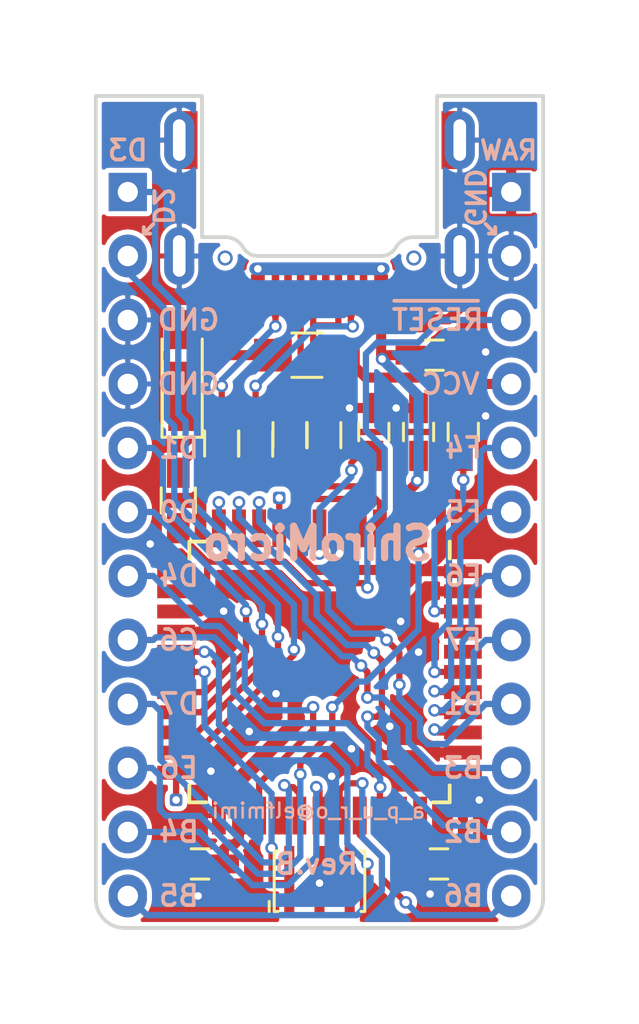
<source format=kicad_pcb>
(kicad_pcb (version 20171130) (host pcbnew "(5.0.0)")

  (general
    (thickness 1.6)
    (drawings 43)
    (tracks 454)
    (zones 0)
    (modules 21)
    (nets 44)
  )

  (page A4)
  (layers
    (0 F.Cu signal)
    (31 B.Cu signal)
    (32 B.Adhes user hide)
    (33 F.Adhes user hide)
    (34 B.Paste user hide)
    (35 F.Paste user hide)
    (36 B.SilkS user)
    (37 F.SilkS user)
    (38 B.Mask user)
    (39 F.Mask user)
    (40 Dwgs.User user hide)
    (41 Cmts.User user hide)
    (42 Eco1.User user hide)
    (43 Eco2.User user hide)
    (44 Edge.Cuts user)
    (45 Margin user)
    (46 B.CrtYd user hide)
    (47 F.CrtYd user hide)
    (48 B.Fab user hide)
    (49 F.Fab user)
  )

  (setup
    (last_trace_width 0.25)
    (trace_clearance 0.2)
    (zone_clearance 0.16)
    (zone_45_only no)
    (trace_min 0.2)
    (segment_width 0.15)
    (edge_width 0.15)
    (via_size 0.5)
    (via_drill 0.3)
    (via_min_size 0.4)
    (via_min_drill 0.3)
    (user_via 0.4 0.3)
    (uvia_size 0.3)
    (uvia_drill 0.1)
    (uvias_allowed no)
    (uvia_min_size 0.2)
    (uvia_min_drill 0.1)
    (pcb_text_width 0.3)
    (pcb_text_size 1.5 1.5)
    (mod_edge_width 0.15)
    (mod_text_size 1 1)
    (mod_text_width 0.15)
    (pad_size 0.5 0.5)
    (pad_drill 0.3)
    (pad_to_mask_clearance 0.2)
    (aux_axis_origin 0 0)
    (visible_elements 7FF9FFFF)
    (pcbplotparams
      (layerselection 0x010f8_ffffffff)
      (usegerberextensions false)
      (usegerberattributes false)
      (usegerberadvancedattributes false)
      (creategerberjobfile false)
      (excludeedgelayer true)
      (linewidth 0.100000)
      (plotframeref false)
      (viasonmask false)
      (mode 1)
      (useauxorigin false)
      (hpglpennumber 1)
      (hpglpenspeed 20)
      (hpglpendiameter 15.000000)
      (psnegative false)
      (psa4output false)
      (plotreference true)
      (plotvalue true)
      (plotinvisibletext false)
      (padsonsilk false)
      (subtractmaskfromsilk false)
      (outputformat 1)
      (mirror false)
      (drillshape 0)
      (scaleselection 1)
      (outputdirectory "Gerber/"))
  )

  (net 0 "")
  (net 1 GND)
  (net 2 "Net-(J1-PadA6)")
  (net 3 "Net-(J1-PadA7)")
  (net 4 "Net-(J1-PadA8)")
  (net 5 "Net-(J1-PadB5)")
  (net 6 "Net-(J1-PadA5)")
  (net 7 "Net-(J1-PadB8)")
  (net 8 "Net-(U1-Pad12)")
  (net 9 "Net-(U1-Pad26)")
  (net 10 "Net-(U1-Pad32)")
  (net 11 "Net-(U1-Pad33)")
  (net 12 "Net-(U1-Pad40)")
  (net 13 "Net-(U1-Pad41)")
  (net 14 VCC)
  (net 15 "Net-(D1-Pad1)")
  (net 16 D+)
  (net 17 D-)
  (net 18 VBUS)
  (net 19 AREF)
  (net 20 XTAL1)
  (net 21 XTAL2)
  (net 22 PB5)
  (net 23 PB4)
  (net 24 PE6)
  (net 25 PD7)
  (net 26 PC6)
  (net 27 PD4)
  (net 28 PD0)
  (net 29 PD1)
  (net 30 PD2)
  (net 31 PD3)
  (net 32 PB6)
  (net 33 PB2)
  (net 34 PB3)
  (net 35 PB1)
  (net 36 PF7)
  (net 37 PF6)
  (net 38 PF5)
  (net 39 PF4)
  (net 40 RESET)
  (net 41 /UCAP)
  (net 42 PB0)
  (net 43 PD5)

  (net_class Default "これはデフォルトのネット クラスです。"
    (clearance 0.2)
    (trace_width 0.25)
    (via_dia 0.5)
    (via_drill 0.3)
    (uvia_dia 0.3)
    (uvia_drill 0.1)
    (add_net /UCAP)
    (add_net AREF)
    (add_net D+)
    (add_net D-)
    (add_net "Net-(J1-PadA5)")
    (add_net "Net-(J1-PadA6)")
    (add_net "Net-(J1-PadA7)")
    (add_net "Net-(J1-PadA8)")
    (add_net "Net-(J1-PadB5)")
    (add_net "Net-(J1-PadB8)")
    (add_net "Net-(U1-Pad12)")
    (add_net "Net-(U1-Pad26)")
    (add_net "Net-(U1-Pad32)")
    (add_net "Net-(U1-Pad33)")
    (add_net "Net-(U1-Pad40)")
    (add_net "Net-(U1-Pad41)")
    (add_net PB0)
    (add_net PB1)
    (add_net PB2)
    (add_net PB3)
    (add_net PB4)
    (add_net PB5)
    (add_net PB6)
    (add_net PC6)
    (add_net PD0)
    (add_net PD1)
    (add_net PD2)
    (add_net PD3)
    (add_net PD4)
    (add_net PD5)
    (add_net PD7)
    (add_net PE6)
    (add_net PF4)
    (add_net PF5)
    (add_net PF6)
    (add_net PF7)
    (add_net RESET)
    (add_net XTAL1)
    (add_net XTAL2)
  )

  (net_class GND ""
    (clearance 0.2)
    (trace_width 0.25)
    (via_dia 0.5)
    (via_drill 0.3)
    (uvia_dia 0.3)
    (uvia_drill 0.1)
    (add_net GND)
  )

  (net_class VCC ""
    (clearance 0.2)
    (trace_width 0.4)
    (via_dia 0.5)
    (via_drill 0.3)
    (uvia_dia 0.3)
    (uvia_drill 0.1)
    (add_net "Net-(D1-Pad1)")
    (add_net VBUS)
    (add_net VCC)
  )

  (module proj_local:D_TUMD2_HandSoldering (layer F.Cu) (tedit 5B785C58) (tstamp 5B751ACB)
    (at 19.939 27.4066 90)
    (descr "ROHM - TUMD2")
    (tags TUMD2)
    (path /5B747838)
    (attr smd)
    (fp_text reference D1 (at 0 -1.6 90) (layer F.SilkS) hide
      (effects (font (size 1 1) (thickness 0.15)))
    )
    (fp_text value D_Schottky (at 0 1.7 90) (layer F.Fab)
      (effects (font (size 1 1) (thickness 0.15)))
    )
    (fp_text user %R (at 0 -1.6 90) (layer F.Fab)
      (effects (font (size 1 1) (thickness 0.15)))
    )
    (fp_line (start 0.95 -0.65) (end 0.95 0.65) (layer F.Fab) (width 0.1))
    (fp_line (start 0.95 0.65) (end -0.95 0.65) (layer F.Fab) (width 0.1))
    (fp_line (start -0.95 0.65) (end -0.95 -0.65) (layer F.Fab) (width 0.1))
    (fp_line (start -0.95 -0.65) (end 0.95 -0.65) (layer F.Fab) (width 0.1))
    (fp_line (start 0.2 0) (end 0.45 0) (layer F.Fab) (width 0.1))
    (fp_line (start 0.2 0.35) (end -0.3 0) (layer F.Fab) (width 0.1))
    (fp_line (start 0.2 -0.35) (end 0.2 0.35) (layer F.Fab) (width 0.1))
    (fp_line (start -0.3 0) (end 0.2 -0.35) (layer F.Fab) (width 0.1))
    (fp_line (start -0.3 0) (end -0.5 0) (layer F.Fab) (width 0.1))
    (fp_line (start -0.3 -0.35) (end -0.3 0.35) (layer F.Fab) (width 0.1))
    (fp_line (start -2.75 -0.9) (end 2.75 -0.9) (layer F.CrtYd) (width 0.05))
    (fp_line (start 2.75 -0.9) (end 2.75 0.9) (layer F.CrtYd) (width 0.05))
    (fp_line (start 2.75 0.9) (end -2.75 0.9) (layer F.CrtYd) (width 0.05))
    (fp_line (start -2.75 0.9) (end -2.75 -0.9) (layer F.CrtYd) (width 0.05))
    (fp_line (start 1.25 0.8) (end -2.65 0.8) (layer F.SilkS) (width 0.12))
    (fp_line (start -2.65 0.8) (end -2.65 -0.8) (layer F.SilkS) (width 0.12))
    (fp_line (start -2.65 -0.8) (end 1.25 -0.8) (layer F.SilkS) (width 0.12))
    (pad 2 smd rect (at 1.625 0 270) (size 1.55 1.1) (layers F.Cu F.Paste F.Mask)
      (net 18 VBUS))
    (pad 1 smd rect (at -1.025 0 270) (size 2.75 1.1) (layers F.Cu F.Paste F.Mask)
      (net 15 "Net-(D1-Pad1)"))
    (model ${KISYS3DMOD}/Diodes_SMD.3dshapes/D_TUMD2.wrl
      (at (xyz 0 0 0))
      (scale (xyz 1 1 1))
      (rotate (xyz 0 0 0))
    )
  )

  (module usb-type-c:Mid_Mount-USB_C_HandSoldering (layer F.Cu) (tedit 5B7857AC) (tstamp 5B74EE8A)
    (at 25.4 16.51 90)
    (path /5B6F66BD)
    (fp_text reference J1 (at -1.27 -7.62 90) (layer F.SilkS) hide
      (effects (font (size 0.8 0.8) (thickness 0.15)))
    )
    (fp_text value USB2_C_Receptacle (at 0 8.89 90) (layer F.Fab)
      (effects (font (size 1 1) (thickness 0.15)))
    )
    (fp_line (start 0 6.35) (end 0 -6.35) (layer F.CrtYd) (width 0.05))
    (fp_line (start -9.05 4.699) (end -7.747 4.699) (layer F.CrtYd) (width 0.05))
    (fp_line (start -9.05 -4.7) (end -9.05 4.698) (layer F.CrtYd) (width 0.05))
    (fp_line (start -7.747 -4.699) (end -9.05 -4.699) (layer F.CrtYd) (width 0.05))
    (fp_line (start -7.747 -6.35) (end -7.747 -4.699) (layer F.CrtYd) (width 0.05))
    (fp_line (start 0 -6.35) (end -7.747 -6.35) (layer F.CrtYd) (width 0.05))
    (fp_line (start -7.747 6.35) (end -7.747 4.699) (layer F.CrtYd) (width 0.05))
    (fp_line (start 0 6.35) (end -7.747 6.35) (layer F.CrtYd) (width 0.05))
    (fp_arc (start -6.43 3.75) (end -5.6 3.75) (angle -60) (layer Edge.Cuts) (width 0.15))
    (fp_arc (start -5.68 2.450962) (end -6.35 2.450962) (angle -60) (layer Edge.Cuts) (width 0.15))
    (fp_arc (start -5.68 -2.450962) (end -6.35 -2.450962) (angle 60) (layer Edge.Cuts) (width 0.15))
    (fp_arc (start -6.43 -3.75) (end -5.6 -3.75) (angle 60) (layer Edge.Cuts) (width 0.15))
    (fp_line (start -5.6 -4.67) (end -5.6 -3.75) (layer Edge.Cuts) (width 0.15))
    (fp_line (start -6.35 2.450962) (end -6.35 -2.450962) (layer Edge.Cuts) (width 0.15))
    (fp_line (start 0 7.62) (end 0 4.67) (layer Edge.Cuts) (width 0.15))
    (fp_line (start 0 4.67) (end -5.6 4.67) (layer Edge.Cuts) (width 0.15))
    (fp_line (start -5.6 4.67) (end -5.6 3.75) (layer Edge.Cuts) (width 0.15))
    (fp_line (start -5.6 -4.67) (end 0 -4.67) (layer Edge.Cuts) (width 0.15))
    (fp_line (start 0 -4.67) (end 0 -7.62) (layer Edge.Cuts) (width 0.15))
    (pad A6 smd rect (at -7.93 0.25 180) (size 0.3 1.7) (layers F.Cu F.Paste F.Mask)
      (net 2 "Net-(J1-PadA6)"))
    (pad A7 smd rect (at -7.93 -0.25 180) (size 0.3 1.7) (layers F.Cu F.Paste F.Mask)
      (net 3 "Net-(J1-PadA7)"))
    (pad B6 smd rect (at -7.93 -0.75 180) (size 0.3 1.7) (layers F.Cu F.Paste F.Mask)
      (net 2 "Net-(J1-PadA6)"))
    (pad A8 smd rect (at -7.93 -1.25 180) (size 0.3 1.7) (layers F.Cu F.Paste F.Mask)
      (net 4 "Net-(J1-PadA8)"))
    (pad B5 smd rect (at -7.93 -1.75 180) (size 0.3 1.7) (layers F.Cu F.Paste F.Mask)
      (net 5 "Net-(J1-PadB5)"))
    (pad B4A9 smd rect (at -7.93 -2.45 180) (size 0.55 1.7) (layers F.Cu F.Paste F.Mask)
      (net 18 VBUS))
    (pad B7 smd rect (at -7.93 0.75 180) (size 0.3 1.7) (layers F.Cu F.Paste F.Mask)
      (net 3 "Net-(J1-PadA7)"))
    (pad A5 smd rect (at -7.93 1.25 180) (size 0.3 1.7) (layers F.Cu F.Paste F.Mask)
      (net 6 "Net-(J1-PadA5)"))
    (pad B8 smd rect (at -7.93 1.75 180) (size 0.3 1.7) (layers F.Cu F.Paste F.Mask)
      (net 7 "Net-(J1-PadB8)"))
    (pad A4B9 smd rect (at -7.93 2.45 180) (size 0.55 1.7) (layers F.Cu F.Paste F.Mask)
      (net 18 VBUS))
    (pad B1A12 smd rect (at -7.93 -3.2 180) (size 0.55 1.7) (layers F.Cu F.Paste F.Mask)
      (net 1 GND))
    (pad A1B12 smd rect (at -7.93 3.2 180) (size 0.55 1.7) (layers F.Cu F.Paste F.Mask)
      (net 1 GND))
    (pad "" np_thru_hole circle (at -6.43 -3.75 180) (size 0.6 0.6) (drill 0.4) (layers *.Cu *.Mask))
    (pad "" np_thru_hole circle (at -6.43 3.75 180) (size 0.6 0.6) (drill 0.4) (layers *.Cu *.Mask))
    (pad S1 thru_hole oval (at -1.75 -5.575 180) (size 1.2 2.3) (drill oval 0.5 1.65) (layers *.Cu *.Mask)
      (net 1 GND))
    (pad S1 thru_hole oval (at -1.75 5.575 180) (size 1.2 2.3) (drill oval 0.5 1.65) (layers *.Cu *.Mask)
      (net 1 GND))
    (pad S1 thru_hole oval (at -6.35 -5.575 180) (size 1.2 2.3) (drill oval 0.5 1.65) (layers *.Cu *.Mask)
      (net 1 GND))
    (pad S1 thru_hole oval (at -6.35 5.575 180) (size 1.2 2.3) (drill oval 0.5 1.65) (layers *.Cu *.Mask)
      (net 1 GND))
    (pad S1 smd rect (at -1.75 -5.2 180) (size 0.7 2.3) (layers F.Cu F.Mask)
      (net 1 GND) (zone_connect 2))
    (pad S1 smd rect (at -1.75 5.2 180) (size 0.7 2.3) (layers F.Cu F.Mask)
      (net 1 GND) (zone_connect 2))
  )

  (module proj_local:Resonator_SMD_muRata_CSTxExxV-3Pin_3.0x1.1mm_HandSoldering_Compact (layer F.Cu) (tedit 5B77039D) (tstamp 5B7406B6)
    (at 25.4 47.6758)
    (descr "SMD Resomator/Filter Murata CSTCE, https://www.murata.com/en-eu/products/productdata/8801162264606/SPEC-CSTNE16M0VH3C000R0.pdf")
    (tags "SMD SMT ceramic resonator filter")
    (path /5B775AC8)
    (attr smd)
    (fp_text reference X1 (at 0 -2.45) (layer F.SilkS) hide
      (effects (font (size 1 1) (thickness 0.15)))
    )
    (fp_text value Resonator (at 0 1.8) (layer F.Fab)
      (effects (font (size 0.2 0.2) (thickness 0.03)))
    )
    (fp_line (start 1.8 -1.2) (end 1.65 -1.2) (layer F.SilkS) (width 0.12))
    (fp_line (start 1.8 1.2) (end 1.65 1.2) (layer F.SilkS) (width 0.12))
    (fp_line (start -1.8 1.2) (end -1.65 1.2) (layer F.SilkS) (width 0.12))
    (fp_line (start -1.8 -1.2) (end -1.65 -1.2) (layer F.SilkS) (width 0.12))
    (fp_line (start -1.75 1.85) (end -1.75 -1.85) (layer F.CrtYd) (width 0.05))
    (fp_line (start 1.75 -1.85) (end 1.75 1.85) (layer F.CrtYd) (width 0.05))
    (fp_line (start -1.75 -1.85) (end 1.75 -1.85) (layer F.CrtYd) (width 0.05))
    (fp_line (start 1.75 1.85) (end -1.75 1.85) (layer F.CrtYd) (width 0.05))
    (fp_line (start -1.5 0.3) (end -1.5 -0.8) (layer F.Fab) (width 0.1))
    (fp_line (start -1 0.8) (end 1.5 0.8) (layer F.Fab) (width 0.1))
    (fp_line (start -1 0.8) (end -1.5 0.3) (layer F.Fab) (width 0.1))
    (fp_line (start 1.5 -0.8) (end -1.5 -0.8) (layer F.Fab) (width 0.1))
    (fp_line (start 1.5 0.8) (end 1.5 -0.8) (layer F.Fab) (width 0.1))
    (fp_line (start -2 0.8) (end -2 1.2) (layer F.SilkS) (width 0.12))
    (fp_line (start -1.8 0.8) (end -1.8 1.2) (layer F.SilkS) (width 0.12))
    (fp_line (start 1.8 0.8) (end 1.8 1.2) (layer F.SilkS) (width 0.12))
    (fp_line (start -1.8 0.8) (end -1.8 -1.2) (layer F.SilkS) (width 0.12))
    (fp_line (start 1.8 -1.2) (end 1.8 0.8) (layer F.SilkS) (width 0.12))
    (fp_text user %R (at 0.1 -0.05) (layer F.Fab)
      (effects (font (size 0.6 0.6) (thickness 0.08)))
    )
    (pad 3 smd rect (at 1.2 0) (size 0.4 2.8) (layers F.Cu F.Paste F.Mask)
      (net 21 XTAL2))
    (pad 2 smd rect (at 0 0) (size 0.4 2.8) (layers F.Cu F.Paste F.Mask)
      (net 1 GND))
    (pad 1 smd rect (at -1.2 0) (size 0.4 2.8) (layers F.Cu F.Paste F.Mask)
      (net 20 XTAL1))
    (model ${KISYS3DMOD}/Crystal.3dshapes/Resonator_SMD_muRata_CSTxExxV-3Pin_3.0x1.1mm.wrl
      (at (xyz 0 0 0))
      (scale (xyz 1 1 1))
      (rotate (xyz 0 0 0))
    )
  )

  (module proj_local:Measurement_Point_RoundSquare-TH_Tiny (layer F.Cu) (tedit 5B77018E) (tstamp 5B7704B7)
    (at 29.7942 48.1838)
    (descr "Mesurement Point, Square, Trough Hole,  1.5mm x 1.5mm, Drill 0.8mm,")
    (tags "Mesurement Point Square Trough Hole 1.5x1.5mm Drill 0.8mm")
    (path /5B7834BD)
    (attr virtual)
    (fp_text reference TP3 (at 0 -2) (layer F.SilkS) hide
      (effects (font (size 1 1) (thickness 0.15)))
    )
    (fp_text value TestPoint (at 0 2) (layer F.Fab)
      (effects (font (size 1 1) (thickness 0.15)))
    )
    (fp_line (start -1 -1) (end 1 -1) (layer F.CrtYd) (width 0.05))
    (fp_line (start 1 -1) (end 1 1) (layer F.CrtYd) (width 0.05))
    (fp_line (start 1 1) (end -1 1) (layer F.CrtYd) (width 0.05))
    (fp_line (start -1 1) (end -1 -1) (layer F.CrtYd) (width 0.05))
    (pad 1 thru_hole roundrect (at 0 0) (size 0.5 0.5) (drill 0.3) (layers *.Cu *.Mask) (roundrect_rratio 0.25)
      (net 1 GND) (solder_mask_margin 0.1) (zone_connect 2))
  )

  (module proj_local:Measurement_Point_RoundSquare-TH_Tiny (layer F.Cu) (tedit 5B7701BD) (tstamp 5B7A3FD8)
    (at 19.7 44.45)
    (descr "Mesurement Point, Square, Trough Hole,  1.5mm x 1.5mm, Drill 0.8mm,")
    (tags "Mesurement Point Square Trough Hole 1.5x1.5mm Drill 0.8mm")
    (path /5B8BFFD7)
    (attr virtual)
    (fp_text reference TP2 (at 0 -2) (layer F.SilkS) hide
      (effects (font (size 1 1) (thickness 0.15)))
    )
    (fp_text value TestPoint (at 0 2) (layer F.Fab)
      (effects (font (size 1 1) (thickness 0.15)))
    )
    (fp_line (start -1 1) (end -1 -1) (layer F.CrtYd) (width 0.05))
    (fp_line (start 1 1) (end -1 1) (layer F.CrtYd) (width 0.05))
    (fp_line (start 1 -1) (end 1 1) (layer F.CrtYd) (width 0.05))
    (fp_line (start -1 -1) (end 1 -1) (layer F.CrtYd) (width 0.05))
    (pad 1 thru_hole roundrect (at 0 0) (size 0.5 0.5) (drill 0.3) (layers *.Cu *.Mask) (roundrect_rratio 0.25)
      (net 43 PD5) (solder_mask_margin 0.1))
  )

  (module proj_local:Measurement_Point_RoundSquare-TH_Tiny (layer F.Cu) (tedit 5B784CD9) (tstamp 5B78701D)
    (at 23.79726 32.4612)
    (descr "Mesurement Point, Square, Trough Hole,  1.5mm x 1.5mm, Drill 0.8mm,")
    (tags "Mesurement Point Square Trough Hole 1.5x1.5mm Drill 0.8mm")
    (path /5B8BC0D0)
    (attr virtual)
    (fp_text reference TP1 (at 0 -2) (layer F.SilkS) hide
      (effects (font (size 1 1) (thickness 0.15)))
    )
    (fp_text value TestPoint (at 0 2) (layer F.Fab)
      (effects (font (size 1 1) (thickness 0.15)))
    )
    (fp_line (start -1 1) (end -1 -1) (layer F.CrtYd) (width 0.05))
    (fp_line (start 1 1) (end -1 1) (layer F.CrtYd) (width 0.05))
    (fp_line (start 1 -1) (end 1 1) (layer F.CrtYd) (width 0.05))
    (fp_line (start -1 -1) (end 1 -1) (layer F.CrtYd) (width 0.05))
    (pad 1 thru_hole roundrect (at 0.00274 0) (size 0.5 0.5) (drill 0.3) (layers *.Cu *.Mask) (roundrect_rratio 0.25)
      (net 42 PB0) (solder_mask_margin 0.1))
  )

  (module Package_QFP:TQFP-44_10x10mm_P0.8mm (layer F.Cu) (tedit 5B766C56) (tstamp 5B75D330)
    (at 25.4 39.37 270)
    (descr "44-Lead Plastic Thin Quad Flatpack (PT) - 10x10x1.0 mm Body [TQFP] (see Microchip Packaging Specification 00000049BS.pdf)")
    (tags "QFP 0.8")
    (path /5B740F3A)
    (attr smd)
    (fp_text reference U1 (at 0 -7.45 270) (layer F.SilkS) hide
      (effects (font (size 1 1) (thickness 0.15)))
    )
    (fp_text value ATmega32U4-AU (at 0 7.45 270) (layer F.Fab)
      (effects (font (size 1 1) (thickness 0.15)))
    )
    (fp_line (start 5.175 -5.175) (end 4.5 -5.175) (layer F.SilkS) (width 0.15))
    (fp_line (start 5.175 5.175) (end 4.5 5.175) (layer F.SilkS) (width 0.15))
    (fp_line (start -5.175 5.175) (end -4.5 5.175) (layer F.SilkS) (width 0.15))
    (fp_line (start -5.175 5.175) (end -5.175 4.5) (layer F.SilkS) (width 0.15))
    (fp_line (start 5.175 5.175) (end 5.175 4.5) (layer F.SilkS) (width 0.15))
    (fp_line (start 5.175 -5.175) (end 5.175 -4.5) (layer F.SilkS) (width 0.15))
    (fp_line (start -6.7 6.7) (end 6.7 6.7) (layer F.CrtYd) (width 0.05))
    (fp_line (start -6.7 -6.7) (end 6.7 -6.7) (layer F.CrtYd) (width 0.05))
    (fp_line (start 6.7 -6.7) (end 6.7 6.7) (layer F.CrtYd) (width 0.05))
    (fp_line (start -6.7 -6.7) (end -6.7 6.7) (layer F.CrtYd) (width 0.05))
    (fp_line (start -5 -4) (end -4 -5) (layer F.Fab) (width 0.15))
    (fp_line (start -5 5) (end -5 -4) (layer F.Fab) (width 0.15))
    (fp_line (start 5 5) (end -5 5) (layer F.Fab) (width 0.15))
    (fp_line (start 5 -5) (end 5 5) (layer F.Fab) (width 0.15))
    (fp_line (start -4 -5) (end 5 -5) (layer F.Fab) (width 0.15))
    (fp_text user %R (at 0 0 270) (layer F.Fab)
      (effects (font (size 1 1) (thickness 0.15)))
    )
    (fp_line (start -4.5 -5.175) (end -5.175 -5.175) (layer F.SilkS) (width 0.15))
    (pad 44 smd rect (at -4 -5.7) (size 1.5 0.55) (layers F.Cu F.Paste F.Mask)
      (net 14 VCC))
    (pad 43 smd rect (at -3.2 -5.7) (size 1.5 0.55) (layers F.Cu F.Paste F.Mask)
      (net 1 GND))
    (pad 42 smd rect (at -2.4 -5.7) (size 1.5 0.55) (layers F.Cu F.Paste F.Mask)
      (net 19 AREF))
    (pad 41 smd rect (at -1.6 -5.7) (size 1.5 0.55) (layers F.Cu F.Paste F.Mask)
      (net 13 "Net-(U1-Pad41)"))
    (pad 40 smd rect (at -0.8 -5.7) (size 1.5 0.55) (layers F.Cu F.Paste F.Mask)
      (net 12 "Net-(U1-Pad40)"))
    (pad 39 smd rect (at 0 -5.7) (size 1.5 0.55) (layers F.Cu F.Paste F.Mask)
      (net 39 PF4))
    (pad 38 smd rect (at 0.8 -5.7) (size 1.5 0.55) (layers F.Cu F.Paste F.Mask)
      (net 38 PF5))
    (pad 37 smd rect (at 1.6 -5.7) (size 1.5 0.55) (layers F.Cu F.Paste F.Mask)
      (net 37 PF6))
    (pad 36 smd rect (at 2.4 -5.7) (size 1.5 0.55) (layers F.Cu F.Paste F.Mask)
      (net 36 PF7))
    (pad 35 smd rect (at 3.2 -5.7) (size 1.5 0.55) (layers F.Cu F.Paste F.Mask)
      (net 1 GND))
    (pad 34 smd rect (at 4 -5.7) (size 1.5 0.55) (layers F.Cu F.Paste F.Mask)
      (net 14 VCC))
    (pad 33 smd rect (at 5.7 -4 270) (size 1.5 0.55) (layers F.Cu F.Paste F.Mask)
      (net 11 "Net-(U1-Pad33)"))
    (pad 32 smd rect (at 5.7 -3.2 270) (size 1.5 0.55) (layers F.Cu F.Paste F.Mask)
      (net 10 "Net-(U1-Pad32)"))
    (pad 31 smd rect (at 5.7 -2.4 270) (size 1.5 0.55) (layers F.Cu F.Paste F.Mask)
      (net 26 PC6))
    (pad 30 smd rect (at 5.7 -1.6 270) (size 1.5 0.55) (layers F.Cu F.Paste F.Mask)
      (net 32 PB6))
    (pad 29 smd rect (at 5.7 -0.8 270) (size 1.5 0.55) (layers F.Cu F.Paste F.Mask)
      (net 22 PB5))
    (pad 28 smd rect (at 5.7 0 270) (size 1.5 0.55) (layers F.Cu F.Paste F.Mask)
      (net 23 PB4))
    (pad 27 smd rect (at 5.7 0.8 270) (size 1.5 0.55) (layers F.Cu F.Paste F.Mask)
      (net 25 PD7))
    (pad 26 smd rect (at 5.7 1.6 270) (size 1.5 0.55) (layers F.Cu F.Paste F.Mask)
      (net 9 "Net-(U1-Pad26)"))
    (pad 25 smd rect (at 5.7 2.4 270) (size 1.5 0.55) (layers F.Cu F.Paste F.Mask)
      (net 27 PD4))
    (pad 24 smd rect (at 5.7 3.2 270) (size 1.5 0.55) (layers F.Cu F.Paste F.Mask)
      (net 14 VCC))
    (pad 23 smd rect (at 5.7 4 270) (size 1.5 0.55) (layers F.Cu F.Paste F.Mask)
      (net 1 GND))
    (pad 22 smd rect (at 4 5.7) (size 1.5 0.55) (layers F.Cu F.Paste F.Mask)
      (net 43 PD5))
    (pad 21 smd rect (at 3.2 5.7) (size 1.5 0.55) (layers F.Cu F.Paste F.Mask)
      (net 31 PD3))
    (pad 20 smd rect (at 2.4 5.7) (size 1.5 0.55) (layers F.Cu F.Paste F.Mask)
      (net 30 PD2))
    (pad 19 smd rect (at 1.6 5.7) (size 1.5 0.55) (layers F.Cu F.Paste F.Mask)
      (net 29 PD1))
    (pad 18 smd rect (at 0.8 5.7) (size 1.5 0.55) (layers F.Cu F.Paste F.Mask)
      (net 28 PD0))
    (pad 17 smd rect (at 0 5.7) (size 1.5 0.55) (layers F.Cu F.Paste F.Mask)
      (net 20 XTAL1))
    (pad 16 smd rect (at -0.8 5.7) (size 1.5 0.55) (layers F.Cu F.Paste F.Mask)
      (net 21 XTAL2))
    (pad 15 smd rect (at -1.6 5.7) (size 1.5 0.55) (layers F.Cu F.Paste F.Mask)
      (net 1 GND))
    (pad 14 smd rect (at -2.4 5.7) (size 1.5 0.55) (layers F.Cu F.Paste F.Mask)
      (net 14 VCC))
    (pad 13 smd rect (at -3.2 5.7) (size 1.5 0.55) (layers F.Cu F.Paste F.Mask)
      (net 40 RESET))
    (pad 12 smd rect (at -4 5.7) (size 1.5 0.55) (layers F.Cu F.Paste F.Mask)
      (net 8 "Net-(U1-Pad12)"))
    (pad 11 smd rect (at -5.7 4 270) (size 1.5 0.55) (layers F.Cu F.Paste F.Mask)
      (net 34 PB3))
    (pad 10 smd rect (at -5.7 3.2 270) (size 1.5 0.55) (layers F.Cu F.Paste F.Mask)
      (net 33 PB2))
    (pad 9 smd rect (at -5.7 2.4 270) (size 1.5 0.55) (layers F.Cu F.Paste F.Mask)
      (net 35 PB1))
    (pad 8 smd rect (at -5.7 1.6 270) (size 1.5 0.55) (layers F.Cu F.Paste F.Mask)
      (net 42 PB0))
    (pad 7 smd rect (at -5.7 0.8 270) (size 1.5 0.55) (layers F.Cu F.Paste F.Mask)
      (net 18 VBUS))
    (pad 6 smd rect (at -5.7 0 270) (size 1.5 0.55) (layers F.Cu F.Paste F.Mask)
      (net 41 /UCAP))
    (pad 5 smd rect (at -5.7 -0.8 270) (size 1.5 0.55) (layers F.Cu F.Paste F.Mask)
      (net 1 GND))
    (pad 4 smd rect (at -5.7 -1.6 270) (size 1.5 0.55) (layers F.Cu F.Paste F.Mask)
      (net 16 D+))
    (pad 3 smd rect (at -5.7 -2.4 270) (size 1.5 0.55) (layers F.Cu F.Paste F.Mask)
      (net 17 D-))
    (pad 2 smd rect (at -5.7 -3.2 270) (size 1.5 0.55) (layers F.Cu F.Paste F.Mask)
      (net 18 VBUS))
    (pad 1 smd rect (at -5.7 -4 270) (size 1.5 0.55) (layers F.Cu F.Paste F.Mask)
      (net 24 PE6))
    (model ${KISYS3DMOD}/Package_QFP.3dshapes/TQFP-44_10x10mm_P0.8mm.wrl
      (at (xyz 0 0 0))
      (scale (xyz 1 1 1))
      (rotate (xyz 0 0 0))
    )
  )

  (module proj_local:Pin_Header_Custom_Straight_1x12_Pitch2.54mm (layer F.Cu) (tedit 5B76283E) (tstamp 5B6AB241)
    (at 33.02 20.32)
    (descr "Through hole straight pin header, 1x12, 2.54mm pitch, single row")
    (tags "Through hole pin header THT 1x12 2.54mm single row")
    (path /5B7412DC)
    (fp_text reference J3 (at 0 -2.33) (layer F.SilkS) hide
      (effects (font (size 1 1) (thickness 0.15)))
    )
    (fp_text value Conn_01x12 (at 0 30.27) (layer F.Fab)
      (effects (font (size 1 1) (thickness 0.15)))
    )
    (fp_text user %R (at 0 13.97 90) (layer F.Fab)
      (effects (font (size 1 1) (thickness 0.15)))
    )
    (fp_line (start 1.8 -1.8) (end -1.8 -1.8) (layer F.CrtYd) (width 0.05))
    (fp_line (start 1.8 29.75) (end 1.8 -1.8) (layer F.CrtYd) (width 0.05))
    (fp_line (start -1.8 29.75) (end 1.8 29.75) (layer F.CrtYd) (width 0.05))
    (fp_line (start -1.8 -1.8) (end -1.8 29.75) (layer F.CrtYd) (width 0.05))
    (fp_line (start -1.27 -0.635) (end -0.635 -1.27) (layer F.Fab) (width 0.1))
    (fp_line (start -1.27 29.21) (end -1.27 -0.635) (layer F.Fab) (width 0.1))
    (fp_line (start 1.27 29.21) (end -1.27 29.21) (layer F.Fab) (width 0.1))
    (fp_line (start 1.27 -1.27) (end 1.27 29.21) (layer F.Fab) (width 0.1))
    (fp_line (start -0.635 -1.27) (end 1.27 -1.27) (layer F.Fab) (width 0.1))
    (pad 12 thru_hole oval (at 0 27.94) (size 1.524 1.7) (drill 0.8128) (layers *.Cu *.Mask)
      (net 32 PB6))
    (pad 11 thru_hole oval (at 0 25.4) (size 1.524 1.7) (drill 0.8128) (layers *.Cu *.Mask)
      (net 33 PB2))
    (pad 10 thru_hole oval (at 0 22.86) (size 1.524 1.7) (drill 0.8128) (layers *.Cu *.Mask)
      (net 34 PB3))
    (pad 9 thru_hole oval (at 0 20.32) (size 1.524 1.7) (drill 0.8128) (layers *.Cu *.Mask)
      (net 35 PB1))
    (pad 8 thru_hole oval (at 0 17.78) (size 1.524 1.7) (drill 0.8128) (layers *.Cu *.Mask)
      (net 36 PF7))
    (pad 7 thru_hole oval (at 0 15.24) (size 1.524 1.7) (drill 0.8128) (layers *.Cu *.Mask)
      (net 37 PF6))
    (pad 6 thru_hole oval (at 0 12.7) (size 1.524 1.7) (drill 0.8128) (layers *.Cu *.Mask)
      (net 38 PF5))
    (pad 5 thru_hole oval (at 0 10.16) (size 1.524 1.7) (drill 0.8128) (layers *.Cu *.Mask)
      (net 39 PF4))
    (pad 4 thru_hole oval (at 0 7.62) (size 1.524 1.7) (drill 0.8128) (layers *.Cu *.Mask)
      (net 14 VCC))
    (pad 3 thru_hole oval (at 0 5.08) (size 1.524 1.7) (drill 0.8128) (layers *.Cu *.Mask)
      (net 40 RESET))
    (pad 2 thru_hole oval (at 0 2.54) (size 1.524 1.7) (drill 0.8128) (layers *.Cu *.Mask)
      (net 1 GND))
    (pad 1 thru_hole rect (at 0 0) (size 1.524 1.524) (drill 0.8) (layers *.Cu *.Mask)
      (net 18 VBUS))
    (model ${KISYS3DMOD}/Pin_Headers.3dshapes/Pin_Header_Straight_1x12_Pitch2.54mm.wrl
      (at (xyz 0 0 0))
      (scale (xyz 1 1 1))
      (rotate (xyz 0 0 0))
    )
  )

  (module proj_local:Pin_Header_Custom_Straight_1x12_Pitch2.54mm (layer F.Cu) (tedit 5B76282D) (tstamp 5B6AB141)
    (at 17.78 20.32)
    (descr "Through hole straight pin header, 1x12, 2.54mm pitch, single row")
    (tags "Through hole pin header THT 1x12 2.54mm single row")
    (path /5B6DD671)
    (fp_text reference J2 (at 0 -2.33) (layer F.SilkS) hide
      (effects (font (size 1 1) (thickness 0.15)))
    )
    (fp_text value Conn_01x12 (at 0 30.27) (layer F.Fab)
      (effects (font (size 1 1) (thickness 0.15)))
    )
    (fp_text user %R (at 0 13.97 90) (layer F.Fab)
      (effects (font (size 1 1) (thickness 0.15)))
    )
    (fp_line (start 1.8 -1.8) (end -1.8 -1.8) (layer F.CrtYd) (width 0.05))
    (fp_line (start 1.8 29.75) (end 1.8 -1.8) (layer F.CrtYd) (width 0.05))
    (fp_line (start -1.8 29.75) (end 1.8 29.75) (layer F.CrtYd) (width 0.05))
    (fp_line (start -1.8 -1.8) (end -1.8 29.75) (layer F.CrtYd) (width 0.05))
    (fp_line (start -1.27 -0.635) (end -0.635 -1.27) (layer F.Fab) (width 0.1))
    (fp_line (start -1.27 29.21) (end -1.27 -0.635) (layer F.Fab) (width 0.1))
    (fp_line (start 1.27 29.21) (end -1.27 29.21) (layer F.Fab) (width 0.1))
    (fp_line (start 1.27 -1.27) (end 1.27 29.21) (layer F.Fab) (width 0.1))
    (fp_line (start -0.635 -1.27) (end 1.27 -1.27) (layer F.Fab) (width 0.1))
    (pad 12 thru_hole oval (at 0 27.94) (size 1.524 1.7) (drill 0.8128) (layers *.Cu *.Mask)
      (net 22 PB5))
    (pad 11 thru_hole oval (at 0 25.4) (size 1.524 1.7) (drill 0.8128) (layers *.Cu *.Mask)
      (net 23 PB4))
    (pad 10 thru_hole oval (at 0 22.86) (size 1.524 1.7) (drill 0.8128) (layers *.Cu *.Mask)
      (net 24 PE6))
    (pad 9 thru_hole oval (at 0 20.32) (size 1.524 1.7) (drill 0.8128) (layers *.Cu *.Mask)
      (net 25 PD7))
    (pad 8 thru_hole oval (at 0 17.78) (size 1.524 1.7) (drill 0.8128) (layers *.Cu *.Mask)
      (net 26 PC6))
    (pad 7 thru_hole oval (at 0 15.24) (size 1.524 1.7) (drill 0.8128) (layers *.Cu *.Mask)
      (net 27 PD4))
    (pad 6 thru_hole oval (at 0 12.7) (size 1.524 1.7) (drill 0.8128) (layers *.Cu *.Mask)
      (net 28 PD0))
    (pad 5 thru_hole oval (at 0 10.16) (size 1.524 1.7) (drill 0.8128) (layers *.Cu *.Mask)
      (net 29 PD1))
    (pad 4 thru_hole oval (at 0 7.62) (size 1.524 1.7) (drill 0.8128) (layers *.Cu *.Mask)
      (net 1 GND))
    (pad 3 thru_hole oval (at 0 5.08) (size 1.524 1.7) (drill 0.8128) (layers *.Cu *.Mask)
      (net 1 GND))
    (pad 2 thru_hole oval (at 0 2.54) (size 1.524 1.7) (drill 0.8128) (layers *.Cu *.Mask)
      (net 30 PD2))
    (pad 1 thru_hole rect (at 0 0) (size 1.524 1.524) (drill 0.8) (layers *.Cu *.Mask)
      (net 31 PD3))
    (model ${KISYS3DMOD}/Pin_Headers.3dshapes/Pin_Header_Straight_1x12_Pitch2.54mm.wrl
      (at (xyz 0 0 0))
      (scale (xyz 1 1 1))
      (rotate (xyz 0 0 0))
    )
  )

  (module Resistors_SMD:R_0603_HandSoldering (layer F.Cu) (tedit 5B7626C8) (tstamp 5B787BEB)
    (at 22.86 30.31 90)
    (descr "Resistor SMD 0603, hand soldering")
    (tags "resistor 0603")
    (path /5B6F6EA8)
    (attr smd)
    (fp_text reference R2 (at 0 -1.45 90) (layer F.SilkS) hide
      (effects (font (size 1 1) (thickness 0.15)))
    )
    (fp_text value 5.1k (at 0 1.55 90) (layer F.Fab)
      (effects (font (size 1 1) (thickness 0.15)))
    )
    (fp_line (start 1.95 0.7) (end -1.96 0.7) (layer F.CrtYd) (width 0.05))
    (fp_line (start 1.95 0.7) (end 1.95 -0.7) (layer F.CrtYd) (width 0.05))
    (fp_line (start -1.96 -0.7) (end -1.96 0.7) (layer F.CrtYd) (width 0.05))
    (fp_line (start -1.96 -0.7) (end 1.95 -0.7) (layer F.CrtYd) (width 0.05))
    (fp_line (start -0.5 -0.68) (end 0.5 -0.68) (layer F.SilkS) (width 0.12))
    (fp_line (start 0.5 0.68) (end -0.5 0.68) (layer F.SilkS) (width 0.12))
    (fp_line (start -0.8 -0.4) (end 0.8 -0.4) (layer F.Fab) (width 0.1))
    (fp_line (start 0.8 -0.4) (end 0.8 0.4) (layer F.Fab) (width 0.1))
    (fp_line (start 0.8 0.4) (end -0.8 0.4) (layer F.Fab) (width 0.1))
    (fp_line (start -0.8 0.4) (end -0.8 -0.4) (layer F.Fab) (width 0.1))
    (fp_text user %R (at 0 0 90) (layer F.Fab)
      (effects (font (size 0.4 0.4) (thickness 0.075)))
    )
    (pad 2 smd rect (at 1.1 0 90) (size 1.2 0.9) (layers F.Cu F.Paste F.Mask)
      (net 6 "Net-(J1-PadA5)"))
    (pad 1 smd rect (at -1.1 0 90) (size 1.2 0.9) (layers F.Cu F.Paste F.Mask)
      (net 1 GND))
    (model ${KISYS3DMOD}/Resistors_SMD.3dshapes/R_0603.wrl
      (at (xyz 0 0 0))
      (scale (xyz 1 1 1))
      (rotate (xyz 0 0 0))
    )
  )

  (module Resistors_SMD:R_0603_HandSoldering (layer F.Cu) (tedit 5B7626B7) (tstamp 5B755BCF)
    (at 19.7866 32.5628 270)
    (descr "Resistor SMD 0603, hand soldering")
    (tags "resistor 0603")
    (path /5B79EFA9)
    (attr smd)
    (fp_text reference R5 (at 0 -1.45 270) (layer F.SilkS) hide
      (effects (font (size 1 1) (thickness 0.15)))
    )
    (fp_text value 10k (at 0 1.55 270) (layer F.Fab)
      (effects (font (size 1 1) (thickness 0.15)))
    )
    (fp_text user %R (at 0 0 270) (layer F.Fab)
      (effects (font (size 0.4 0.4) (thickness 0.075)))
    )
    (fp_line (start -0.8 0.4) (end -0.8 -0.4) (layer F.Fab) (width 0.1))
    (fp_line (start 0.8 0.4) (end -0.8 0.4) (layer F.Fab) (width 0.1))
    (fp_line (start 0.8 -0.4) (end 0.8 0.4) (layer F.Fab) (width 0.1))
    (fp_line (start -0.8 -0.4) (end 0.8 -0.4) (layer F.Fab) (width 0.1))
    (fp_line (start 0.5 0.68) (end -0.5 0.68) (layer F.SilkS) (width 0.12))
    (fp_line (start -0.5 -0.68) (end 0.5 -0.68) (layer F.SilkS) (width 0.12))
    (fp_line (start -1.96 -0.7) (end 1.95 -0.7) (layer F.CrtYd) (width 0.05))
    (fp_line (start -1.96 -0.7) (end -1.96 0.7) (layer F.CrtYd) (width 0.05))
    (fp_line (start 1.95 0.7) (end 1.95 -0.7) (layer F.CrtYd) (width 0.05))
    (fp_line (start 1.95 0.7) (end -1.96 0.7) (layer F.CrtYd) (width 0.05))
    (pad 1 smd rect (at -1.1 0 270) (size 1.2 0.9) (layers F.Cu F.Paste F.Mask)
      (net 14 VCC))
    (pad 2 smd rect (at 1.1 0 270) (size 1.2 0.9) (layers F.Cu F.Paste F.Mask)
      (net 40 RESET))
    (model ${KISYS3DMOD}/Resistors_SMD.3dshapes/R_0603.wrl
      (at (xyz 0 0 0))
      (scale (xyz 1 1 1))
      (rotate (xyz 0 0 0))
    )
  )

  (module Capacitors_SMD:C_0603_HandSoldering (layer F.Cu) (tedit 5B76268E) (tstamp 5B755650)
    (at 20.6502 46.99 180)
    (descr "Capacitor SMD 0603, hand soldering")
    (tags "capacitor 0603")
    (path /5B88992C)
    (attr smd)
    (fp_text reference C5 (at 0 -1.25 180) (layer F.SilkS) hide
      (effects (font (size 1 1) (thickness 0.15)))
    )
    (fp_text value 0u1 (at 0 1.5 180) (layer F.Fab)
      (effects (font (size 1 1) (thickness 0.15)))
    )
    (fp_line (start 1.8 0.65) (end -1.8 0.65) (layer F.CrtYd) (width 0.05))
    (fp_line (start 1.8 0.65) (end 1.8 -0.65) (layer F.CrtYd) (width 0.05))
    (fp_line (start -1.8 -0.65) (end -1.8 0.65) (layer F.CrtYd) (width 0.05))
    (fp_line (start -1.8 -0.65) (end 1.8 -0.65) (layer F.CrtYd) (width 0.05))
    (fp_line (start 0.35 0.6) (end -0.35 0.6) (layer F.SilkS) (width 0.12))
    (fp_line (start -0.35 -0.6) (end 0.35 -0.6) (layer F.SilkS) (width 0.12))
    (fp_line (start -0.8 -0.4) (end 0.8 -0.4) (layer F.Fab) (width 0.1))
    (fp_line (start 0.8 -0.4) (end 0.8 0.4) (layer F.Fab) (width 0.1))
    (fp_line (start 0.8 0.4) (end -0.8 0.4) (layer F.Fab) (width 0.1))
    (fp_line (start -0.8 0.4) (end -0.8 -0.4) (layer F.Fab) (width 0.1))
    (fp_text user %R (at 0 -1.25 180) (layer F.Fab)
      (effects (font (size 1 1) (thickness 0.15)))
    )
    (pad 2 smd rect (at 0.95 0 180) (size 1.2 0.75) (layers F.Cu F.Paste F.Mask)
      (net 1 GND))
    (pad 1 smd rect (at -0.95 0 180) (size 1.2 0.75) (layers F.Cu F.Paste F.Mask)
      (net 14 VCC))
    (model Capacitors_SMD.3dshapes/C_0603.wrl
      (at (xyz 0 0 0))
      (scale (xyz 1 1 1))
      (rotate (xyz 0 0 0))
    )
  )

  (module Capacitors_SMD:C_0603_HandSoldering (layer F.Cu) (tedit 5B76269A) (tstamp 5B764394)
    (at 30.1498 46.99 180)
    (descr "Capacitor SMD 0603, hand soldering")
    (tags "capacitor 0603")
    (path /5B890B04)
    (attr smd)
    (fp_text reference C6 (at 0 -1.25 180) (layer F.SilkS) hide
      (effects (font (size 1 1) (thickness 0.15)))
    )
    (fp_text value 0u1 (at 0 1.5 180) (layer F.Fab)
      (effects (font (size 1 1) (thickness 0.15)))
    )
    (fp_line (start 1.8 0.65) (end -1.8 0.65) (layer F.CrtYd) (width 0.05))
    (fp_line (start 1.8 0.65) (end 1.8 -0.65) (layer F.CrtYd) (width 0.05))
    (fp_line (start -1.8 -0.65) (end -1.8 0.65) (layer F.CrtYd) (width 0.05))
    (fp_line (start -1.8 -0.65) (end 1.8 -0.65) (layer F.CrtYd) (width 0.05))
    (fp_line (start 0.35 0.6) (end -0.35 0.6) (layer F.SilkS) (width 0.12))
    (fp_line (start -0.35 -0.6) (end 0.35 -0.6) (layer F.SilkS) (width 0.12))
    (fp_line (start -0.8 -0.4) (end 0.8 -0.4) (layer F.Fab) (width 0.1))
    (fp_line (start 0.8 -0.4) (end 0.8 0.4) (layer F.Fab) (width 0.1))
    (fp_line (start 0.8 0.4) (end -0.8 0.4) (layer F.Fab) (width 0.1))
    (fp_line (start -0.8 0.4) (end -0.8 -0.4) (layer F.Fab) (width 0.1))
    (fp_text user %R (at 0 -1.25 180) (layer F.Fab)
      (effects (font (size 1 1) (thickness 0.15)))
    )
    (pad 2 smd rect (at 0.95 0 180) (size 1.2 0.75) (layers F.Cu F.Paste F.Mask)
      (net 1 GND))
    (pad 1 smd rect (at -0.95 0 180) (size 1.2 0.75) (layers F.Cu F.Paste F.Mask)
      (net 14 VCC))
    (model Capacitors_SMD.3dshapes/C_0603.wrl
      (at (xyz 0 0 0))
      (scale (xyz 1 1 1))
      (rotate (xyz 0 0 0))
    )
  )

  (module Capacitors_SMD:C_0603_HandSoldering (layer F.Cu) (tedit 5B7626EF) (tstamp 5B74ED4F)
    (at 29.972 26.797)
    (descr "Capacitor SMD 0603, hand soldering")
    (tags "capacitor 0603")
    (path /5B74E1CD)
    (attr smd)
    (fp_text reference C1 (at 0 -1.25) (layer F.SilkS) hide
      (effects (font (size 1 1) (thickness 0.15)))
    )
    (fp_text value 4u7 (at 0 1.5) (layer F.Fab)
      (effects (font (size 1 1) (thickness 0.15)))
    )
    (fp_line (start 1.8 0.65) (end -1.8 0.65) (layer F.CrtYd) (width 0.05))
    (fp_line (start 1.8 0.65) (end 1.8 -0.65) (layer F.CrtYd) (width 0.05))
    (fp_line (start -1.8 -0.65) (end -1.8 0.65) (layer F.CrtYd) (width 0.05))
    (fp_line (start -1.8 -0.65) (end 1.8 -0.65) (layer F.CrtYd) (width 0.05))
    (fp_line (start 0.35 0.6) (end -0.35 0.6) (layer F.SilkS) (width 0.12))
    (fp_line (start -0.35 -0.6) (end 0.35 -0.6) (layer F.SilkS) (width 0.12))
    (fp_line (start -0.8 -0.4) (end 0.8 -0.4) (layer F.Fab) (width 0.1))
    (fp_line (start 0.8 -0.4) (end 0.8 0.4) (layer F.Fab) (width 0.1))
    (fp_line (start 0.8 0.4) (end -0.8 0.4) (layer F.Fab) (width 0.1))
    (fp_line (start -0.8 0.4) (end -0.8 -0.4) (layer F.Fab) (width 0.1))
    (fp_text user %R (at 0 -1.25) (layer F.Fab)
      (effects (font (size 1 1) (thickness 0.15)))
    )
    (pad 2 smd rect (at 0.95 0) (size 1.2 0.75) (layers F.Cu F.Paste F.Mask)
      (net 1 GND))
    (pad 1 smd rect (at -0.95 0) (size 1.2 0.75) (layers F.Cu F.Paste F.Mask)
      (net 18 VBUS))
    (model Capacitors_SMD.3dshapes/C_0603.wrl
      (at (xyz 0 0 0))
      (scale (xyz 1 1 1))
      (rotate (xyz 0 0 0))
    )
  )

  (module Capacitors_SMD:C_0603_HandSoldering (layer F.Cu) (tedit 5B7626EA) (tstamp 5B74EE45)
    (at 31.115 29.845 90)
    (descr "Capacitor SMD 0603, hand soldering")
    (tags "capacitor 0603")
    (path /5B7823F6)
    (attr smd)
    (fp_text reference C4 (at 0 -1.25 90) (layer F.SilkS) hide
      (effects (font (size 1 1) (thickness 0.15)))
    )
    (fp_text value 0u1 (at 0 1.5 90) (layer F.Fab)
      (effects (font (size 1 1) (thickness 0.15)))
    )
    (fp_text user %R (at 0 -1.25 90) (layer F.Fab)
      (effects (font (size 1 1) (thickness 0.15)))
    )
    (fp_line (start -0.8 0.4) (end -0.8 -0.4) (layer F.Fab) (width 0.1))
    (fp_line (start 0.8 0.4) (end -0.8 0.4) (layer F.Fab) (width 0.1))
    (fp_line (start 0.8 -0.4) (end 0.8 0.4) (layer F.Fab) (width 0.1))
    (fp_line (start -0.8 -0.4) (end 0.8 -0.4) (layer F.Fab) (width 0.1))
    (fp_line (start -0.35 -0.6) (end 0.35 -0.6) (layer F.SilkS) (width 0.12))
    (fp_line (start 0.35 0.6) (end -0.35 0.6) (layer F.SilkS) (width 0.12))
    (fp_line (start -1.8 -0.65) (end 1.8 -0.65) (layer F.CrtYd) (width 0.05))
    (fp_line (start -1.8 -0.65) (end -1.8 0.65) (layer F.CrtYd) (width 0.05))
    (fp_line (start 1.8 0.65) (end 1.8 -0.65) (layer F.CrtYd) (width 0.05))
    (fp_line (start 1.8 0.65) (end -1.8 0.65) (layer F.CrtYd) (width 0.05))
    (pad 1 smd rect (at -0.95 0 90) (size 1.2 0.75) (layers F.Cu F.Paste F.Mask)
      (net 19 AREF))
    (pad 2 smd rect (at 0.95 0 90) (size 1.2 0.75) (layers F.Cu F.Paste F.Mask)
      (net 1 GND))
    (model Capacitors_SMD.3dshapes/C_0603.wrl
      (at (xyz 0 0 0))
      (scale (xyz 1 1 1))
      (rotate (xyz 0 0 0))
    )
  )

  (module Capacitors_SMD:C_0603_HandSoldering (layer F.Cu) (tedit 5B7626E3) (tstamp 5B7532CF)
    (at 29.337 29.845 90)
    (descr "Capacitor SMD 0603, hand soldering")
    (tags "capacitor 0603")
    (path /5B74E21E)
    (attr smd)
    (fp_text reference C2 (at 0 -1.25 90) (layer F.SilkS) hide
      (effects (font (size 1 1) (thickness 0.15)))
    )
    (fp_text value 0u1 (at 0 1.5 90) (layer F.Fab)
      (effects (font (size 1 1) (thickness 0.15)))
    )
    (fp_line (start 1.8 0.65) (end -1.8 0.65) (layer F.CrtYd) (width 0.05))
    (fp_line (start 1.8 0.65) (end 1.8 -0.65) (layer F.CrtYd) (width 0.05))
    (fp_line (start -1.8 -0.65) (end -1.8 0.65) (layer F.CrtYd) (width 0.05))
    (fp_line (start -1.8 -0.65) (end 1.8 -0.65) (layer F.CrtYd) (width 0.05))
    (fp_line (start 0.35 0.6) (end -0.35 0.6) (layer F.SilkS) (width 0.12))
    (fp_line (start -0.35 -0.6) (end 0.35 -0.6) (layer F.SilkS) (width 0.12))
    (fp_line (start -0.8 -0.4) (end 0.8 -0.4) (layer F.Fab) (width 0.1))
    (fp_line (start 0.8 -0.4) (end 0.8 0.4) (layer F.Fab) (width 0.1))
    (fp_line (start 0.8 0.4) (end -0.8 0.4) (layer F.Fab) (width 0.1))
    (fp_line (start -0.8 0.4) (end -0.8 -0.4) (layer F.Fab) (width 0.1))
    (fp_text user %R (at 0 -1.25 90) (layer F.Fab)
      (effects (font (size 1 1) (thickness 0.15)))
    )
    (pad 2 smd rect (at 0.95 0 90) (size 1.2 0.75) (layers F.Cu F.Paste F.Mask)
      (net 1 GND))
    (pad 1 smd rect (at -0.95 0 90) (size 1.2 0.75) (layers F.Cu F.Paste F.Mask)
      (net 18 VBUS))
    (model Capacitors_SMD.3dshapes/C_0603.wrl
      (at (xyz 0 0 0))
      (scale (xyz 1 1 1))
      (rotate (xyz 0 0 0))
    )
  )

  (module Capacitors_SMD:C_0603_HandSoldering (layer F.Cu) (tedit 5B7626DD) (tstamp 5B74EF44)
    (at 27.559 29.845 90)
    (descr "Capacitor SMD 0603, hand soldering")
    (tags "capacitor 0603")
    (path /5B75B7EC)
    (attr smd)
    (fp_text reference C3 (at 0 -1.25 90) (layer F.SilkS) hide
      (effects (font (size 1 1) (thickness 0.15)))
    )
    (fp_text value 1u0 (at 0 1.5 90) (layer F.Fab)
      (effects (font (size 1 1) (thickness 0.15)))
    )
    (fp_text user %R (at 0 -1.25 90) (layer F.Fab)
      (effects (font (size 1 1) (thickness 0.15)))
    )
    (fp_line (start -0.8 0.4) (end -0.8 -0.4) (layer F.Fab) (width 0.1))
    (fp_line (start 0.8 0.4) (end -0.8 0.4) (layer F.Fab) (width 0.1))
    (fp_line (start 0.8 -0.4) (end 0.8 0.4) (layer F.Fab) (width 0.1))
    (fp_line (start -0.8 -0.4) (end 0.8 -0.4) (layer F.Fab) (width 0.1))
    (fp_line (start -0.35 -0.6) (end 0.35 -0.6) (layer F.SilkS) (width 0.12))
    (fp_line (start 0.35 0.6) (end -0.35 0.6) (layer F.SilkS) (width 0.12))
    (fp_line (start -1.8 -0.65) (end 1.8 -0.65) (layer F.CrtYd) (width 0.05))
    (fp_line (start -1.8 -0.65) (end -1.8 0.65) (layer F.CrtYd) (width 0.05))
    (fp_line (start 1.8 0.65) (end 1.8 -0.65) (layer F.CrtYd) (width 0.05))
    (fp_line (start 1.8 0.65) (end -1.8 0.65) (layer F.CrtYd) (width 0.05))
    (pad 1 smd rect (at -0.95 0 90) (size 1.2 0.75) (layers F.Cu F.Paste F.Mask)
      (net 41 /UCAP))
    (pad 2 smd rect (at 0.95 0 90) (size 1.2 0.75) (layers F.Cu F.Paste F.Mask)
      (net 1 GND))
    (model Capacitors_SMD.3dshapes/C_0603.wrl
      (at (xyz 0 0 0))
      (scale (xyz 1 1 1))
      (rotate (xyz 0 0 0))
    )
  )

  (module Resistors_SMD:R_0603_HandSoldering (layer F.Cu) (tedit 5B7626D4) (tstamp 5B7873E4)
    (at 25.5684 29.972 90)
    (descr "Resistor SMD 0603, hand soldering")
    (tags "resistor 0603")
    (path /5B741CF1)
    (attr smd)
    (fp_text reference R4 (at 0 -1.45 90) (layer F.SilkS) hide
      (effects (font (size 1 1) (thickness 0.15)))
    )
    (fp_text value 22 (at 0 1.55 90) (layer F.Fab)
      (effects (font (size 1 1) (thickness 0.15)))
    )
    (fp_line (start 1.95 0.7) (end -1.96 0.7) (layer F.CrtYd) (width 0.05))
    (fp_line (start 1.95 0.7) (end 1.95 -0.7) (layer F.CrtYd) (width 0.05))
    (fp_line (start -1.96 -0.7) (end -1.96 0.7) (layer F.CrtYd) (width 0.05))
    (fp_line (start -1.96 -0.7) (end 1.95 -0.7) (layer F.CrtYd) (width 0.05))
    (fp_line (start -0.5 -0.68) (end 0.5 -0.68) (layer F.SilkS) (width 0.12))
    (fp_line (start 0.5 0.68) (end -0.5 0.68) (layer F.SilkS) (width 0.12))
    (fp_line (start -0.8 -0.4) (end 0.8 -0.4) (layer F.Fab) (width 0.1))
    (fp_line (start 0.8 -0.4) (end 0.8 0.4) (layer F.Fab) (width 0.1))
    (fp_line (start 0.8 0.4) (end -0.8 0.4) (layer F.Fab) (width 0.1))
    (fp_line (start -0.8 0.4) (end -0.8 -0.4) (layer F.Fab) (width 0.1))
    (fp_text user %R (at 0 0 90) (layer F.Fab)
      (effects (font (size 0.4 0.4) (thickness 0.075)))
    )
    (pad 2 smd rect (at 1.1 0 90) (size 1.2 0.9) (layers F.Cu F.Paste F.Mask)
      (net 3 "Net-(J1-PadA7)"))
    (pad 1 smd rect (at -1.1 0 90) (size 1.2 0.9) (layers F.Cu F.Paste F.Mask)
      (net 17 D-))
    (model ${KISYS3DMOD}/Resistors_SMD.3dshapes/R_0603.wrl
      (at (xyz 0 0 0))
      (scale (xyz 1 1 1))
      (rotate (xyz 0 0 0))
    )
  )

  (module Resistors_SMD:R_0603_HandSoldering (layer F.Cu) (tedit 5B7626CE) (tstamp 5B74EEE4)
    (at 24.2316 29.972 90)
    (descr "Resistor SMD 0603, hand soldering")
    (tags "resistor 0603")
    (path /5B741CEB)
    (attr smd)
    (fp_text reference R3 (at 0 -1.45 90) (layer F.SilkS) hide
      (effects (font (size 1 1) (thickness 0.15)))
    )
    (fp_text value 22 (at 0 1.55 90) (layer F.Fab)
      (effects (font (size 1 1) (thickness 0.15)))
    )
    (fp_text user %R (at 0 0 90) (layer F.Fab)
      (effects (font (size 0.4 0.4) (thickness 0.075)))
    )
    (fp_line (start -0.8 0.4) (end -0.8 -0.4) (layer F.Fab) (width 0.1))
    (fp_line (start 0.8 0.4) (end -0.8 0.4) (layer F.Fab) (width 0.1))
    (fp_line (start 0.8 -0.4) (end 0.8 0.4) (layer F.Fab) (width 0.1))
    (fp_line (start -0.8 -0.4) (end 0.8 -0.4) (layer F.Fab) (width 0.1))
    (fp_line (start 0.5 0.68) (end -0.5 0.68) (layer F.SilkS) (width 0.12))
    (fp_line (start -0.5 -0.68) (end 0.5 -0.68) (layer F.SilkS) (width 0.12))
    (fp_line (start -1.96 -0.7) (end 1.95 -0.7) (layer F.CrtYd) (width 0.05))
    (fp_line (start -1.96 -0.7) (end -1.96 0.7) (layer F.CrtYd) (width 0.05))
    (fp_line (start 1.95 0.7) (end 1.95 -0.7) (layer F.CrtYd) (width 0.05))
    (fp_line (start 1.95 0.7) (end -1.96 0.7) (layer F.CrtYd) (width 0.05))
    (pad 1 smd rect (at -1.1 0 90) (size 1.2 0.9) (layers F.Cu F.Paste F.Mask)
      (net 16 D+))
    (pad 2 smd rect (at 1.1 0 90) (size 1.2 0.9) (layers F.Cu F.Paste F.Mask)
      (net 2 "Net-(J1-PadA6)"))
    (model ${KISYS3DMOD}/Resistors_SMD.3dshapes/R_0603.wrl
      (at (xyz 0 0 0))
      (scale (xyz 1 1 1))
      (rotate (xyz 0 0 0))
    )
  )

  (module Resistors_SMD:R_0603_HandSoldering (layer F.Cu) (tedit 5B7626C1) (tstamp 5B751992)
    (at 21.5138 30.3022 90)
    (descr "Resistor SMD 0603, hand soldering")
    (tags "resistor 0603")
    (path /5B6F6ED4)
    (attr smd)
    (fp_text reference R1 (at 0 -1.45 90) (layer F.SilkS) hide
      (effects (font (size 1 1) (thickness 0.15)))
    )
    (fp_text value 5.1k (at 0 1.55 90) (layer F.Fab)
      (effects (font (size 1 1) (thickness 0.15)))
    )
    (fp_text user %R (at 0 0 90) (layer F.Fab)
      (effects (font (size 0.4 0.4) (thickness 0.075)))
    )
    (fp_line (start -0.8 0.4) (end -0.8 -0.4) (layer F.Fab) (width 0.1))
    (fp_line (start 0.8 0.4) (end -0.8 0.4) (layer F.Fab) (width 0.1))
    (fp_line (start 0.8 -0.4) (end 0.8 0.4) (layer F.Fab) (width 0.1))
    (fp_line (start -0.8 -0.4) (end 0.8 -0.4) (layer F.Fab) (width 0.1))
    (fp_line (start 0.5 0.68) (end -0.5 0.68) (layer F.SilkS) (width 0.12))
    (fp_line (start -0.5 -0.68) (end 0.5 -0.68) (layer F.SilkS) (width 0.12))
    (fp_line (start -1.96 -0.7) (end 1.95 -0.7) (layer F.CrtYd) (width 0.05))
    (fp_line (start -1.96 -0.7) (end -1.96 0.7) (layer F.CrtYd) (width 0.05))
    (fp_line (start 1.95 0.7) (end 1.95 -0.7) (layer F.CrtYd) (width 0.05))
    (fp_line (start 1.95 0.7) (end -1.96 0.7) (layer F.CrtYd) (width 0.05))
    (pad 1 smd rect (at -1.1 0 90) (size 1.2 0.9) (layers F.Cu F.Paste F.Mask)
      (net 1 GND))
    (pad 2 smd rect (at 1.1 0 90) (size 1.2 0.9) (layers F.Cu F.Paste F.Mask)
      (net 5 "Net-(J1-PadB5)"))
    (model ${KISYS3DMOD}/Resistors_SMD.3dshapes/R_0603.wrl
      (at (xyz 0 0 0))
      (scale (xyz 1 1 1))
      (rotate (xyz 0 0 0))
    )
  )

  (module Resistors_SMD:R_0805_HandSoldering locked (layer F.Cu) (tedit 5B7626F8) (tstamp 5B74EC5F)
    (at 24.9 26.797)
    (descr "Resistor SMD 0805, hand soldering")
    (tags "resistor 0805")
    (path /5B74494F)
    (attr smd)
    (fp_text reference F1 (at 0 -1.7) (layer F.SilkS) hide
      (effects (font (size 1 1) (thickness 0.15)))
    )
    (fp_text value Fuse (at 0 1.75) (layer F.Fab)
      (effects (font (size 1 1) (thickness 0.15)))
    )
    (fp_text user %R (at 0 0) (layer F.Fab)
      (effects (font (size 0.5 0.5) (thickness 0.075)))
    )
    (fp_line (start -1 0.62) (end -1 -0.62) (layer F.Fab) (width 0.1))
    (fp_line (start 1 0.62) (end -1 0.62) (layer F.Fab) (width 0.1))
    (fp_line (start 1 -0.62) (end 1 0.62) (layer F.Fab) (width 0.1))
    (fp_line (start -1 -0.62) (end 1 -0.62) (layer F.Fab) (width 0.1))
    (fp_line (start 0.6 0.88) (end -0.6 0.88) (layer F.SilkS) (width 0.12))
    (fp_line (start -0.6 -0.88) (end 0.6 -0.88) (layer F.SilkS) (width 0.12))
    (fp_line (start -2.35 -0.9) (end 2.35 -0.9) (layer F.CrtYd) (width 0.05))
    (fp_line (start -2.35 -0.9) (end -2.35 0.9) (layer F.CrtYd) (width 0.05))
    (fp_line (start 2.35 0.9) (end 2.35 -0.9) (layer F.CrtYd) (width 0.05))
    (fp_line (start 2.35 0.9) (end -2.35 0.9) (layer F.CrtYd) (width 0.05))
    (pad 1 smd rect (at -1.35 0) (size 1.5 1.3) (layers F.Cu F.Paste F.Mask)
      (net 15 "Net-(D1-Pad1)"))
    (pad 2 smd rect (at 1.35 0) (size 1.5 1.3) (layers F.Cu F.Paste F.Mask)
      (net 14 VCC))
    (model ${KISYS3DMOD}/Resistors_SMD.3dshapes/R_0805.wrl
      (at (xyz 0 0 0))
      (scale (xyz 1 1 1))
      (rotate (xyz 0 0 0))
    )
  )

  (gr_text a_p_u_r_o@elfmimi (at 25.35936 44.87672) (layer B.SilkS)
    (effects (font (size 0.6 0.6) (thickness 0.1)) (justify mirror))
  )
  (gr_text Rev.B (at 25.273 46.99) (layer B.SilkS)
    (effects (font (size 0.8 0.8) (thickness 0.15)) (justify mirror))
  )
  (gr_text ShiroMicro (at 25.33142 34.26968) (layer B.SilkS) (tstamp 5B771DC5)
    (effects (font (size 1.25 1.15) (thickness 0.2875)) (justify mirror))
  )
  (gr_line (start 18.415 21.971) (end 18.796 21.59) (layer B.SilkS) (width 0.15))
  (gr_line (start 18.669 21.971) (end 18.415 21.971) (layer B.SilkS) (width 0.15))
  (gr_line (start 18.415 21.971) (end 18.669 21.971) (layer B.SilkS) (width 0.15))
  (gr_line (start 18.415 21.717) (end 18.415 21.971) (layer B.SilkS) (width 0.15))
  (gr_text D2 (at 19.177 20.8788 -90) (layer B.SilkS)
    (effects (font (size 0.75 0.75) (thickness 0.15)) (justify mirror))
  )
  (gr_text D3 (at 17.78 18.669) (layer B.SilkS)
    (effects (font (size 0.8 0.8) (thickness 0.15)) (justify mirror))
  )
  (gr_text GND (at 20.193 25.4) (layer B.SilkS)
    (effects (font (size 0.8 0.8) (thickness 0.15)) (justify mirror))
  )
  (gr_text GND (at 20.193 27.94) (layer B.SilkS)
    (effects (font (size 0.8 0.8) (thickness 0.15)) (justify mirror))
  )
  (gr_text D1 (at 19.812 30.48) (layer B.SilkS)
    (effects (font (size 0.8 0.8) (thickness 0.15)) (justify mirror))
  )
  (gr_text D0 (at 19.812 33.02) (layer B.SilkS)
    (effects (font (size 0.8 0.8) (thickness 0.15)) (justify mirror))
  )
  (gr_text D4 (at 19.812 35.56) (layer B.SilkS)
    (effects (font (size 0.8 0.8) (thickness 0.15)) (justify mirror))
  )
  (gr_text C6 (at 19.812 38.1) (layer B.SilkS)
    (effects (font (size 0.8 0.8) (thickness 0.15)) (justify mirror))
  )
  (gr_text D7 (at 19.812 40.64) (layer B.SilkS)
    (effects (font (size 0.8 0.8) (thickness 0.15)) (justify mirror))
  )
  (gr_text E6 (at 19.812 43.18) (layer B.SilkS)
    (effects (font (size 0.8 0.8) (thickness 0.15)) (justify mirror))
  )
  (gr_text B4 (at 19.812 45.72) (layer B.SilkS)
    (effects (font (size 0.8 0.8) (thickness 0.15)) (justify mirror))
  )
  (gr_text B5 (at 19.812 48.26) (layer B.SilkS)
    (effects (font (size 0.8 0.8) (thickness 0.15)) (justify mirror))
  )
  (gr_line (start 32.385 21.971) (end 32.131 21.971) (layer B.SilkS) (width 0.15))
  (gr_line (start 32.385 21.971) (end 32.004 21.59) (layer B.SilkS) (width 0.15))
  (gr_line (start 32.385 21.717) (end 32.385 21.971) (layer B.SilkS) (width 0.15))
  (gr_line (start 32.385 21.971) (end 32.385 21.717) (layer B.SilkS) (width 0.15))
  (gr_text GND (at 31.5722 20.5486 -90) (layer B.SilkS) (tstamp 5B77D36E)
    (effects (font (size 0.75 0.75) (thickness 0.15)) (justify mirror))
  )
  (gr_text RAW (at 32.9184 18.669) (layer B.SilkS) (tstamp 5B77EF31)
    (effects (font (size 0.75 0.75) (thickness 0.15)) (justify mirror))
  )
  (gr_text B6 (at 31.115 48.26) (layer B.SilkS)
    (effects (font (size 0.8 0.8) (thickness 0.15)) (justify mirror))
  )
  (gr_text B2 (at 31.115 45.72) (layer B.SilkS)
    (effects (font (size 0.8 0.8) (thickness 0.15)) (justify mirror))
  )
  (gr_text B3 (at 31.115 43.18) (layer B.SilkS)
    (effects (font (size 0.8 0.8) (thickness 0.15)) (justify mirror))
  )
  (gr_text B1 (at 31.115 40.64) (layer B.SilkS)
    (effects (font (size 0.8 0.8) (thickness 0.15)) (justify mirror))
  )
  (gr_text F7 (at 31.115 38.1) (layer B.SilkS)
    (effects (font (size 0.8 0.8) (thickness 0.15)) (justify mirror))
  )
  (gr_text F6 (at 31.115 35.56) (layer B.SilkS)
    (effects (font (size 0.8 0.8) (thickness 0.15)) (justify mirror))
  )
  (gr_text F5 (at 31.115 33.02) (layer B.SilkS)
    (effects (font (size 0.8 0.8) (thickness 0.15)) (justify mirror))
  )
  (gr_text F4 (at 31.115 30.48) (layer B.SilkS)
    (effects (font (size 0.8 0.8) (thickness 0.15)) (justify mirror))
  )
  (gr_text VCC (at 30.607 27.94) (layer B.SilkS)
    (effects (font (size 0.8 0.8) (thickness 0.15)) (justify mirror))
  )
  (gr_line (start 31.6992 24.638) (end 28.3718 24.638) (layer B.SilkS) (width 0.15) (tstamp 5B77C597))
  (gr_text RESET (at 30.099 25.4) (layer B.SilkS) (tstamp 5B77EAA9)
    (effects (font (size 0.8 0.8) (thickness 0.15)) (justify mirror))
  )
  (gr_arc (start 33.147 48.387) (end 34.29 48.387) (angle 90) (layer Edge.Cuts) (width 0.15) (tstamp 5B7692CA))
  (gr_arc (start 17.653 48.387) (end 17.653 49.53) (angle 90) (layer Edge.Cuts) (width 0.15))
  (gr_line (start 33.02 16.51) (end 34.29 16.51) (layer Edge.Cuts) (width 0.15) (tstamp 5B74ECE9))
  (gr_line (start 16.51 16.51) (end 17.78 16.51) (layer Edge.Cuts) (width 0.15) (tstamp 5B74ECE6))
  (gr_line (start 16.51 16.51) (end 16.51 48.387) (layer Edge.Cuts) (width 0.15))
  (gr_line (start 33.147 49.53) (end 17.653 49.53) (layer Edge.Cuts) (width 0.15))
  (gr_line (start 34.29 16.51) (end 34.29 48.387) (layer Edge.Cuts) (width 0.15))

  (via (at 25.4 47.752) (size 0.5) (drill 0.3) (layers F.Cu B.Cu) (net 1))
  (segment (start 17.78 25.4) (end 17.78 25.488) (width 0.25) (layer F.Cu) (net 1))
  (segment (start 17.78 27.94) (end 17.78 28.664002) (width 0.25) (layer F.Cu) (net 1))
  (segment (start 17.78 27.94) (end 17.78 28.664002) (width 0.25) (layer B.Cu) (net 1))
  (segment (start 17.78 27.94) (end 17.78 28.44941) (width 0.25) (layer B.Cu) (net 1))
  (via (at 26.2 34.671) (size 0.5) (drill 0.3) (layers F.Cu B.Cu) (net 1))
  (via (at 32.004 26.67) (size 0.5) (drill 0.3) (layers F.Cu B.Cu) (net 1))
  (via (at 32.004 29.21) (size 0.5) (drill 0.3) (layers F.Cu B.Cu) (net 1))
  (via (at 31.75 44.45) (size 0.5) (drill 0.3) (layers F.Cu B.Cu) (net 1) (tstamp 5B7550F5))
  (via (at 28.194 41.529) (size 0.5) (drill 0.3) (layers F.Cu B.Cu) (net 1) (tstamp 5B75E567))
  (via (at 26.5938 28.895) (size 0.5) (drill 0.3) (layers F.Cu B.Cu) (net 1) (tstamp 5B787260))
  (via (at 21.082 43.307) (size 0.5) (drill 0.3) (layers F.Cu B.Cu) (net 1))
  (via (at 25.8826 43.5102) (size 0.5) (drill 0.3) (layers F.Cu B.Cu) (net 1))
  (via (at 26.67 42.418) (size 0.5) (drill 0.3) (layers F.Cu B.Cu) (net 1) (tstamp 5B75E53F))
  (via (at 22.606 41.7322) (size 0.5) (drill 0.3) (layers F.Cu B.Cu) (net 1))
  (via (at 21.59 36.957) (size 0.5) (drill 0.3) (layers F.Cu B.Cu) (net 1) (tstamp 5B75D1BE))
  (via (at 18.669 34.29) (size 0.5) (drill 0.3) (layers F.Cu B.Cu) (net 1))
  (via (at 23.6728 40.2336) (size 0.5) (drill 0.3) (layers F.Cu B.Cu) (net 1))
  (segment (start 20.777 37.77) (end 21.59 36.957) (width 0.4) (layer F.Cu) (net 1))
  (segment (start 19.7 37.77) (end 20.777 37.77) (width 0.4) (layer F.Cu) (net 1))
  (segment (start 31.1 42.57) (end 29.997 42.57) (width 0.4) (layer F.Cu) (net 1))
  (segment (start 31.1 36.17) (end 30.124 36.17) (width 0.4) (layer F.Cu) (net 1))
  (segment (start 26.2 33.67) (end 26.2 34.671) (width 0.4) (layer F.Cu) (net 1))
  (via (at 20.574 48.26) (size 0.5) (drill 0.3) (layers F.Cu B.Cu) (net 1))
  (segment (start 28.28002 41.61502) (end 28.194 41.529) (width 0.4) (layer B.Cu) (net 1))
  (segment (start 28.28002 42.676581) (end 28.28002 41.61502) (width 0.4) (layer B.Cu) (net 1))
  (segment (start 31.75 44.45) (end 30.053439 44.45) (width 0.4) (layer B.Cu) (net 1))
  (segment (start 30.053439 44.45) (end 28.28002 42.676581) (width 0.4) (layer B.Cu) (net 1))
  (segment (start 27.559 28.895) (end 28.4226 28.895) (width 0.4) (layer F.Cu) (net 1))
  (segment (start 28.4226 28.895) (end 29.337 28.895) (width 0.4) (layer F.Cu) (net 1) (tstamp 5B78B33E))
  (via (at 28.448 28.895) (size 0.5) (drill 0.3) (layers F.Cu B.Cu) (net 1) (tstamp 5B78725B))
  (via (at 28.6258 37.3634) (size 0.5) (drill 0.3) (layers F.Cu B.Cu) (net 1))
  (segment (start 21.138 24.44) (end 21.082 24.384) (width 0.4) (layer F.Cu) (net 1))
  (segment (start 22.2 24.44) (end 21.138 24.44) (width 0.4) (layer F.Cu) (net 1))
  (segment (start 29.662 24.44) (end 29.718 24.384) (width 0.4) (layer F.Cu) (net 1))
  (segment (start 28.6 24.44) (end 29.662 24.44) (width 0.4) (layer F.Cu) (net 1))
  (via (at 29.337 38.5826) (size 0.5) (drill 0.3) (layers F.Cu B.Cu) (net 1))
  (segment (start 26.604 28.895) (end 26.5938 28.9052) (width 0.4) (layer F.Cu) (net 1))
  (segment (start 27.559 28.895) (end 26.5938 28.895) (width 0.4) (layer F.Cu) (net 1))
  (segment (start 21.463 31.58) (end 21.463 31.73) (width 0.25) (layer F.Cu) (net 1))
  (segment (start 22.8522 31.4022) (end 22.86 31.41) (width 0.25) (layer F.Cu) (net 1))
  (segment (start 21.5138 31.4022) (end 22.8522 31.4022) (width 0.25) (layer F.Cu) (net 1))
  (segment (start 21.5138 31.4022) (end 21.5138 31.5522) (width 0.25) (layer F.Cu) (net 1))
  (segment (start 21.5138 31.4022) (end 20.8138 31.4022) (width 0.25) (layer F.Cu) (net 1))
  (segment (start 25.65 23.34) (end 25.65 24.14) (width 0.25) (layer F.Cu) (net 2) (tstamp 5B74ECD4))
  (segment (start 25.574999 23.264999) (end 25.65 23.34) (width 0.25) (layer F.Cu) (net 2) (tstamp 5B74ECBC))
  (segment (start 24.725001 23.264999) (end 25.574999 23.264999) (width 0.25) (layer F.Cu) (net 2) (tstamp 5B74ECC5))
  (segment (start 24.65 23.34) (end 24.725001 23.264999) (width 0.25) (layer F.Cu) (net 2) (tstamp 5B74ECCE))
  (segment (start 24.65 24.14) (end 24.65 23.34) (width 0.25) (layer F.Cu) (net 2) (tstamp 5B74ECD1))
  (segment (start 24.65 24.14) (end 24.65 27.563) (width 0.25) (layer F.Cu) (net 2))
  (segment (start 24.65 27.563) (end 24.649 27.563) (width 0.25) (layer F.Cu) (net 2))
  (segment (start 24.65 27.6036) (end 24.65 27.563) (width 0.25) (layer F.Cu) (net 2))
  (segment (start 24.2316 28.022) (end 24.65 27.6036) (width 0.25) (layer F.Cu) (net 2))
  (segment (start 24.2316 28.872) (end 24.2316 28.022) (width 0.25) (layer F.Cu) (net 2))
  (segment (start 25.4 28.722) (end 25.4 28.872) (width 0.25) (layer F.Cu) (net 3) (tstamp 5B74ECE0))
  (segment (start 26.15 24.14) (end 26.15 24.94) (width 0.25) (layer F.Cu) (net 3) (tstamp 5B74ECB9))
  (segment (start 26.133099 24.506901) (end 26.15 24.49) (width 0.25) (layer F.Cu) (net 3))
  (segment (start 26.074999 25.615001) (end 25.15 25.615001) (width 0.25) (layer F.Cu) (net 3))
  (segment (start 26.15 25.54) (end 26.074999 25.615001) (width 0.25) (layer F.Cu) (net 3))
  (segment (start 26.15 24.44) (end 26.15 25.54) (width 0.25) (layer F.Cu) (net 3))
  (segment (start 25.15 24.44) (end 25.15 25.615001) (width 0.25) (layer F.Cu) (net 3))
  (segment (start 25.5684 28.022) (end 25.15 27.6036) (width 0.25) (layer F.Cu) (net 3))
  (segment (start 25.5684 28.872) (end 25.5684 28.022) (width 0.25) (layer F.Cu) (net 3))
  (segment (start 25.15 27.6036) (end 25.15 25.615001) (width 0.25) (layer F.Cu) (net 3))
  (via (at 23.6474 25.654) (size 0.5) (drill 0.3) (layers F.Cu B.Cu) (net 5) (status 40000))
  (via (at 21.5138 28.0162) (size 0.5) (drill 0.3) (layers F.Cu B.Cu) (net 5) (tstamp 5B7921F1))
  (segment (start 23.65 25.555) (end 23.749 25.654) (width 0.25) (layer F.Cu) (net 5))
  (segment (start 23.65 24.14) (end 23.65 25.555) (width 0.25) (layer F.Cu) (net 5))
  (segment (start 21.5138 29.2022) (end 21.5138 28.0162) (width 0.25) (layer F.Cu) (net 5))
  (segment (start 23.397401 25.903999) (end 23.6474 25.654) (width 0.25) (layer B.Cu) (net 5))
  (segment (start 21.5138 27.7876) (end 23.397401 25.903999) (width 0.25) (layer B.Cu) (net 5))
  (segment (start 21.5138 28.0162) (end 21.5138 27.7876) (width 0.25) (layer B.Cu) (net 5))
  (via (at 26.7208 25.654) (size 0.5) (drill 0.3) (layers F.Cu B.Cu) (net 6) (tstamp 5B78E8B8))
  (via (at 22.86 28.0162) (size 0.5) (drill 0.3) (layers F.Cu B.Cu) (net 6) (tstamp 5B755AE3))
  (segment (start 26.65 24.14) (end 26.65 25.2676) (width 0.25) (layer F.Cu) (net 6))
  (segment (start 26.6446 24.4954) (end 26.65 24.49) (width 0.25) (layer F.Cu) (net 6))
  (segment (start 26.6446 25.6794) (end 26.6446 24.4954) (width 0.25) (layer F.Cu) (net 6))
  (segment (start 22.86 29.21) (end 22.86 28.0162) (width 0.25) (layer F.Cu) (net 6))
  (segment (start 22.86 28.0162) (end 25.2222 25.654) (width 0.25) (layer B.Cu) (net 6))
  (segment (start 26.7208 25.654) (end 25.2222 25.654) (width 0.25) (layer B.Cu) (net 6))
  (segment (start 25.861 26.543) (end 26.607 26.543) (width 0.4) (layer F.Cu) (net 14) (tstamp 5B74ED0D))
  (segment (start 30.48 35.37) (end 31.1 35.37) (width 0.4) (layer F.Cu) (net 14))
  (segment (start 29.4 35.37) (end 30.48 35.37) (width 0.4) (layer F.Cu) (net 14))
  (segment (start 26.35 26.797) (end 27.239 27.686) (width 0.4) (layer F.Cu) (net 14))
  (segment (start 26.25 26.797) (end 26.35 26.797) (width 0.4) (layer F.Cu) (net 14))
  (segment (start 31.858 27.94) (end 33.02 27.94) (width 0.4) (layer F.Cu) (net 14))
  (segment (start 31.604 27.686) (end 31.858 27.94) (width 0.4) (layer F.Cu) (net 14))
  (segment (start 27.239 27.686) (end 30.226 27.686) (width 0.4) (layer F.Cu) (net 14))
  (segment (start 30.226 27.686) (end 31.604 27.686) (width 0.4) (layer F.Cu) (net 14))
  (segment (start 19.7 36.97) (end 20.645002 36.97) (width 0.4) (layer F.Cu) (net 14))
  (segment (start 20.645002 36.97) (end 20.645002 36.967474) (width 0.4) (layer F.Cu) (net 14))
  (segment (start 29.4 35.37) (end 28.829 35.941) (width 0.4) (layer F.Cu) (net 14))
  (segment (start 29.948458 43.37) (end 31.1 43.37) (width 0.4) (layer F.Cu) (net 14))
  (segment (start 29.250458 42.672) (end 29.948458 43.37) (width 0.4) (layer F.Cu) (net 14))
  (segment (start 26.543 41.328998) (end 27.886002 42.672) (width 0.4) (layer F.Cu) (net 14))
  (segment (start 27.886002 42.672) (end 29.250458 42.672) (width 0.4) (layer F.Cu) (net 14))
  (segment (start 20.645002 36.97) (end 20.642476 36.97) (width 0.4) (layer F.Cu) (net 14))
  (segment (start 28.829 35.963202) (end 27.581202 37.211) (width 0.4) (layer F.Cu) (net 14))
  (segment (start 28.829 35.941) (end 28.829 35.963202) (width 0.4) (layer F.Cu) (net 14))
  (segment (start 22.2 45.07) (end 22.2 43.5098) (width 0.4) (layer F.Cu) (net 14))
  (segment (start 22.2 43.5098) (end 24.4602 41.2496) (width 0.4) (layer F.Cu) (net 14))
  (segment (start 31.1 43.37) (end 31.1 46.914) (width 0.4) (layer F.Cu) (net 14))
  (segment (start 30.226 29.845) (end 30.226 27.686) (width 0.4) (layer F.Cu) (net 14))
  (segment (start 30.226 29.845) (end 30.226 34.744002) (width 0.4) (layer F.Cu) (net 14))
  (segment (start 30.226 34.744002) (end 29.649001 35.321001) (width 0.4) (layer F.Cu) (net 14))
  (segment (start 20.645002 36.967474) (end 21.671476 35.941) (width 0.4) (layer F.Cu) (net 14))
  (segment (start 19.685 31.389) (end 19.685 31.539) (width 0.25) (layer F.Cu) (net 14))
  (segment (start 30.226 29.845) (end 27.0002 29.845) (width 0.25) (layer F.Cu) (net 14))
  (segment (start 27.0002 29.845) (end 26.8732 29.972) (width 0.25) (layer F.Cu) (net 14))
  (segment (start 26.8732 29.972) (end 23.7236 29.972) (width 0.25) (layer F.Cu) (net 14))
  (segment (start 23.7236 29.972) (end 23.386199 30.309401) (width 0.25) (layer F.Cu) (net 14))
  (segment (start 23.386199 30.309401) (end 20.764599 30.309401) (width 0.25) (layer F.Cu) (net 14))
  (segment (start 20.764599 30.309401) (end 19.685 31.389) (width 0.25) (layer F.Cu) (net 14))
  (segment (start 22.2 45.07) (end 22.2 46.0244) (width 0.4) (layer F.Cu) (net 14))
  (segment (start 22.2 46.0244) (end 22.0044 46.22) (width 0.4) (layer F.Cu) (net 14))
  (segment (start 21.6002 46.99) (end 21.6002 46.3956) (width 0.4) (layer F.Cu) (net 14))
  (segment (start 21.7758 46.22) (end 22.0044 46.22) (width 0.4) (layer F.Cu) (net 14))
  (segment (start 21.6002 46.3956) (end 21.7758 46.22) (width 0.4) (layer F.Cu) (net 14))
  (segment (start 20.780398 27.7876) (end 19.939 27.7876) (width 0.4) (layer F.Cu) (net 15))
  (segment (start 21.770998 26.797) (end 20.780398 27.7876) (width 0.4) (layer F.Cu) (net 15))
  (segment (start 23.55 26.797) (end 21.770998 26.797) (width 0.4) (layer F.Cu) (net 15))
  (segment (start 27 33.67) (end 27 32.67) (width 0.25) (layer F.Cu) (net 16))
  (segment (start 27 32.67) (end 26.83401 32.50401) (width 0.25) (layer F.Cu) (net 16))
  (segment (start 24.81361 32.50401) (end 26.83401 32.50401) (width 0.25) (layer F.Cu) (net 16))
  (segment (start 24.2316 31.922) (end 24.81361 32.50401) (width 0.25) (layer F.Cu) (net 16))
  (segment (start 24.2316 31.072) (end 24.2316 31.922) (width 0.25) (layer F.Cu) (net 16))
  (segment (start 27.8 33.67) (end 27.8 32.67) (width 0.25) (layer F.Cu) (net 17))
  (segment (start 27.8 32.67) (end 27.134 32.004) (width 0.25) (layer F.Cu) (net 17))
  (segment (start 25.6504 32.004) (end 27.134 32.004) (width 0.25) (layer F.Cu) (net 17))
  (segment (start 25.5684 31.922) (end 25.6504 32.004) (width 0.25) (layer F.Cu) (net 17))
  (segment (start 25.5684 31.072) (end 25.5684 31.922) (width 0.25) (layer F.Cu) (net 17))
  (via (at 27.85 23.368) (size 0.5) (drill 0.3) (layers F.Cu B.Cu) (net 18) (tstamp 5B74ECAD))
  (via (at 22.95 23.368) (size 0.5) (drill 0.3) (layers F.Cu B.Cu) (net 18) (tstamp 5B74ECA7))
  (segment (start 27.85 25.019) (end 27.85 24.14) (width 0.4) (layer F.Cu) (net 18) (tstamp 5B74ECDA))
  (segment (start 27.85 24.14) (end 27.85 23.368) (width 0.4) (layer F.Cu) (net 18) (tstamp 5B74ECE3))
  (segment (start 22.95 24.14) (end 22.95 23.368) (width 0.4) (layer F.Cu) (net 18) (tstamp 5B74ECD7))
  (via (at 27.8892 26.9494) (size 0.5) (drill 0.3) (layers F.Cu B.Cu) (net 18) (tstamp 5B76B194))
  (segment (start 28.6 34.82) (end 28.6 33.67) (width 0.4) (layer F.Cu) (net 18))
  (segment (start 24.6 33.67) (end 24.600001 34.820001) (width 0.4) (layer F.Cu) (net 18))
  (segment (start 28.098999 35.321001) (end 28.6 34.82) (width 0.4) (layer F.Cu) (net 18))
  (segment (start 25.101001 35.321001) (end 28.098999 35.321001) (width 0.4) (layer F.Cu) (net 18))
  (segment (start 24.600001 34.820001) (end 25.101001 35.321001) (width 0.4) (layer F.Cu) (net 18))
  (via (at 29.2862 31.7754) (size 0.5) (drill 0.3) (layers F.Cu B.Cu) (net 18) (tstamp 5B778475))
  (segment (start 28.6 32.532) (end 28.6 33.67) (width 0.4) (layer F.Cu) (net 18))
  (segment (start 29.337 31.795) (end 28.6 32.532) (width 0.4) (layer F.Cu) (net 18))
  (segment (start 29.337 30.795) (end 29.337 31.795) (width 0.4) (layer F.Cu) (net 18))
  (segment (start 29.022 26.797) (end 27.85 26.797) (width 0.4) (layer F.Cu) (net 18))
  (segment (start 22.95 24.14) (end 22.95 25.09) (width 0.4) (layer F.Cu) (net 18))
  (segment (start 29.337 28.411) (end 27.85 26.924) (width 0.4) (layer B.Cu) (net 18))
  (segment (start 29.337 31.795) (end 29.337 28.411) (width 0.4) (layer B.Cu) (net 18))
  (segment (start 27.860601 25.690001) (end 27.85 25.6794) (width 0.4) (layer F.Cu) (net 18))
  (segment (start 27.85 26.924) (end 27.85 25.6794) (width 0.4) (layer F.Cu) (net 18))
  (segment (start 30.0228 25.3746) (end 29.707399 25.690001) (width 0.4) (layer F.Cu) (net 18))
  (segment (start 27.85 25.6794) (end 27.85 25.019) (width 0.4) (layer F.Cu) (net 18))
  (segment (start 29.707399 25.690001) (end 27.860601 25.690001) (width 0.4) (layer F.Cu) (net 18))
  (segment (start 30.0228 25.3746) (end 30.5308 25.3746) (width 0.4) (layer F.Cu) (net 18))
  (segment (start 30.5308 25.3746) (end 32.1564 23.749) (width 0.4) (layer F.Cu) (net 18))
  (segment (start 22.95 25.389398) (end 22.95 24.44) (width 0.4) (layer F.Cu) (net 18))
  (segment (start 22.557798 25.7816) (end 22.95 25.389398) (width 0.4) (layer F.Cu) (net 18))
  (segment (start 19.939 25.7816) (end 22.557798 25.7816) (width 0.4) (layer F.Cu) (net 18))
  (via (at 31.115 31.75) (size 0.5) (drill 0.3) (layers F.Cu B.Cu) (net 19))
  (via (at 29.972 36.957) (size 0.5) (drill 0.3) (layers F.Cu B.Cu) (net 19))
  (segment (start 31.087 36.957) (end 31.1 36.97) (width 0.25) (layer F.Cu) (net 19))
  (segment (start 29.972 36.957) (end 31.087 36.957) (width 0.25) (layer F.Cu) (net 19))
  (segment (start 31.115 30.795) (end 31.115 31.75) (width 0.25) (layer F.Cu) (net 19))
  (segment (start 31.115 32.63759) (end 31.115 31.75) (width 0.25) (layer B.Cu) (net 19))
  (segment (start 29.972 36.957) (end 29.972 33.78059) (width 0.25) (layer B.Cu) (net 19))
  (segment (start 29.972 33.78059) (end 31.115 32.63759) (width 0.25) (layer B.Cu) (net 19))
  (via (at 20.828 39.37) (size 0.5) (drill 0.3) (layers F.Cu B.Cu) (net 20))
  (via (at 23.495 46.355) (size 0.5) (drill 0.3) (layers F.Cu B.Cu) (net 20))
  (segment (start 23.495 47.752) (end 24.2 47.752) (width 0.25) (layer F.Cu) (net 20))
  (segment (start 23.495 47.752) (end 23.495 46.355) (width 0.25) (layer F.Cu) (net 20))
  (segment (start 19.7 39.37) (end 20.828 39.37) (width 0.25) (layer F.Cu) (net 20))
  (segment (start 23.495 44.196) (end 23.495 46.355) (width 0.25) (layer B.Cu) (net 20))
  (segment (start 20.828 39.37) (end 20.828 41.529) (width 0.25) (layer B.Cu) (net 20))
  (segment (start 20.828 41.529) (end 23.495 44.196) (width 0.25) (layer B.Cu) (net 20))
  (via (at 20.828 38.57) (size 0.5) (drill 0.3) (layers F.Cu B.Cu) (net 21))
  (via (at 27.305 46.99) (size 0.5) (drill 0.3) (layers F.Cu B.Cu) (net 21))
  (segment (start 19.7 38.57) (end 20.828 38.57) (width 0.25) (layer F.Cu) (net 21))
  (segment (start 27.05 47.752) (end 27.305 47.497) (width 0.25) (layer F.Cu) (net 21))
  (segment (start 26.6 47.752) (end 27.05 47.752) (width 0.25) (layer F.Cu) (net 21))
  (segment (start 27.305 47.497) (end 27.305 46.99) (width 0.25) (layer F.Cu) (net 21))
  (segment (start 26.508401 46.193401) (end 27.305 46.99) (width 0.25) (layer B.Cu) (net 21))
  (segment (start 21.044 38.57) (end 21.403001 38.929001) (width 0.25) (layer B.Cu) (net 21))
  (segment (start 20.828 38.57) (end 21.044 38.57) (width 0.25) (layer B.Cu) (net 21))
  (segment (start 21.403001 38.929001) (end 21.403001 41.467591) (width 0.25) (layer B.Cu) (net 21))
  (segment (start 26.508401 43.157999) (end 26.508401 46.193401) (width 0.25) (layer B.Cu) (net 21))
  (segment (start 21.403001 41.467591) (end 22.365405 42.429995) (width 0.25) (layer B.Cu) (net 21))
  (segment (start 22.365405 42.429995) (end 25.780397 42.429995) (width 0.25) (layer B.Cu) (net 21))
  (segment (start 25.780397 42.429995) (end 26.508401 43.157999) (width 0.25) (layer B.Cu) (net 21))
  (via (at 27.1018 43.7896) (size 0.5) (drill 0.3) (layers F.Cu B.Cu) (net 22))
  (segment (start 26.2 45.07) (end 26.2 44.058447) (width 0.25) (layer F.Cu) (net 22))
  (segment (start 26.468847 43.7896) (end 27.1018 43.7896) (width 0.25) (layer F.Cu) (net 22))
  (segment (start 26.2 44.058447) (end 26.468847 43.7896) (width 0.25) (layer F.Cu) (net 22))
  (segment (start 18.542 49.022) (end 17.78 48.26) (width 0.25) (layer B.Cu) (net 22))
  (segment (start 26.886002 49.022) (end 18.542 49.022) (width 0.25) (layer B.Cu) (net 22))
  (segment (start 27.880001 48.028001) (end 26.886002 49.022) (width 0.25) (layer B.Cu) (net 22))
  (segment (start 27.880001 46.713999) (end 27.880001 48.028001) (width 0.25) (layer B.Cu) (net 22))
  (segment (start 27.1018 43.7896) (end 27.1018 45.935798) (width 0.25) (layer B.Cu) (net 22))
  (segment (start 27.1018 45.935798) (end 27.880001 46.713999) (width 0.25) (layer B.Cu) (net 22))
  (via (at 25.273 43.942) (size 0.5) (drill 0.3) (layers F.Cu B.Cu) (net 23))
  (segment (start 17.78 45.72) (end 17.78 45.808) (width 0.25) (layer B.Cu) (net 23))
  (segment (start 17.78 45.72) (end 20.6248 45.72) (width 0.25) (layer B.Cu) (net 23))
  (segment (start 22.734821 47.830021) (end 24.143801 47.830021) (width 0.25) (layer B.Cu) (net 23))
  (segment (start 20.6248 45.72) (end 22.734821 47.830021) (width 0.25) (layer B.Cu) (net 23))
  (segment (start 25.4 44.069) (end 25.273 43.942) (width 0.25) (layer F.Cu) (net 23))
  (segment (start 25.4 45.07) (end 25.4 44.069) (width 0.25) (layer F.Cu) (net 23))
  (segment (start 25.273 46.700822) (end 25.273 43.942) (width 0.25) (layer B.Cu) (net 23))
  (segment (start 24.143801 47.830021) (end 25.273 46.700822) (width 0.25) (layer B.Cu) (net 23))
  (via (at 25.908 40.767) (size 0.5) (drill 0.3) (layers F.Cu B.Cu) (net 24) (tstamp 5B777F6F))
  (via (at 29.337 34.671) (size 0.5) (drill 0.3) (layers F.Cu B.Cu) (net 24))
  (via (at 24.638 43.434) (size 0.5) (drill 0.3) (layers F.Cu B.Cu) (net 24))
  (segment (start 29.4 33.67) (end 29.4 34.671) (width 0.25) (layer F.Cu) (net 24))
  (segment (start 29.337 34.671) (end 29.337 37.681002) (width 0.25) (layer B.Cu) (net 24))
  (segment (start 29.337 37.681002) (end 27.267002 39.751) (width 0.25) (layer B.Cu) (net 24))
  (segment (start 26.924 39.751) (end 27.267002 39.751) (width 0.25) (layer B.Cu) (net 24))
  (segment (start 25.908 40.767) (end 26.924 39.751) (width 0.25) (layer B.Cu) (net 24))
  (segment (start 24.638 43.434) (end 24.638 43.0022) (width 0.25) (layer F.Cu) (net 24))
  (segment (start 25.908 41.7322) (end 25.908 40.767) (width 0.25) (layer F.Cu) (net 24))
  (segment (start 24.638 43.0022) (end 25.908 41.7322) (width 0.25) (layer F.Cu) (net 24))
  (segment (start 18.7452 43.18) (end 17.78 43.18) (width 0.25) (layer B.Cu) (net 24))
  (segment (start 24.638 46.699412) (end 23.957401 47.380011) (width 0.25) (layer B.Cu) (net 24))
  (segment (start 19.05 43.4848) (end 18.7452 43.18) (width 0.25) (layer B.Cu) (net 24))
  (segment (start 24.638 43.434) (end 24.638 46.699412) (width 0.25) (layer B.Cu) (net 24))
  (segment (start 19.05 44.831) (end 19.05 43.4848) (width 0.25) (layer B.Cu) (net 24))
  (segment (start 23.957401 47.380011) (end 22.945211 47.380011) (width 0.25) (layer B.Cu) (net 24))
  (segment (start 22.945211 47.380011) (end 20.6502 45.085) (width 0.25) (layer B.Cu) (net 24))
  (segment (start 20.6502 45.085) (end 19.304 45.085) (width 0.25) (layer B.Cu) (net 24))
  (segment (start 19.304 45.085) (end 19.05 44.831) (width 0.25) (layer B.Cu) (net 24))
  (via (at 24.003 43.8658) (size 0.5) (drill 0.3) (layers F.Cu B.Cu) (net 25) (tstamp 5B792119))
  (segment (start 24.356553 43.942) (end 24.003 43.942) (width 0.25) (layer F.Cu) (net 25))
  (segment (start 24.6 44.185447) (end 24.356553 43.942) (width 0.25) (layer F.Cu) (net 25))
  (segment (start 24.6 45.07) (end 24.6 44.185447) (width 0.25) (layer F.Cu) (net 25))
  (segment (start 18.792 40.64) (end 17.78 40.64) (width 0.25) (layer B.Cu) (net 25))
  (segment (start 19.0754 40.9234) (end 18.792 40.64) (width 0.25) (layer B.Cu) (net 25))
  (segment (start 24.1808 44.05798) (end 24.1808 46.520202) (width 0.25) (layer B.Cu) (net 25))
  (segment (start 23.771001 46.930001) (end 23.155265 46.930001) (width 0.25) (layer B.Cu) (net 25))
  (segment (start 24.1808 46.520202) (end 23.771001 46.930001) (width 0.25) (layer B.Cu) (net 25))
  (segment (start 24.003 43.88018) (end 24.1808 44.05798) (width 0.25) (layer B.Cu) (net 25))
  (segment (start 19.0754 42.850136) (end 19.0754 40.9234) (width 0.25) (layer B.Cu) (net 25))
  (segment (start 23.155265 46.930001) (end 19.0754 42.850136) (width 0.25) (layer B.Cu) (net 25))
  (via (at 27.813 43.942) (size 0.5) (drill 0.3) (layers F.Cu B.Cu) (net 26) (tstamp 5B76AD69))
  (segment (start 27.8 45.07) (end 27.8 43.815) (width 0.25) (layer F.Cu) (net 26))
  (segment (start 27.813 43.588447) (end 27.813 43.942) (width 0.25) (layer B.Cu) (net 26))
  (segment (start 27.305 43.080447) (end 27.813 43.588447) (width 0.25) (layer B.Cu) (net 26))
  (segment (start 27.305 42.201998) (end 27.305 43.080447) (width 0.25) (layer B.Cu) (net 26))
  (segment (start 26.505002 41.402) (end 27.305 42.201998) (width 0.25) (layer B.Cu) (net 26))
  (segment (start 23.203002 41.402) (end 26.505002 41.402) (width 0.25) (layer B.Cu) (net 26))
  (segment (start 18.792 38.1) (end 18.897001 37.994999) (width 0.25) (layer B.Cu) (net 26))
  (segment (start 17.78 38.1) (end 18.792 38.1) (width 0.25) (layer B.Cu) (net 26))
  (segment (start 18.897001 37.994999) (end 21.231001 37.994999) (width 0.25) (layer B.Cu) (net 26))
  (segment (start 21.231001 37.994999) (end 21.98001 38.744008) (width 0.25) (layer B.Cu) (net 26))
  (segment (start 21.98001 38.744008) (end 21.980011 40.179009) (width 0.25) (layer B.Cu) (net 26))
  (segment (start 21.980011 40.179009) (end 23.203002 41.402) (width 0.25) (layer B.Cu) (net 26))
  (via (at 25.146 40.767) (size 0.5) (drill 0.3) (layers F.Cu B.Cu) (net 27))
  (segment (start 18.792 35.56) (end 17.78 35.56) (width 0.25) (layer B.Cu) (net 27))
  (segment (start 20.776989 37.544989) (end 18.792 35.56) (width 0.25) (layer B.Cu) (net 27))
  (segment (start 25.146 40.767) (end 25.146 40.894) (width 0.25) (layer B.Cu) (net 27))
  (segment (start 23.331412 40.894) (end 22.430019 39.992607) (width 0.25) (layer B.Cu) (net 27))
  (segment (start 22.430019 39.992607) (end 22.430019 38.557607) (width 0.25) (layer B.Cu) (net 27))
  (segment (start 22.430019 38.557607) (end 21.417401 37.544989) (width 0.25) (layer B.Cu) (net 27))
  (segment (start 21.417401 37.544989) (end 20.776989 37.544989) (width 0.25) (layer B.Cu) (net 27))
  (segment (start 23 45.07) (end 23 43.802) (width 0.25) (layer F.Cu) (net 27))
  (segment (start 25.146 41.656) (end 25.146 40.767) (width 0.25) (layer F.Cu) (net 27))
  (segment (start 23 43.802) (end 25.146 41.656) (width 0.25) (layer F.Cu) (net 27))
  (segment (start 25.146 40.767) (end 24.96101 40.894) (width 0.25) (layer B.Cu) (net 27))
  (segment (start 24.96101 40.894) (end 23.331412 40.894) (width 0.25) (layer B.Cu) (net 27))
  (via (at 22.479 36.957) (size 0.5) (drill 0.3) (layers F.Cu B.Cu) (net 28) (tstamp 5B790F15))
  (segment (start 17.78 33.02) (end 17.78 33.108) (width 0.25) (layer B.Cu) (net 28))
  (segment (start 22.479 36.707) (end 22.479 36.957) (width 0.25) (layer B.Cu) (net 28))
  (segment (start 18.792 33.02) (end 22.479 36.707) (width 0.25) (layer B.Cu) (net 28))
  (segment (start 17.78 33.02) (end 18.792 33.02) (width 0.25) (layer B.Cu) (net 28))
  (segment (start 22.479 38.55459) (end 22.479 36.957) (width 0.25) (layer F.Cu) (net 28))
  (segment (start 19.7 40.17) (end 20.86359 40.17) (width 0.25) (layer F.Cu) (net 28))
  (segment (start 20.86359 40.17) (end 22.479 38.55459) (width 0.25) (layer F.Cu) (net 28))
  (via (at 23.114 37.465) (size 0.5) (drill 0.3) (layers F.Cu B.Cu) (net 29) (tstamp 5B790F2F))
  (segment (start 17.78 30.568) (end 17.78 30.48) (width 0.25) (layer B.Cu) (net 29))
  (segment (start 18.792 30.48) (end 17.78 30.48) (width 0.25) (layer B.Cu) (net 29))
  (segment (start 19.177 30.865) (end 18.792 30.48) (width 0.25) (layer B.Cu) (net 29))
  (segment (start 19.177 32.76859) (end 19.177 30.865) (width 0.25) (layer B.Cu) (net 29))
  (segment (start 23.114 36.70559) (end 23.114 37.465) (width 0.25) (layer B.Cu) (net 29))
  (segment (start 19.177 32.76859) (end 23.114 36.70559) (width 0.25) (layer B.Cu) (net 29))
  (segment (start 23.114 38.556) (end 23.114 37.465) (width 0.25) (layer F.Cu) (net 29))
  (segment (start 19.7 40.97) (end 20.7 40.97) (width 0.25) (layer F.Cu) (net 29))
  (segment (start 20.7 40.97) (end 23.114 38.556) (width 0.25) (layer F.Cu) (net 29))
  (segment (start 17.78 22.86) (end 17.78 23.36941) (width 0.25) (layer B.Cu) (net 30))
  (via (at 23.749 37.973) (size 0.5) (drill 0.3) (layers F.Cu B.Cu) (net 30) (tstamp 5B790F35))
  (segment (start 23.749 38.55741) (end 23.749 37.973) (width 0.25) (layer F.Cu) (net 30))
  (segment (start 19.7 41.77) (end 20.53641 41.77) (width 0.25) (layer F.Cu) (net 30))
  (segment (start 20.53641 41.77) (end 23.749 38.55741) (width 0.25) (layer F.Cu) (net 30))
  (segment (start 19.33659 25.05159) (end 19.33659 29.3202) (width 0.25) (layer B.Cu) (net 30))
  (segment (start 23.749 36.70418) (end 23.749 37.973) (width 0.25) (layer B.Cu) (net 30))
  (segment (start 19.33659 29.3202) (end 19.627009 29.610619) (width 0.25) (layer B.Cu) (net 30))
  (segment (start 19.627009 29.610619) (end 19.627009 32.582189) (width 0.25) (layer B.Cu) (net 30))
  (segment (start 17.78 22.86) (end 17.78 23.495) (width 0.25) (layer B.Cu) (net 30))
  (segment (start 17.78 23.495) (end 19.33659 25.05159) (width 0.25) (layer B.Cu) (net 30))
  (segment (start 19.627009 32.582189) (end 23.749 36.70418) (width 0.25) (layer B.Cu) (net 30))
  (via (at 24.384 38.481) (size 0.5) (drill 0.3) (layers F.Cu B.Cu) (net 31) (tstamp 5B790EEB))
  (segment (start 24.370402 38.7096) (end 24.370402 38.494598) (width 0.25) (layer F.Cu) (net 31))
  (segment (start 19.7 42.57) (end 20.510002 42.57) (width 0.25) (layer F.Cu) (net 31))
  (segment (start 20.510002 42.57) (end 24.370402 38.7096) (width 0.25) (layer F.Cu) (net 31))
  (segment (start 18.86701 23.9456) (end 18.86701 20.39501) (width 0.25) (layer B.Cu) (net 31))
  (segment (start 24.384 36.70277) (end 20.077019 32.395789) (width 0.25) (layer B.Cu) (net 31))
  (segment (start 18.86701 20.39501) (end 18.792 20.32) (width 0.25) (layer B.Cu) (net 31))
  (segment (start 24.384 38.481) (end 24.384 36.70277) (width 0.25) (layer B.Cu) (net 31))
  (segment (start 20.077019 32.395789) (end 20.077019 29.424219) (width 0.25) (layer B.Cu) (net 31))
  (segment (start 18.792 20.32) (end 17.78 20.32) (width 0.25) (layer B.Cu) (net 31))
  (segment (start 20.077019 29.424219) (end 19.7866 29.1338) (width 0.25) (layer B.Cu) (net 31))
  (segment (start 19.7866 29.1338) (end 19.7866 24.86519) (width 0.25) (layer B.Cu) (net 31))
  (segment (start 19.7866 24.86519) (end 18.86701 23.9456) (width 0.25) (layer B.Cu) (net 31))
  (via (at 28.829 48.514) (size 0.5) (drill 0.3) (layers F.Cu B.Cu) (net 32))
  (segment (start 33.02 48.387) (end 33.02 48.26) (width 0.25) (layer F.Cu) (net 32))
  (segment (start 33.02 48.26) (end 32.258 49.022) (width 0.25) (layer B.Cu) (net 32))
  (segment (start 32.258 49.022) (end 29.337 49.022) (width 0.25) (layer B.Cu) (net 32))
  (segment (start 28.829 48.514) (end 29.337 49.022) (width 0.25) (layer B.Cu) (net 32))
  (segment (start 27 45.07) (end 27.125001 45.195001) (width 0.25) (layer F.Cu) (net 32))
  (segment (start 27.880001 47.565001) (end 28.829 48.514) (width 0.25) (layer F.Cu) (net 32))
  (segment (start 27.880001 46.713999) (end 27.880001 47.565001) (width 0.25) (layer F.Cu) (net 32))
  (segment (start 27 45.07) (end 27 45.833998) (width 0.25) (layer F.Cu) (net 32))
  (segment (start 27 45.833998) (end 27.880001 46.713999) (width 0.25) (layer F.Cu) (net 32))
  (via (at 27.305 41.148) (size 0.5) (drill 0.3) (layers F.Cu B.Cu) (net 33) (tstamp 5B75E55E))
  (via (at 27.559 38.608) (size 0.5) (drill 0.3) (layers F.Cu B.Cu) (net 33) (tstamp 5B75DBFB))
  (via (at 22.2 32.639) (size 0.5) (drill 0.3) (layers F.Cu B.Cu) (net 33))
  (segment (start 22.2 33.67) (end 22.2 32.639) (width 0.25) (layer F.Cu) (net 33))
  (segment (start 27.808999 38.857999) (end 27.559 38.608) (width 0.25) (layer F.Cu) (net 33))
  (segment (start 27.880001 38.929001) (end 27.808999 38.857999) (width 0.25) (layer F.Cu) (net 33))
  (segment (start 27.880001 40.953999) (end 27.880001 38.929001) (width 0.25) (layer F.Cu) (net 33))
  (segment (start 27.305 41.148) (end 27.686 41.148) (width 0.25) (layer F.Cu) (net 33))
  (segment (start 27.686 41.148) (end 27.880001 40.953999) (width 0.25) (layer F.Cu) (net 33))
  (segment (start 27.305 41.565588) (end 27.305 41.148) (width 0.25) (layer B.Cu) (net 33))
  (segment (start 33.02 45.72) (end 32.008 45.72) (width 0.25) (layer B.Cu) (net 33))
  (segment (start 32.008 45.72) (end 31.754 45.466) (width 0.25) (layer B.Cu) (net 33))
  (segment (start 31.754 45.466) (end 30.326963 45.466) (width 0.25) (layer B.Cu) (net 33))
  (segment (start 30.326963 45.466) (end 27.75501 42.894047) (width 0.25) (layer B.Cu) (net 33))
  (segment (start 27.75501 42.894047) (end 27.75501 42.015598) (width 0.25) (layer B.Cu) (net 33))
  (segment (start 27.75501 42.015598) (end 27.305 41.565588) (width 0.25) (layer B.Cu) (net 33))
  (segment (start 27.251011 38.300011) (end 27.559 38.608) (width 0.25) (layer B.Cu) (net 33))
  (segment (start 26.4876 38.30001) (end 27.251011 38.300011) (width 0.25) (layer B.Cu) (net 33))
  (segment (start 25.28402 37.09643) (end 26.4876 38.30001) (width 0.25) (layer B.Cu) (net 33))
  (segment (start 25.28402 36.32997) (end 25.28402 37.09643) (width 0.25) (layer B.Cu) (net 33))
  (segment (start 22.2 32.639) (end 22.2 33.24595) (width 0.25) (layer B.Cu) (net 33))
  (segment (start 22.2 33.24595) (end 25.28402 36.32997) (width 0.25) (layer B.Cu) (net 33))
  (via (at 27.305 40.386) (size 0.5) (drill 0.3) (layers F.Cu B.Cu) (net 34))
  (via (at 27.051 39.116) (size 0.5) (drill 0.3) (layers F.Cu B.Cu) (net 34) (tstamp 5B75DBFE))
  (via (at 21.4 32.639) (size 0.5) (drill 0.3) (layers F.Cu B.Cu) (net 34) (tstamp 5B75D267))
  (segment (start 21.4 33.67) (end 21.4 32.639) (width 0.25) (layer F.Cu) (net 34))
  (segment (start 27.305 39.37) (end 27.051 39.116) (width 0.25) (layer F.Cu) (net 34))
  (segment (start 27.305 40.386) (end 27.305 39.37) (width 0.25) (layer F.Cu) (net 34))
  (segment (start 29.972 43.18) (end 33.02 43.18) (width 0.25) (layer B.Cu) (net 34))
  (segment (start 28.942402 42.150402) (end 29.972 43.18) (width 0.25) (layer B.Cu) (net 34))
  (segment (start 28.942402 41.4264) (end 28.942402 42.150402) (width 0.25) (layer B.Cu) (net 34))
  (segment (start 27.305 40.386) (end 27.902002 40.386) (width 0.25) (layer B.Cu) (net 34))
  (segment (start 27.902002 40.386) (end 28.942402 41.4264) (width 0.25) (layer B.Cu) (net 34))
  (segment (start 26.68502 38.75002) (end 27.051 39.116) (width 0.25) (layer B.Cu) (net 34))
  (segment (start 26.301199 38.750019) (end 26.68502 38.75002) (width 0.25) (layer B.Cu) (net 34))
  (segment (start 24.83401 37.28283) (end 26.301199 38.750019) (width 0.25) (layer B.Cu) (net 34))
  (segment (start 24.83401 36.51637) (end 24.83401 37.28283) (width 0.25) (layer B.Cu) (net 34))
  (segment (start 21.4 32.639) (end 21.4 33.08236) (width 0.25) (layer B.Cu) (net 34))
  (segment (start 21.4 33.08236) (end 24.83401 36.51637) (width 0.25) (layer B.Cu) (net 34))
  (via (at 28.575 39.878) (size 0.5) (drill 0.3) (layers F.Cu B.Cu) (net 35))
  (via (at 28.067 38.1) (size 0.5) (drill 0.3) (layers F.Cu B.Cu) (net 35) (tstamp 5B75DBF8))
  (via (at 23 32.639) (size 0.5) (drill 0.3) (layers F.Cu B.Cu) (net 35))
  (segment (start 23 33.67) (end 23 32.639) (width 0.25) (layer F.Cu) (net 35))
  (segment (start 28.575 40.422588) (end 29.392412 41.24) (width 0.25) (layer B.Cu) (net 35))
  (segment (start 29.392412 41.24) (end 29.392412 41.927414) (width 0.25) (layer B.Cu) (net 35))
  (segment (start 29.392412 41.927414) (end 29.695999 42.231001) (width 0.25) (layer B.Cu) (net 35))
  (segment (start 32.00541 40.64) (end 33.02 40.64) (width 0.25) (layer B.Cu) (net 35))
  (segment (start 29.695999 42.231001) (end 30.414409 42.231001) (width 0.25) (layer B.Cu) (net 35))
  (segment (start 30.414409 42.231001) (end 32.00541 40.64) (width 0.25) (layer B.Cu) (net 35))
  (segment (start 27.817001 37.850001) (end 28.067 38.1) (width 0.25) (layer B.Cu) (net 35))
  (segment (start 26.674001 37.850001) (end 27.817001 37.850001) (width 0.25) (layer B.Cu) (net 35))
  (segment (start 25.73403 36.91003) (end 26.674001 37.850001) (width 0.25) (layer B.Cu) (net 35))
  (segment (start 25.73403 36.14357) (end 25.73403 36.91003) (width 0.25) (layer B.Cu) (net 35))
  (segment (start 23 32.639) (end 23 33.40954) (width 0.25) (layer B.Cu) (net 35))
  (segment (start 23 33.40954) (end 25.73403 36.14357) (width 0.25) (layer B.Cu) (net 35))
  (segment (start 28.575 40.422588) (end 28.575 39.878) (width 0.25) (layer B.Cu) (net 35))
  (segment (start 28.575 38.608) (end 28.067 38.1) (width 0.25) (layer F.Cu) (net 35))
  (segment (start 28.575 39.878) (end 28.575 38.608) (width 0.25) (layer F.Cu) (net 35))
  (via (at 29.972 41.656) (size 0.5) (drill 0.3) (layers F.Cu B.Cu) (net 36) (tstamp 5B775287))
  (segment (start 32.008 38.1) (end 33.02 38.1) (width 0.25) (layer B.Cu) (net 36))
  (segment (start 31.532419 38.575581) (end 32.008 38.1) (width 0.25) (layer B.Cu) (net 36))
  (segment (start 30.086 41.77) (end 29.972 41.656) (width 0.25) (layer F.Cu) (net 36))
  (segment (start 31.1 41.77) (end 30.086 41.77) (width 0.25) (layer F.Cu) (net 36))
  (segment (start 30.325553 41.656) (end 31.532419 40.449134) (width 0.25) (layer B.Cu) (net 36))
  (segment (start 29.972 41.656) (end 30.325553 41.656) (width 0.25) (layer B.Cu) (net 36))
  (segment (start 31.532419 40.449134) (end 31.532419 38.575581) (width 0.25) (layer B.Cu) (net 36))
  (via (at 29.972 40.894) (size 0.5) (drill 0.3) (layers F.Cu B.Cu) (net 37))
  (segment (start 33.02 35.648) (end 33.02 35.56) (width 0.25) (layer B.Cu) (net 37))
  (segment (start 30.048 40.97) (end 29.972 40.894) (width 0.25) (layer F.Cu) (net 37))
  (segment (start 31.1 40.97) (end 30.048 40.97) (width 0.25) (layer F.Cu) (net 37))
  (segment (start 32.008 35.56) (end 31.44702 36.12098) (width 0.25) (layer B.Cu) (net 37))
  (segment (start 33.02 35.56) (end 32.008 35.56) (width 0.25) (layer B.Cu) (net 37))
  (segment (start 31.44702 36.12098) (end 31.447019 37.796201) (width 0.25) (layer B.Cu) (net 37))
  (segment (start 31.082409 38.160811) (end 31.082409 40.137144) (width 0.25) (layer B.Cu) (net 37))
  (segment (start 31.447019 37.796201) (end 31.082409 38.160811) (width 0.25) (layer B.Cu) (net 37))
  (segment (start 30.325553 40.894) (end 31.082409 40.137144) (width 0.25) (layer B.Cu) (net 37))
  (segment (start 29.972 40.894) (end 30.325553 40.894) (width 0.25) (layer B.Cu) (net 37))
  (via (at 29.972 40.132) (size 0.5) (drill 0.3) (layers F.Cu B.Cu) (net 38))
  (segment (start 30.01 40.17) (end 29.972 40.132) (width 0.25) (layer F.Cu) (net 38))
  (segment (start 31.1 40.17) (end 30.01 40.17) (width 0.25) (layer F.Cu) (net 38))
  (segment (start 33.02 33.108) (end 33.02 33.02) (width 0.25) (layer B.Cu) (net 38))
  (segment (start 32.008 33.02) (end 30.997011 34.030989) (width 0.25) (layer B.Cu) (net 38))
  (segment (start 33.02 33.02) (end 32.008 33.02) (width 0.25) (layer B.Cu) (net 38))
  (segment (start 30.997011 34.030989) (end 30.99701 37.6098) (width 0.25) (layer B.Cu) (net 38))
  (segment (start 30.99701 37.6098) (end 30.6324 37.97441) (width 0.25) (layer B.Cu) (net 38))
  (segment (start 30.325553 40.132) (end 29.972 40.132) (width 0.25) (layer B.Cu) (net 38))
  (segment (start 30.6324 39.825153) (end 30.325553 40.132) (width 0.25) (layer B.Cu) (net 38))
  (segment (start 30.6324 37.97441) (end 30.6324 39.825153) (width 0.25) (layer B.Cu) (net 38))
  (via (at 29.972 39.37) (size 0.5) (drill 0.3) (layers F.Cu B.Cu) (net 39))
  (segment (start 31.1 39.37) (end 29.972 39.37) (width 0.25) (layer F.Cu) (net 39))
  (segment (start 33.02 30.568) (end 33.02 30.48) (width 0.25) (layer B.Cu) (net 39))
  (segment (start 29.972 37.9984) (end 30.547001 37.423399) (width 0.25) (layer B.Cu) (net 39))
  (segment (start 29.972 39.37) (end 29.972 37.9984) (width 0.25) (layer B.Cu) (net 39))
  (segment (start 30.547001 37.423399) (end 30.547001 33.841999) (width 0.25) (layer B.Cu) (net 39))
  (segment (start 31.9786 30.48) (end 33.02 30.48) (width 0.25) (layer B.Cu) (net 39))
  (segment (start 30.547001 33.841999) (end 31.8008 32.5882) (width 0.25) (layer B.Cu) (net 39))
  (segment (start 31.8008 32.5882) (end 31.8008 30.6578) (width 0.25) (layer B.Cu) (net 39))
  (segment (start 31.8008 30.6578) (end 31.9786 30.48) (width 0.25) (layer B.Cu) (net 39))
  (segment (start 19.685 33.739) (end 19.814002 33.739) (width 0.4) (layer F.Cu) (net 40))
  (segment (start 19.685 33.739) (end 19.685 33.7566) (width 0.25) (layer F.Cu) (net 40))
  (segment (start 19.685 33.7566) (end 19.696602 33.7566) (width 0.25) (layer F.Cu) (net 40))
  (via (at 27.305 36.0172) (size 0.5) (drill 0.3) (layers F.Cu B.Cu) (net 40) (tstamp 5B7574FC))
  (segment (start 32.008 25.4) (end 33.02 25.4) (width 0.25) (layer B.Cu) (net 40))
  (segment (start 19.685 33.744998) (end 19.685 33.739) (width 0.25) (layer F.Cu) (net 40))
  (segment (start 20.93468 34.994678) (end 19.685 33.744998) (width 0.25) (layer F.Cu) (net 40))
  (segment (start 20.93468 35.93532) (end 20.93468 34.994678) (width 0.25) (layer F.Cu) (net 40))
  (segment (start 19.7 36.17) (end 20.7 36.17) (width 0.25) (layer F.Cu) (net 40))
  (segment (start 20.7 36.17) (end 20.93468 35.93532) (width 0.25) (layer F.Cu) (net 40))
  (segment (start 24.021878 34.994678) (end 20.93468 34.994678) (width 0.25) (layer F.Cu) (net 40))
  (segment (start 24.873211 35.846011) (end 24.021878 34.994678) (width 0.25) (layer F.Cu) (net 40))
  (segment (start 27.305 36.0172) (end 27.133811 35.846011) (width 0.25) (layer F.Cu) (net 40))
  (segment (start 27.133811 35.846011) (end 24.873211 35.846011) (width 0.25) (layer F.Cu) (net 40))
  (segment (start 27.305 33.5788) (end 27.305 36.0172) (width 0.25) (layer B.Cu) (net 40))
  (segment (start 27.9908 30.5308) (end 27.9908 32.893) (width 0.25) (layer B.Cu) (net 40))
  (segment (start 30.218998 25.4) (end 29.329998 26.289) (width 0.25) (layer B.Cu) (net 40))
  (segment (start 27.9908 32.893) (end 27.305 33.5788) (width 0.25) (layer B.Cu) (net 40))
  (segment (start 33.02 25.4) (end 30.218998 25.4) (width 0.25) (layer B.Cu) (net 40))
  (segment (start 29.329998 26.289) (end 27.698598 26.289) (width 0.25) (layer B.Cu) (net 40))
  (segment (start 27.698598 26.289) (end 27.245001 26.742597) (width 0.25) (layer B.Cu) (net 40))
  (segment (start 27.245001 26.742597) (end 27.245001 29.785001) (width 0.25) (layer B.Cu) (net 40))
  (segment (start 27.245001 29.785001) (end 27.9908 30.5308) (width 0.25) (layer B.Cu) (net 40))
  (via (at 26.67 31.369) (size 0.5) (drill 0.3) (layers F.Cu B.Cu) (net 41))
  (via (at 25.4 34.671) (size 0.5) (drill 0.3) (layers F.Cu B.Cu) (net 41))
  (segment (start 25.4 33.67) (end 25.4 34.671) (width 0.25) (layer F.Cu) (net 41))
  (segment (start 26.934 30.795) (end 26.67 31.059) (width 0.25) (layer F.Cu) (net 41))
  (segment (start 27.559 30.795) (end 26.934 30.795) (width 0.25) (layer F.Cu) (net 41))
  (segment (start 26.67 31.369) (end 26.67 31.059) (width 0.25) (layer F.Cu) (net 41))
  (segment (start 25.4 32.893) (end 25.4 34.671) (width 0.25) (layer B.Cu) (net 41))
  (segment (start 26.67 31.369) (end 26.67 31.623) (width 0.25) (layer B.Cu) (net 41))
  (segment (start 26.67 31.623) (end 25.4 32.893) (width 0.25) (layer B.Cu) (net 41))
  (segment (start 23.8 32.5376) (end 23.7236 32.4612) (width 0.25) (layer F.Cu) (net 42))
  (segment (start 23.8 33.67) (end 23.8 32.5376) (width 0.25) (layer F.Cu) (net 42))
  (segment (start 19.7 44.435) (end 19.685 44.45) (width 0.25) (layer F.Cu) (net 43))
  (segment (start 19.7 43.37) (end 19.7 44.45) (width 0.25) (layer F.Cu) (net 43))

  (zone (net 1) (net_name GND) (layer B.Cu) (tstamp 5B772350) (hatch edge 0.508)
    (connect_pads (clearance 0.16))
    (min_thickness 0.16)
    (fill yes (arc_segments 32) (thermal_gap 0.16) (thermal_bridge_width 0.2))
    (polygon
      (pts
        (xy 12.7 12.7) (xy 12.7 53.34) (xy 38.1 53.34) (xy 38.1 12.7)
      )
    )
    (filled_polygon
      (pts
        (xy 30.026527 45.738321) (xy 30.0392 45.753763) (xy 30.054642 45.766436) (xy 30.054648 45.766442) (xy 30.0948 45.799393)
        (xy 30.100869 45.804374) (xy 30.171227 45.841981) (xy 30.247569 45.865139) (xy 30.307074 45.871) (xy 30.307081 45.871)
        (xy 30.326963 45.872958) (xy 30.346845 45.871) (xy 31.586245 45.871) (xy 31.707555 45.99231) (xy 31.720237 46.007763)
        (xy 31.781906 46.058374) (xy 31.852264 46.095981) (xy 31.928606 46.119139) (xy 31.988111 46.125) (xy 31.98812 46.125)
        (xy 32.007999 46.126958) (xy 32.027292 46.125058) (xy 32.05266 46.208685) (xy 32.149417 46.389705) (xy 32.27963 46.54837)
        (xy 32.438296 46.678583) (xy 32.619316 46.77534) (xy 32.815733 46.834922) (xy 33.02 46.855041) (xy 33.224268 46.834922)
        (xy 33.420685 46.77534) (xy 33.601705 46.678583) (xy 33.76037 46.54837) (xy 33.890583 46.389705) (xy 33.975001 46.231769)
        (xy 33.975001 47.74823) (xy 33.890583 47.590295) (xy 33.76037 47.43163) (xy 33.601705 47.301417) (xy 33.420684 47.20466)
        (xy 33.224267 47.145078) (xy 33.02 47.124959) (xy 32.815732 47.145078) (xy 32.619315 47.20466) (xy 32.438295 47.301417)
        (xy 32.27963 47.43163) (xy 32.149417 47.590295) (xy 32.05266 47.771316) (xy 31.993078 47.967733) (xy 31.978 48.12082)
        (xy 31.978 48.399181) (xy 31.993078 48.552268) (xy 32.012714 48.617) (xy 29.504756 48.617) (xy 29.359 48.471245)
        (xy 29.359 48.4618) (xy 29.338632 48.359405) (xy 29.29868 48.262951) (xy 29.240678 48.176145) (xy 29.166855 48.102322)
        (xy 29.080049 48.04432) (xy 28.983595 48.004368) (xy 28.8812 47.984) (xy 28.7768 47.984) (xy 28.674405 48.004368)
        (xy 28.577951 48.04432) (xy 28.491145 48.102322) (xy 28.417322 48.176145) (xy 28.35932 48.262951) (xy 28.319368 48.359405)
        (xy 28.299 48.4618) (xy 28.299 48.5662) (xy 28.319368 48.668595) (xy 28.35932 48.765049) (xy 28.417322 48.851855)
        (xy 28.491145 48.925678) (xy 28.577951 48.98368) (xy 28.674405 49.023632) (xy 28.7768 49.044) (xy 28.786245 49.044)
        (xy 28.957244 49.215) (xy 27.265757 49.215) (xy 28.152316 48.328442) (xy 28.167764 48.315764) (xy 28.218375 48.254095)
        (xy 28.255982 48.183737) (xy 28.27914 48.107395) (xy 28.285001 48.04789) (xy 28.285001 48.047883) (xy 28.286959 48.028001)
        (xy 28.285001 48.008119) (xy 28.285001 46.733877) (xy 28.286959 46.713998) (xy 28.285001 46.694119) (xy 28.285001 46.69411)
        (xy 28.27914 46.634605) (xy 28.255982 46.558263) (xy 28.218375 46.487905) (xy 28.167764 46.426236) (xy 28.152317 46.413559)
        (xy 27.5068 45.768043) (xy 27.5068 44.374829) (xy 27.561951 44.41168) (xy 27.658405 44.451632) (xy 27.7608 44.472)
        (xy 27.8652 44.472) (xy 27.967595 44.451632) (xy 28.064049 44.41168) (xy 28.150855 44.353678) (xy 28.224678 44.279855)
        (xy 28.28268 44.193049) (xy 28.322632 44.096595) (xy 28.332947 44.04474)
      )
    )
    (filled_polygon
      (pts
        (xy 26.103401 43.325755) (xy 26.103402 46.17351) (xy 26.101443 46.193401) (xy 26.109262 46.272794) (xy 26.125051 46.324841)
        (xy 26.132421 46.349137) (xy 26.170028 46.419495) (xy 26.220639 46.481164) (xy 26.236087 46.493842) (xy 26.775 47.032756)
        (xy 26.775 47.0422) (xy 26.795368 47.144595) (xy 26.83532 47.241049) (xy 26.893322 47.327855) (xy 26.967145 47.401678)
        (xy 27.053951 47.45968) (xy 27.150405 47.499632) (xy 27.2528 47.52) (xy 27.3572 47.52) (xy 27.459595 47.499632)
        (xy 27.475002 47.49325) (xy 27.475002 47.860244) (xy 26.718247 48.617) (xy 18.787286 48.617) (xy 18.806922 48.552267)
        (xy 18.822 48.39918) (xy 18.822 48.120819) (xy 18.806922 47.967732) (xy 18.74734 47.771315) (xy 18.650583 47.590295)
        (xy 18.52037 47.43163) (xy 18.361705 47.301417) (xy 18.180684 47.20466) (xy 17.984267 47.145078) (xy 17.78 47.124959)
        (xy 17.575732 47.145078) (xy 17.379315 47.20466) (xy 17.198295 47.301417) (xy 17.03963 47.43163) (xy 16.909417 47.590295)
        (xy 16.825 47.748229) (xy 16.825 46.231772) (xy 16.909417 46.389705) (xy 17.03963 46.54837) (xy 17.198296 46.678583)
        (xy 17.379316 46.77534) (xy 17.575733 46.834922) (xy 17.78 46.855041) (xy 17.984268 46.834922) (xy 18.180685 46.77534)
        (xy 18.361705 46.678583) (xy 18.52037 46.54837) (xy 18.650583 46.389705) (xy 18.74734 46.208684) (xy 18.772725 46.125)
        (xy 20.457045 46.125) (xy 22.43438 48.102336) (xy 22.447058 48.117784) (xy 22.508727 48.168395) (xy 22.579085 48.206002)
        (xy 22.655427 48.22916) (xy 22.714932 48.235021) (xy 22.714941 48.235021) (xy 22.73482 48.236979) (xy 22.754699 48.235021)
        (xy 24.12392 48.235021) (xy 24.143801 48.236979) (xy 24.163682 48.235021) (xy 24.16369 48.235021) (xy 24.223195 48.22916)
        (xy 24.299537 48.206002) (xy 24.369895 48.168395) (xy 24.431564 48.117784) (xy 24.444246 48.102331) (xy 25.545322 47.001257)
        (xy 25.560763 46.988585) (xy 25.573436 46.973143) (xy 25.573442 46.973137) (xy 25.611374 46.926916) (xy 25.648981 46.856559)
        (xy 25.672139 46.780216) (xy 25.674707 46.754139) (xy 25.678 46.720711) (xy 25.678 46.720704) (xy 25.679958 46.700822)
        (xy 25.678 46.68094) (xy 25.678 44.286533) (xy 25.684678 44.279855) (xy 25.74268 44.193049) (xy 25.782632 44.096595)
        (xy 25.803 43.9942) (xy 25.803 43.8898) (xy 25.782632 43.787405) (xy 25.74268 43.690951) (xy 25.684678 43.604145)
        (xy 25.610855 43.530322) (xy 25.524049 43.47232) (xy 25.427595 43.432368) (xy 25.3252 43.412) (xy 25.2208 43.412)
        (xy 25.168 43.422503) (xy 25.168 43.3818) (xy 25.147632 43.279405) (xy 25.10768 43.182951) (xy 25.049678 43.096145)
        (xy 24.975855 43.022322) (xy 24.889049 42.96432) (xy 24.792595 42.924368) (xy 24.6902 42.904) (xy 24.5858 42.904)
        (xy 24.483405 42.924368) (xy 24.386951 42.96432) (xy 24.300145 43.022322) (xy 24.226322 43.096145) (xy 24.16832 43.182951)
        (xy 24.128368 43.279405) (xy 24.114792 43.347654) (xy 24.0552 43.3358) (xy 23.9508 43.3358) (xy 23.848405 43.356168)
        (xy 23.751951 43.39612) (xy 23.665145 43.454122) (xy 23.591322 43.527945) (xy 23.53332 43.614751) (xy 23.519609 43.647852)
        (xy 22.706751 42.834995) (xy 25.612642 42.834995)
      )
    )
    (filled_polygon
      (pts
        (xy 20.318368 38.415405) (xy 20.298 38.5178) (xy 20.298 38.6222) (xy 20.318368 38.724595) (xy 20.35832 38.821049)
        (xy 20.416322 38.907855) (xy 20.478467 38.97) (xy 20.416322 39.032145) (xy 20.35832 39.118951) (xy 20.318368 39.215405)
        (xy 20.298 39.3178) (xy 20.298 39.4222) (xy 20.318368 39.524595) (xy 20.35832 39.621049) (xy 20.416322 39.707855)
        (xy 20.423 39.714533) (xy 20.423001 41.509109) (xy 20.421042 41.529) (xy 20.428861 41.608393) (xy 20.449741 41.677224)
        (xy 20.45202 41.684736) (xy 20.489627 41.755094) (xy 20.50841 41.777981) (xy 20.527416 41.801139) (xy 20.540238 41.816763)
        (xy 20.555686 41.829441) (xy 23.09 44.363757) (xy 23.090001 46.010466) (xy 23.083322 46.017145) (xy 23.02532 46.103951)
        (xy 22.989192 46.191172) (xy 19.4804 42.682381) (xy 19.4804 40.943281) (xy 19.482358 40.923399) (xy 19.4804 40.903517)
        (xy 19.4804 40.903511) (xy 19.474539 40.844006) (xy 19.451381 40.767664) (xy 19.413774 40.697306) (xy 19.363163 40.635637)
        (xy 19.347715 40.622959) (xy 19.092445 40.36769) (xy 19.079763 40.352237) (xy 19.018094 40.301626) (xy 18.947736 40.264019)
        (xy 18.871394 40.240861) (xy 18.811889 40.235) (xy 18.811881 40.235) (xy 18.792 40.233042) (xy 18.772708 40.234942)
        (xy 18.74734 40.151315) (xy 18.650583 39.970295) (xy 18.52037 39.81163) (xy 18.361705 39.681417) (xy 18.180684 39.58466)
        (xy 17.984267 39.525078) (xy 17.78 39.504959) (xy 17.575732 39.525078) (xy 17.379315 39.58466) (xy 17.198295 39.681417)
        (xy 17.03963 39.81163) (xy 16.909417 39.970295) (xy 16.825 40.128229) (xy 16.825 38.611772) (xy 16.909417 38.769705)
        (xy 17.03963 38.92837) (xy 17.198296 39.058583) (xy 17.379316 39.15534) (xy 17.575733 39.214922) (xy 17.78 39.235041)
        (xy 17.984268 39.214922) (xy 18.180685 39.15534) (xy 18.361705 39.058583) (xy 18.52037 38.92837) (xy 18.650583 38.769705)
        (xy 18.74734 38.588684) (xy 18.772707 38.505058) (xy 18.792 38.506958) (xy 18.811881 38.505) (xy 18.811889 38.505)
        (xy 18.871394 38.499139) (xy 18.947736 38.475981) (xy 19.018094 38.438374) (xy 19.064854 38.399999) (xy 20.324749 38.399999)
      )
    )
    (filled_polygon
      (pts
        (xy 28.537402 41.594157) (xy 28.537403 42.130511) (xy 28.535444 42.150402) (xy 28.543263 42.229795) (xy 28.558915 42.281391)
        (xy 28.566422 42.306138) (xy 28.604029 42.376496) (xy 28.65464 42.438165) (xy 28.670088 42.450843) (xy 29.671558 43.452314)
        (xy 29.684237 43.467763) (xy 29.745906 43.518374) (xy 29.816264 43.555981) (xy 29.892606 43.579139) (xy 29.952111 43.585)
        (xy 29.95212 43.585) (xy 29.971999 43.586958) (xy 29.991878 43.585) (xy 32.027275 43.585) (xy 32.05266 43.668685)
        (xy 32.149417 43.849705) (xy 32.27963 44.00837) (xy 32.438296 44.138583) (xy 32.619316 44.23534) (xy 32.815733 44.294922)
        (xy 33.02 44.315041) (xy 33.224268 44.294922) (xy 33.420685 44.23534) (xy 33.601705 44.138583) (xy 33.76037 44.00837)
        (xy 33.890583 43.849705) (xy 33.975001 43.691769) (xy 33.975001 45.20823) (xy 33.890583 45.050295) (xy 33.76037 44.89163)
        (xy 33.601705 44.761417) (xy 33.420684 44.66466) (xy 33.224267 44.605078) (xy 33.02 44.584959) (xy 32.815732 44.605078)
        (xy 32.619315 44.66466) (xy 32.438295 44.761417) (xy 32.27963 44.89163) (xy 32.149417 45.050295) (xy 32.066388 45.205633)
        (xy 32.054445 45.19369) (xy 32.041763 45.178237) (xy 31.980094 45.127626) (xy 31.909736 45.090019) (xy 31.833394 45.066861)
        (xy 31.773889 45.061) (xy 31.773881 45.061) (xy 31.754 45.059042) (xy 31.734119 45.061) (xy 30.49472 45.061)
        (xy 28.16001 42.726292) (xy 28.16001 42.035476) (xy 28.161968 42.015597) (xy 28.16001 41.995718) (xy 28.16001 41.995709)
        (xy 28.154149 41.936204) (xy 28.130991 41.859862) (xy 28.093384 41.789504) (xy 28.042773 41.727835) (xy 28.027325 41.715157)
        (xy 27.74926 41.437093) (xy 27.77468 41.399049) (xy 27.814632 41.302595) (xy 27.835 41.2002) (xy 27.835 41.0958)
        (xy 27.814632 40.993405) (xy 27.77468 40.896951) (xy 27.716678 40.810145) (xy 27.697533 40.791) (xy 27.734247 40.791)
      )
    )
    (filled_polygon
      (pts
        (xy 22.90256 41.674314) (xy 22.915239 41.689763) (xy 22.976908 41.740374) (xy 23.047266 41.777981) (xy 23.123608 41.801139)
        (xy 23.183113 41.807) (xy 23.183122 41.807) (xy 23.203001 41.808958) (xy 23.22288 41.807) (xy 26.337247 41.807)
        (xy 26.9 42.369754) (xy 26.900001 43.053752) (xy 26.891898 43.027041) (xy 26.884382 43.002263) (xy 26.846775 42.931905)
        (xy 26.796164 42.870236) (xy 26.780717 42.857559) (xy 26.080842 42.157685) (xy 26.06816 42.142232) (xy 26.006491 42.091621)
        (xy 25.936133 42.054014) (xy 25.859791 42.030856) (xy 25.800286 42.024995) (xy 25.800278 42.024995) (xy 25.780397 42.023037)
        (xy 25.760516 42.024995) (xy 22.533162 42.024995) (xy 21.808001 41.299836) (xy 21.808001 40.579754)
      )
    )
    (filled_polygon
      (pts
        (xy 29.567 39.025467) (xy 29.560322 39.032145) (xy 29.50232 39.118951) (xy 29.462368 39.215405) (xy 29.442 39.3178)
        (xy 29.442 39.4222) (xy 29.462368 39.524595) (xy 29.50232 39.621049) (xy 29.560322 39.707855) (xy 29.603467 39.751)
        (xy 29.560322 39.794145) (xy 29.50232 39.880951) (xy 29.462368 39.977405) (xy 29.442 40.0798) (xy 29.442 40.1842)
        (xy 29.462368 40.286595) (xy 29.50232 40.383049) (xy 29.560322 40.469855) (xy 29.603467 40.513) (xy 29.560322 40.556145)
        (xy 29.50232 40.642951) (xy 29.463014 40.737846) (xy 28.98 40.254833) (xy 28.98 40.222533) (xy 28.986678 40.215855)
        (xy 29.04468 40.129049) (xy 29.084632 40.032595) (xy 29.105 39.9302) (xy 29.105 39.8258) (xy 29.084632 39.723405)
        (xy 29.04468 39.626951) (xy 28.986678 39.540145) (xy 28.912855 39.466322) (xy 28.826049 39.40832) (xy 28.729595 39.368368)
        (xy 28.6272 39.348) (xy 28.5228 39.348) (xy 28.420405 39.368368) (xy 28.323951 39.40832) (xy 28.237145 39.466322)
        (xy 28.163322 39.540145) (xy 28.10532 39.626951) (xy 28.065368 39.723405) (xy 28.045 39.8258) (xy 28.045 39.9302)
        (xy 28.061251 40.011897) (xy 28.057738 40.010019) (xy 27.981396 39.986861) (xy 27.921891 39.981) (xy 27.921883 39.981)
        (xy 27.902002 39.979042) (xy 27.882121 39.981) (xy 27.649533 39.981) (xy 27.642855 39.974322) (xy 27.627017 39.96374)
        (xy 29.567001 38.023757)
      )
    )
    (filled_polygon
      (pts
        (xy 16.909417 33.689705) (xy 17.03963 33.84837) (xy 17.198296 33.978583) (xy 17.379316 34.07534) (xy 17.575733 34.134922)
        (xy 17.78 34.155041) (xy 17.984268 34.134922) (xy 18.180685 34.07534) (xy 18.361705 33.978583) (xy 18.52037 33.84837)
        (xy 18.650583 33.689705) (xy 18.733612 33.534367) (xy 21.978823 36.779579) (xy 21.969368 36.802405) (xy 21.949 36.9048)
        (xy 21.949 37.0092) (xy 21.969368 37.111595) (xy 22.00932 37.208049) (xy 22.067322 37.294855) (xy 22.141145 37.368678)
        (xy 22.227951 37.42668) (xy 22.324405 37.466632) (xy 22.4268 37.487) (xy 22.5312 37.487) (xy 22.584 37.476497)
        (xy 22.584 37.5172) (xy 22.604368 37.619595) (xy 22.64432 37.716049) (xy 22.702322 37.802855) (xy 22.776145 37.876678)
        (xy 22.862951 37.93468) (xy 22.959405 37.974632) (xy 23.0618 37.995) (xy 23.1662 37.995) (xy 23.219 37.984497)
        (xy 23.219 38.0252) (xy 23.239368 38.127595) (xy 23.27932 38.224049) (xy 23.337322 38.310855) (xy 23.411145 38.384678)
        (xy 23.497951 38.44268) (xy 23.594405 38.482632) (xy 23.6968 38.503) (xy 23.8012 38.503) (xy 23.854 38.492497)
        (xy 23.854 38.5332) (xy 23.874368 38.635595) (xy 23.91432 38.732049) (xy 23.972322 38.818855) (xy 24.046145 38.892678)
        (xy 24.132951 38.95068) (xy 24.229405 38.990632) (xy 24.3318 39.011) (xy 24.4362 39.011) (xy 24.538595 38.990632)
        (xy 24.635049 38.95068) (xy 24.721855 38.892678) (xy 24.795678 38.818855) (xy 24.85368 38.732049) (xy 24.893632 38.635595)
        (xy 24.914 38.5332) (xy 24.914 38.4288) (xy 24.893632 38.326405) (xy 24.85368 38.229951) (xy 24.795678 38.143145)
        (xy 24.789 38.136467) (xy 24.789 37.810575) (xy 26.000767 39.022344) (xy 26.013436 39.037781) (xy 26.028873 39.05045)
        (xy 26.028884 39.050461) (xy 26.075105 39.088393) (xy 26.145462 39.125999) (xy 26.221805 39.149158) (xy 26.301199 39.156977)
        (xy 26.321089 39.155018) (xy 26.517264 39.155019) (xy 26.521 39.158755) (xy 26.521 39.1682) (xy 26.541368 39.270595)
        (xy 26.58132 39.367049) (xy 26.639322 39.453855) (xy 26.643084 39.457617) (xy 26.636237 39.463237) (xy 26.623559 39.478685)
        (xy 25.865245 40.237) (xy 25.8558 40.237) (xy 25.753405 40.257368) (xy 25.656951 40.29732) (xy 25.570145 40.355322)
        (xy 25.527 40.398467) (xy 25.483855 40.355322) (xy 25.397049 40.29732) (xy 25.300595 40.257368) (xy 25.1982 40.237)
        (xy 25.0938 40.237) (xy 24.991405 40.257368) (xy 24.894951 40.29732) (xy 24.808145 40.355322) (xy 24.734322 40.429145)
        (xy 24.694328 40.489) (xy 23.499168 40.489) (xy 22.835019 39.824852) (xy 22.835019 38.577488) (xy 22.836977 38.557606)
        (xy 22.835019 38.537724) (xy 22.835019 38.537718) (xy 22.829158 38.478213) (xy 22.806 38.401871) (xy 22.768393 38.331513)
        (xy 22.717782 38.269844) (xy 22.702334 38.257166) (xy 21.717846 37.272679) (xy 21.705164 37.257226) (xy 21.643495 37.206615)
        (xy 21.573137 37.169008) (xy 21.496795 37.14585) (xy 21.43729 37.139989) (xy 21.437282 37.139989) (xy 21.417401 37.138031)
        (xy 21.39752 37.139989) (xy 20.944745 37.139989) (xy 19.092445 35.28769) (xy 19.079763 35.272237) (xy 19.018094 35.221626)
        (xy 18.947736 35.184019) (xy 18.871394 35.160861) (xy 18.811889 35.155) (xy 18.811881 35.155) (xy 18.792 35.153042)
        (xy 18.772708 35.154942) (xy 18.74734 35.071315) (xy 18.650583 34.890295) (xy 18.52037 34.73163) (xy 18.361705 34.601417)
        (xy 18.180684 34.50466) (xy 17.984267 34.445078) (xy 17.78 34.424959) (xy 17.575732 34.445078) (xy 17.379315 34.50466)
        (xy 17.198295 34.601417) (xy 17.03963 34.73163) (xy 16.909417 34.890295) (xy 16.825 35.048229) (xy 16.825 33.531772)
      )
    )
    (filled_polygon
      (pts
        (xy 20.415001 17.1137) (xy 20.404827 17.101888) (xy 20.275049 17.000454) (xy 20.127976 16.926288) (xy 19.976121 16.883706)
        (xy 19.845 16.930256) (xy 19.845 18.24) (xy 19.865 18.24) (xy 19.865 18.28) (xy 19.845 18.28)
        (xy 19.845 19.589744) (xy 19.976121 19.636294) (xy 20.127976 19.593712) (xy 20.275049 19.519546) (xy 20.404827 19.418112)
        (xy 20.415 19.406301) (xy 20.415 21.713699) (xy 20.404827 21.701888) (xy 20.275049 21.600454) (xy 20.127976 21.526288)
        (xy 19.976121 21.483706) (xy 19.845 21.530256) (xy 19.845 22.84) (xy 20.665 22.84) (xy 20.665 22.419456)
        (xy 20.668249 22.420442) (xy 20.73 22.426524) (xy 20.745473 22.425) (xy 21.377708 22.425) (xy 21.375267 22.426011)
        (xy 21.280272 22.489485) (xy 21.199485 22.570272) (xy 21.136011 22.665267) (xy 21.092289 22.77082) (xy 21.07 22.882875)
        (xy 21.07 22.997125) (xy 21.092289 23.10918) (xy 21.136011 23.214733) (xy 21.199485 23.309728) (xy 21.280272 23.390515)
        (xy 21.375267 23.453989) (xy 21.48082 23.497711) (xy 21.592875 23.52) (xy 21.707125 23.52) (xy 21.81918 23.497711)
        (xy 21.924733 23.453989) (xy 22.019728 23.390515) (xy 22.100515 23.309728) (xy 22.163989 23.214733) (xy 22.207711 23.10918)
        (xy 22.23 22.997125) (xy 22.23 22.882875) (xy 22.224297 22.854205) (xy 22.234221 22.866201) (xy 22.254511 22.88635)
        (xy 22.274455 22.906716) (xy 22.277844 22.90952) (xy 22.379177 22.992165) (xy 22.402998 23.007992) (xy 22.426513 23.024093)
        (xy 22.430379 23.026184) (xy 22.430387 23.026188) (xy 22.44491 23.03391) (xy 22.392218 23.11277) (xy 22.35041 23.213704)
        (xy 22.33138 23.309375) (xy 22.326 23.364) (xy 22.326 23.372) (xy 22.33138 23.426625) (xy 22.35041 23.522296)
        (xy 22.392218 23.62323) (xy 22.446411 23.704336) (xy 22.523664 23.781589) (xy 22.60477 23.835782) (xy 22.705704 23.87759)
        (xy 22.801375 23.89662) (xy 22.856 23.902) (xy 27.944 23.902) (xy 27.998625 23.89662) (xy 28.094296 23.87759)
        (xy 28.19523 23.835782) (xy 28.276336 23.781589) (xy 28.353589 23.704336) (xy 28.407782 23.62323) (xy 28.44959 23.522296)
        (xy 28.46862 23.426625) (xy 28.474 23.372) (xy 28.474 23.364) (xy 28.46862 23.309375) (xy 28.44959 23.213704)
        (xy 28.407782 23.11277) (xy 28.354522 23.033061) (xy 28.426685 22.987968) (xy 28.449299 22.970553) (xy 28.472164 22.953448)
        (xy 28.475391 22.95046) (xy 28.570712 22.860948) (xy 28.575435 22.855553) (xy 28.57 22.882875) (xy 28.57 22.997125)
        (xy 28.592289 23.10918) (xy 28.636011 23.214733) (xy 28.699485 23.309728) (xy 28.780272 23.390515) (xy 28.875267 23.453989)
        (xy 28.98082 23.497711) (xy 29.092875 23.52) (xy 29.207125 23.52) (xy 29.31918 23.497711) (xy 29.424733 23.453989)
        (xy 29.519728 23.390515) (xy 29.600515 23.309728) (xy 29.663989 23.214733) (xy 29.707711 23.10918) (xy 29.73 22.997125)
        (xy 29.73 22.882875) (xy 29.729429 22.88) (xy 30.135 22.88) (xy 30.135 23.43) (xy 30.155042 23.593492)
        (xy 30.206595 23.749932) (xy 30.287677 23.893309) (xy 30.395173 24.018112) (xy 30.524951 24.119546) (xy 30.672024 24.193712)
        (xy 30.823879 24.236294) (xy 30.955 24.189744) (xy 30.955 22.88) (xy 30.995 22.88) (xy 30.995 24.189744)
        (xy 31.126121 24.236294) (xy 31.277976 24.193712) (xy 31.425049 24.119546) (xy 31.554827 24.018112) (xy 31.662323 23.893309)
        (xy 31.743405 23.749932) (xy 31.794958 23.593492) (xy 31.815 23.43) (xy 31.815 22.88) (xy 32.018 22.88)
        (xy 32.018 22.968) (xy 32.041155 23.163096) (xy 32.101926 23.349926) (xy 32.197978 23.52131) (xy 32.32562 23.670663)
        (xy 32.479947 23.792244) (xy 32.655028 23.881381) (xy 32.84353 23.934337) (xy 33 23.889788) (xy 33 22.88)
        (xy 32.018 22.88) (xy 31.815 22.88) (xy 30.995 22.88) (xy 30.955 22.88) (xy 30.135 22.88)
        (xy 29.729429 22.88) (xy 29.707711 22.77082) (xy 29.663989 22.665267) (xy 29.600515 22.570272) (xy 29.519728 22.489485)
        (xy 29.424733 22.426011) (xy 29.422292 22.425) (xy 30.054527 22.425) (xy 30.07 22.426524) (xy 30.085473 22.425)
        (xy 30.087423 22.424808) (xy 30.131751 22.420442) (xy 30.135 22.419456) (xy 30.135 22.84) (xy 30.955 22.84)
        (xy 30.955 21.530256) (xy 30.995 21.530256) (xy 30.995 22.84) (xy 31.815 22.84) (xy 31.815 22.752)
        (xy 32.018 22.752) (xy 32.018 22.84) (xy 33 22.84) (xy 33 21.830212) (xy 32.84353 21.785663)
        (xy 32.655028 21.838619) (xy 32.479947 21.927756) (xy 32.32562 22.049337) (xy 32.197978 22.19869) (xy 32.101926 22.370074)
        (xy 32.041155 22.556904) (xy 32.018 22.752) (xy 31.815 22.752) (xy 31.815 22.29) (xy 31.794958 22.126508)
        (xy 31.743405 21.970068) (xy 31.662323 21.826691) (xy 31.554827 21.701888) (xy 31.425049 21.600454) (xy 31.277976 21.526288)
        (xy 31.126121 21.483706) (xy 30.995 21.530256) (xy 30.955 21.530256) (xy 30.823879 21.483706) (xy 30.672024 21.526288)
        (xy 30.524951 21.600454) (xy 30.395173 21.701888) (xy 30.385 21.713699) (xy 30.385 19.406301) (xy 30.395173 19.418112)
        (xy 30.524951 19.519546) (xy 30.672024 19.593712) (xy 30.823879 19.636294) (xy 30.955 19.589744) (xy 30.955 18.28)
        (xy 30.995 18.28) (xy 30.995 19.589744) (xy 31.126121 19.636294) (xy 31.277976 19.593712) (xy 31.425049 19.519546)
        (xy 31.554827 19.418112) (xy 31.662323 19.293309) (xy 31.743405 19.149932) (xy 31.794958 18.993492) (xy 31.815 18.83)
        (xy 31.815 18.28) (xy 30.995 18.28) (xy 30.955 18.28) (xy 30.935 18.28) (xy 30.935 18.24)
        (xy 30.955 18.24) (xy 30.955 16.930256) (xy 30.995 16.930256) (xy 30.995 18.24) (xy 31.815 18.24)
        (xy 31.815 17.69) (xy 31.794958 17.526508) (xy 31.743405 17.370068) (xy 31.662323 17.226691) (xy 31.554827 17.101888)
        (xy 31.425049 17.000454) (xy 31.277976 16.926288) (xy 31.126121 16.883706) (xy 30.995 16.930256) (xy 30.955 16.930256)
        (xy 30.823879 16.883706) (xy 30.672024 16.926288) (xy 30.524951 17.000454) (xy 30.395173 17.101888) (xy 30.385 17.113699)
        (xy 30.385 16.825) (xy 33.975 16.825) (xy 33.975 19.354172) (xy 33.938312 19.324063) (xy 33.88967 19.298063)
        (xy 33.836889 19.282052) (xy 33.782 19.276646) (xy 32.258 19.276646) (xy 32.203111 19.282052) (xy 32.15033 19.298063)
        (xy 32.101688 19.324063) (xy 32.059053 19.359053) (xy 32.024063 19.401688) (xy 31.998063 19.45033) (xy 31.982052 19.503111)
        (xy 31.976646 19.558) (xy 31.976646 21.082) (xy 31.982052 21.136889) (xy 31.998063 21.18967) (xy 32.024063 21.238312)
        (xy 32.059053 21.280947) (xy 32.101688 21.315937) (xy 32.15033 21.341937) (xy 32.203111 21.357948) (xy 32.258 21.363354)
        (xy 33.782 21.363354) (xy 33.836889 21.357948) (xy 33.88967 21.341937) (xy 33.938312 21.315937) (xy 33.975 21.285828)
        (xy 33.975 22.483597) (xy 33.938074 22.370074) (xy 33.842022 22.19869) (xy 33.71438 22.049337) (xy 33.560053 21.927756)
        (xy 33.384972 21.838619) (xy 33.19647 21.785663) (xy 33.04 21.830212) (xy 33.04 22.84) (xy 33.06 22.84)
        (xy 33.06 22.88) (xy 33.04 22.88) (xy 33.04 23.889788) (xy 33.19647 23.934337) (xy 33.384972 23.881381)
        (xy 33.560053 23.792244) (xy 33.71438 23.670663) (xy 33.842022 23.52131) (xy 33.938074 23.349926) (xy 33.975 23.236403)
        (xy 33.975 24.888229) (xy 33.890583 24.730295) (xy 33.76037 24.57163) (xy 33.601705 24.441417) (xy 33.420684 24.34466)
        (xy 33.224267 24.285078) (xy 33.02 24.264959) (xy 32.815732 24.285078) (xy 32.619315 24.34466) (xy 32.438295 24.441417)
        (xy 32.27963 24.57163) (xy 32.149417 24.730295) (xy 32.05266 24.911316) (xy 32.027275 24.995) (xy 30.23888 24.995)
        (xy 30.218998 24.993042) (xy 30.199116 24.995) (xy 30.199109 24.995) (xy 30.139604 25.000861) (xy 30.063262 25.024019)
        (xy 29.992904 25.061626) (xy 29.931235 25.112237) (xy 29.918557 25.127685) (xy 29.162243 25.884) (xy 27.718479 25.884)
        (xy 27.698597 25.882042) (xy 27.678716 25.884) (xy 27.678709 25.884) (xy 27.619204 25.889861) (xy 27.542862 25.913019)
        (xy 27.472504 25.950626) (xy 27.410835 26.001237) (xy 27.398157 26.016685) (xy 26.972691 26.442152) (xy 26.957238 26.454834)
        (xy 26.906627 26.516504) (xy 26.86902 26.586862) (xy 26.845862 26.663204) (xy 26.840001 26.722709) (xy 26.840001 26.722716)
        (xy 26.838043 26.742597) (xy 26.840001 26.762478) (xy 26.840002 29.76511) (xy 26.838043 29.785001) (xy 26.845862 29.864394)
        (xy 26.869021 29.940737) (xy 26.906628 30.011095) (xy 26.957239 30.072764) (xy 26.972687 30.085442) (xy 27.5858 30.698556)
        (xy 27.585801 32.725242) (xy 27.03269 33.278355) (xy 27.017237 33.291037) (xy 26.966626 33.352707) (xy 26.929019 33.423065)
        (xy 26.905861 33.499407) (xy 26.9 33.558912) (xy 26.9 33.558919) (xy 26.898042 33.5788) (xy 26.9 33.598681)
        (xy 26.900001 35.672666) (xy 26.893322 35.679345) (xy 26.83532 35.766151) (xy 26.795368 35.862605) (xy 26.775 35.965)
        (xy 26.775 36.0694) (xy 26.795368 36.171795) (xy 26.83532 36.268249) (xy 26.893322 36.355055) (xy 26.967145 36.428878)
        (xy 27.053951 36.48688) (xy 27.150405 36.526832) (xy 27.2528 36.5472) (xy 27.3572 36.5472) (xy 27.459595 36.526832)
        (xy 27.556049 36.48688) (xy 27.642855 36.428878) (xy 27.716678 36.355055) (xy 27.77468 36.268249) (xy 27.814632 36.171795)
        (xy 27.835 36.0694) (xy 27.835 35.965) (xy 27.814632 35.862605) (xy 27.77468 35.766151) (xy 27.716678 35.679345)
        (xy 27.71 35.672667) (xy 27.71 33.746555) (xy 28.26312 33.193437) (xy 28.278563 33.180763) (xy 28.291236 33.165321)
        (xy 28.291242 33.165315) (xy 28.329174 33.119094) (xy 28.339704 33.099393) (xy 28.366781 33.048736) (xy 28.389939 32.972394)
        (xy 28.3958 32.912889) (xy 28.3958 32.912882) (xy 28.397758 32.893) (xy 28.3958 32.873118) (xy 28.3958 30.550681)
        (xy 28.397758 30.530799) (xy 28.3958 30.510918) (xy 28.3958 30.510911) (xy 28.389939 30.451406) (xy 28.366781 30.375064)
        (xy 28.329174 30.304706) (xy 28.278563 30.243037) (xy 28.263116 30.23036) (xy 27.650001 29.617246) (xy 27.650001 27.423988)
        (xy 27.686132 27.438954) (xy 28.857001 28.609823) (xy 28.857 31.463768) (xy 28.81652 31.524351) (xy 28.776568 31.620805)
        (xy 28.7562 31.7232) (xy 28.7562 31.8276) (xy 28.776568 31.929995) (xy 28.81652 32.026449) (xy 28.874522 32.113255)
        (xy 28.948345 32.187078) (xy 29.035151 32.24508) (xy 29.131605 32.285032) (xy 29.234 32.3054) (xy 29.3384 32.3054)
        (xy 29.440795 32.285032) (xy 29.537249 32.24508) (xy 29.624055 32.187078) (xy 29.661473 32.14966) (xy 29.678053 32.136053)
        (xy 29.69166 32.119473) (xy 29.697878 32.113255) (xy 29.702763 32.105944) (xy 29.738036 32.062964) (xy 29.782607 31.979577)
        (xy 29.810054 31.889096) (xy 29.816024 31.828485) (xy 29.8162 31.8276) (xy 29.8162 31.826697) (xy 29.817 31.818575)
        (xy 29.817 28.434575) (xy 29.819322 28.411) (xy 29.810054 28.316904) (xy 29.794991 28.267249) (xy 29.782607 28.226423)
        (xy 29.738036 28.143036) (xy 29.678053 28.069947) (xy 29.659739 28.054917) (xy 28.39827 26.793448) (xy 28.35888 26.698351)
        (xy 28.355973 26.694) (xy 29.310117 26.694) (xy 29.329998 26.695958) (xy 29.349879 26.694) (xy 29.349887 26.694)
        (xy 29.409392 26.688139) (xy 29.485734 26.664981) (xy 29.556092 26.627374) (xy 29.617761 26.576763) (xy 29.630443 26.56131)
        (xy 30.386754 25.805) (xy 32.027275 25.805) (xy 32.05266 25.888685) (xy 32.149417 26.069705) (xy 32.27963 26.22837)
        (xy 32.438296 26.358583) (xy 32.619316 26.45534) (xy 32.815733 26.514922) (xy 33.02 26.535041) (xy 33.224268 26.514922)
        (xy 33.420685 26.45534) (xy 33.601705 26.358583) (xy 33.76037 26.22837) (xy 33.890583 26.069705) (xy 33.975 25.91177)
        (xy 33.975 27.428229) (xy 33.890583 27.270295) (xy 33.76037 27.11163) (xy 33.601705 26.981417) (xy 33.420684 26.88466)
        (xy 33.224267 26.825078) (xy 33.02 26.804959) (xy 32.815732 26.825078) (xy 32.619315 26.88466) (xy 32.438295 26.981417)
        (xy 32.27963 27.11163) (xy 32.149417 27.270295) (xy 32.05266 27.451316) (xy 31.993078 27.647733) (xy 31.978 27.80082)
        (xy 31.978 28.079181) (xy 31.993078 28.232268) (xy 32.05266 28.428685) (xy 32.149417 28.609705) (xy 32.27963 28.76837)
        (xy 32.438296 28.898583) (xy 32.619316 28.99534) (xy 32.815733 29.054922) (xy 33.02 29.075041) (xy 33.224268 29.054922)
        (xy 33.420685 28.99534) (xy 33.601705 28.898583) (xy 33.76037 28.76837) (xy 33.890583 28.609705) (xy 33.975 28.45177)
        (xy 33.975 29.968229) (xy 33.890583 29.810295) (xy 33.76037 29.65163) (xy 33.601705 29.521417) (xy 33.420684 29.42466)
        (xy 33.224267 29.365078) (xy 33.02 29.344959) (xy 32.815732 29.365078) (xy 32.619315 29.42466) (xy 32.438295 29.521417)
        (xy 32.27963 29.65163) (xy 32.149417 29.810295) (xy 32.05266 29.991316) (xy 32.027275 30.075) (xy 31.998481 30.075)
        (xy 31.978599 30.073042) (xy 31.958717 30.075) (xy 31.958711 30.075) (xy 31.90714 30.080079) (xy 31.899205 30.080861)
        (xy 31.876047 30.087886) (xy 31.822864 30.104019) (xy 31.752506 30.141626) (xy 31.690837 30.192237) (xy 31.678155 30.20769)
        (xy 31.528486 30.357359) (xy 31.513038 30.370037) (xy 31.462427 30.431706) (xy 31.436613 30.480001) (xy 31.42482 30.502064)
        (xy 31.401661 30.578407) (xy 31.393842 30.6578) (xy 31.395801 30.677691) (xy 31.395801 31.300199) (xy 31.366049 31.28032)
        (xy 31.269595 31.240368) (xy 31.1672 31.22) (xy 31.0628 31.22) (xy 30.960405 31.240368) (xy 30.863951 31.28032)
        (xy 30.777145 31.338322) (xy 30.703322 31.412145) (xy 30.64532 31.498951) (xy 30.605368 31.595405) (xy 30.585 31.6978)
        (xy 30.585 31.8022) (xy 30.605368 31.904595) (xy 30.64532 32.001049) (xy 30.703322 32.087855) (xy 30.710001 32.094534)
        (xy 30.71 32.469834) (xy 29.699686 33.480149) (xy 29.684238 33.492827) (xy 29.67156 33.508275) (xy 29.671559 33.508276)
        (xy 29.664332 33.517082) (xy 29.633627 33.554496) (xy 29.617684 33.584324) (xy 29.59602 33.624854) (xy 29.572861 33.701197)
        (xy 29.565042 33.78059) (xy 29.567001 33.800481) (xy 29.567001 34.192602) (xy 29.491595 34.161368) (xy 29.3892 34.141)
        (xy 29.2848 34.141) (xy 29.182405 34.161368) (xy 29.085951 34.20132) (xy 28.999145 34.259322) (xy 28.925322 34.333145)
        (xy 28.86732 34.419951) (xy 28.827368 34.516405) (xy 28.807 34.6188) (xy 28.807 34.7232) (xy 28.827368 34.825595)
        (xy 28.86732 34.922049) (xy 28.925322 35.008855) (xy 28.932 35.015533) (xy 28.932001 37.513245) (xy 28.554141 37.891106)
        (xy 28.53668 37.848951) (xy 28.478678 37.762145) (xy 28.404855 37.688322) (xy 28.318049 37.63032) (xy 28.221595 37.590368)
        (xy 28.1192 37.57) (xy 28.111134 37.57) (xy 28.104764 37.562238) (xy 28.043095 37.511627) (xy 27.972737 37.47402)
        (xy 27.896395 37.450862) (xy 27.83689 37.445001) (xy 27.836882 37.445001) (xy 27.817001 37.443043) (xy 27.79712 37.445001)
        (xy 26.841758 37.445001) (xy 26.13903 36.742275) (xy 26.13903 36.163448) (xy 26.140988 36.143569) (xy 26.13903 36.12369)
        (xy 26.13903 36.123681) (xy 26.133169 36.064176) (xy 26.110011 35.987834) (xy 26.072404 35.917476) (xy 26.021793 35.855807)
        (xy 26.006346 35.84313) (xy 25.364216 35.201) (xy 25.4522 35.201) (xy 25.554595 35.180632) (xy 25.651049 35.14068)
        (xy 25.737855 35.082678) (xy 25.811678 35.008855) (xy 25.86968 34.922049) (xy 25.909632 34.825595) (xy 25.93 34.7232)
        (xy 25.93 34.6188) (xy 25.909632 34.516405) (xy 25.86968 34.419951) (xy 25.811678 34.333145) (xy 25.805 34.326467)
        (xy 25.805 33.060755) (xy 26.942315 31.923441) (xy 26.957763 31.910763) (xy 27.008374 31.849094) (xy 27.045981 31.778736)
        (xy 27.061737 31.726796) (xy 27.081678 31.706855) (xy 27.13968 31.620049) (xy 27.179632 31.523595) (xy 27.2 31.4212)
        (xy 27.2 31.3168) (xy 27.179632 31.214405) (xy 27.13968 31.117951) (xy 27.081678 31.031145) (xy 27.007855 30.957322)
        (xy 26.921049 30.89932) (xy 26.824595 30.859368) (xy 26.7222 30.839) (xy 26.6178 30.839) (xy 26.515405 30.859368)
        (xy 26.418951 30.89932) (xy 26.332145 30.957322) (xy 26.258322 31.031145) (xy 26.20032 31.117951) (xy 26.160368 31.214405)
        (xy 26.14 31.3168) (xy 26.14 31.4212) (xy 26.160368 31.523595) (xy 26.170994 31.54925) (xy 25.12769 32.592555)
        (xy 25.112237 32.605237) (xy 25.061626 32.666907) (xy 25.024019 32.737265) (xy 25.000861 32.813607) (xy 24.995 32.873112)
        (xy 24.995 32.873119) (xy 24.993042 32.893) (xy 24.995 32.912881) (xy 24.995001 34.326466) (xy 24.988322 34.333145)
        (xy 24.93032 34.419951) (xy 24.890368 34.516405) (xy 24.87 34.6188) (xy 24.87 34.706784) (xy 23.405 33.241785)
        (xy 23.405 32.983533) (xy 23.411678 32.976855) (xy 23.44776 32.922855) (xy 23.449242 32.924071) (xy 23.519495 32.961622)
        (xy 23.595724 32.984746) (xy 23.675 32.992554) (xy 23.925 32.992554) (xy 24.004276 32.984746) (xy 24.080505 32.961622)
        (xy 24.150758 32.924071) (xy 24.212336 32.873536) (xy 24.262871 32.811958) (xy 24.300422 32.741705) (xy 24.323546 32.665476)
        (xy 24.331354 32.5862) (xy 24.331354 32.3362) (xy 24.323546 32.256924) (xy 24.300422 32.180695) (xy 24.262871 32.110442)
        (xy 24.212336 32.048864) (xy 24.150758 31.998329) (xy 24.080505 31.960778) (xy 24.004276 31.937654) (xy 23.925 31.929846)
        (xy 23.675 31.929846) (xy 23.595724 31.937654) (xy 23.519495 31.960778) (xy 23.449242 31.998329) (xy 23.387664 32.048864)
        (xy 23.337129 32.110442) (xy 23.299578 32.180695) (xy 23.294268 32.198198) (xy 23.251049 32.16932) (xy 23.154595 32.129368)
        (xy 23.0522 32.109) (xy 22.9478 32.109) (xy 22.845405 32.129368) (xy 22.748951 32.16932) (xy 22.662145 32.227322)
        (xy 22.6 32.289467) (xy 22.537855 32.227322) (xy 22.451049 32.16932) (xy 22.354595 32.129368) (xy 22.2522 32.109)
        (xy 22.1478 32.109) (xy 22.045405 32.129368) (xy 21.948951 32.16932) (xy 21.862145 32.227322) (xy 21.8 32.289467)
        (xy 21.737855 32.227322) (xy 21.651049 32.16932) (xy 21.554595 32.129368) (xy 21.4522 32.109) (xy 21.3478 32.109)
        (xy 21.245405 32.129368) (xy 21.148951 32.16932) (xy 21.062145 32.227322) (xy 20.988322 32.301145) (xy 20.93032 32.387951)
        (xy 20.890368 32.484405) (xy 20.87 32.5868) (xy 20.87 32.616015) (xy 20.482019 32.228034) (xy 20.482019 29.444089)
        (xy 20.483976 29.424218) (xy 20.482019 29.404347) (xy 20.482019 29.40433) (xy 20.476158 29.344825) (xy 20.453 29.268483)
        (xy 20.415393 29.198125) (xy 20.364782 29.136456) (xy 20.349334 29.123778) (xy 20.1916 28.966045) (xy 20.1916 27.964)
        (xy 20.9838 27.964) (xy 20.9838 28.0684) (xy 21.004168 28.170795) (xy 21.04412 28.267249) (xy 21.102122 28.354055)
        (xy 21.175945 28.427878) (xy 21.262751 28.48588) (xy 21.359205 28.525832) (xy 21.4616 28.5462) (xy 21.566 28.5462)
        (xy 21.668395 28.525832) (xy 21.764849 28.48588) (xy 21.851655 28.427878) (xy 21.925478 28.354055) (xy 21.98348 28.267249)
        (xy 22.023432 28.170795) (xy 22.0438 28.0684) (xy 22.0438 27.964) (xy 22.33 27.964) (xy 22.33 28.0684)
        (xy 22.350368 28.170795) (xy 22.39032 28.267249) (xy 22.448322 28.354055) (xy 22.522145 28.427878) (xy 22.608951 28.48588)
        (xy 22.705405 28.525832) (xy 22.8078 28.5462) (xy 22.9122 28.5462) (xy 23.014595 28.525832) (xy 23.111049 28.48588)
        (xy 23.197855 28.427878) (xy 23.271678 28.354055) (xy 23.32968 28.267249) (xy 23.369632 28.170795) (xy 23.39 28.0684)
        (xy 23.39 28.058955) (xy 25.389956 26.059) (xy 26.376267 26.059) (xy 26.382945 26.065678) (xy 26.469751 26.12368)
        (xy 26.566205 26.163632) (xy 26.6686 26.184) (xy 26.773 26.184) (xy 26.875395 26.163632) (xy 26.971849 26.12368)
        (xy 27.058655 26.065678) (xy 27.132478 25.991855) (xy 27.19048 25.905049) (xy 27.230432 25.808595) (xy 27.2508 25.7062)
        (xy 27.2508 25.6018) (xy 27.230432 25.499405) (xy 27.19048 25.402951) (xy 27.132478 25.316145) (xy 27.058655 25.242322)
        (xy 26.971849 25.18432) (xy 26.875395 25.144368) (xy 26.773 25.124) (xy 26.6686 25.124) (xy 26.566205 25.144368)
        (xy 26.469751 25.18432) (xy 26.382945 25.242322) (xy 26.376267 25.249) (xy 25.242078 25.249) (xy 25.222199 25.247042)
        (xy 25.20232 25.249) (xy 25.202311 25.249) (xy 25.142806 25.254861) (xy 25.066464 25.278019) (xy 24.996106 25.315626)
        (xy 24.934437 25.366237) (xy 24.921759 25.381685) (xy 22.817245 27.4862) (xy 22.8078 27.4862) (xy 22.705405 27.506568)
        (xy 22.608951 27.54652) (xy 22.522145 27.604522) (xy 22.448322 27.678345) (xy 22.39032 27.765151) (xy 22.350368 27.861605)
        (xy 22.33 27.964) (xy 22.0438 27.964) (xy 22.023432 27.861605) (xy 22.020245 27.85391) (xy 23.690156 26.184)
        (xy 23.6996 26.184) (xy 23.801995 26.163632) (xy 23.898449 26.12368) (xy 23.985255 26.065678) (xy 24.059078 25.991855)
        (xy 24.11708 25.905049) (xy 24.157032 25.808595) (xy 24.1774 25.7062) (xy 24.1774 25.6018) (xy 24.157032 25.499405)
        (xy 24.11708 25.402951) (xy 24.059078 25.316145) (xy 23.985255 25.242322) (xy 23.898449 25.18432) (xy 23.801995 25.144368)
        (xy 23.6996 25.124) (xy 23.5952 25.124) (xy 23.492805 25.144368) (xy 23.396351 25.18432) (xy 23.309545 25.242322)
        (xy 23.235722 25.316145) (xy 23.17772 25.402951) (xy 23.137768 25.499405) (xy 23.1174 25.6018) (xy 23.1174 25.611244)
        (xy 21.241486 27.487159) (xy 21.226038 27.499837) (xy 21.175426 27.561506) (xy 21.137819 27.631864) (xy 21.133123 27.647344)
        (xy 21.102122 27.678345) (xy 21.04412 27.765151) (xy 21.004168 27.861605) (xy 20.9838 27.964) (xy 20.1916 27.964)
        (xy 20.1916 24.885072) (xy 20.193558 24.86519) (xy 20.1916 24.845308) (xy 20.1916 24.845301) (xy 20.185739 24.785796)
        (xy 20.162581 24.709454) (xy 20.124974 24.639096) (xy 20.087042 24.592875) (xy 20.087036 24.592869) (xy 20.074363 24.577427)
        (xy 20.05892 24.564753) (xy 19.715636 24.22147) (xy 19.805 24.189744) (xy 19.805 22.88) (xy 19.845 22.88)
        (xy 19.845 24.189744) (xy 19.976121 24.236294) (xy 20.127976 24.193712) (xy 20.275049 24.119546) (xy 20.404827 24.018112)
        (xy 20.512323 23.893309) (xy 20.593405 23.749932) (xy 20.644958 23.593492) (xy 20.665 23.43) (xy 20.665 22.88)
        (xy 19.845 22.88) (xy 19.805 22.88) (xy 19.785 22.88) (xy 19.785 22.84) (xy 19.805 22.84)
        (xy 19.805 21.530256) (xy 19.673879 21.483706) (xy 19.522024 21.526288) (xy 19.374951 21.600454) (xy 19.27201 21.680912)
        (xy 19.27201 20.414891) (xy 19.273968 20.395009) (xy 19.27201 20.375128) (xy 19.27201 20.375121) (xy 19.266149 20.315616)
        (xy 19.242991 20.239274) (xy 19.205384 20.168916) (xy 19.154773 20.107247) (xy 19.13932 20.094565) (xy 19.092445 20.04769)
        (xy 19.079763 20.032237) (xy 19.018094 19.981626) (xy 18.947736 19.944019) (xy 18.871394 19.920861) (xy 18.823354 19.916129)
        (xy 18.823354 19.558) (xy 18.817948 19.503111) (xy 18.801937 19.45033) (xy 18.775937 19.401688) (xy 18.740947 19.359053)
        (xy 18.698312 19.324063) (xy 18.64967 19.298063) (xy 18.596889 19.282052) (xy 18.542 19.276646) (xy 17.018 19.276646)
        (xy 16.963111 19.282052) (xy 16.91033 19.298063) (xy 16.861688 19.324063) (xy 16.825 19.354172) (xy 16.825 18.28)
        (xy 18.985 18.28) (xy 18.985 18.83) (xy 19.005042 18.993492) (xy 19.056595 19.149932) (xy 19.137677 19.293309)
        (xy 19.245173 19.418112) (xy 19.374951 19.519546) (xy 19.522024 19.593712) (xy 19.673879 19.636294) (xy 19.805 19.589744)
        (xy 19.805 18.28) (xy 18.985 18.28) (xy 16.825 18.28) (xy 16.825 17.69) (xy 18.985 17.69)
        (xy 18.985 18.24) (xy 19.805 18.24) (xy 19.805 16.930256) (xy 19.673879 16.883706) (xy 19.522024 16.926288)
        (xy 19.374951 17.000454) (xy 19.245173 17.101888) (xy 19.137677 17.226691) (xy 19.056595 17.370068) (xy 19.005042 17.526508)
        (xy 18.985 17.69) (xy 16.825 17.69) (xy 16.825 16.825) (xy 20.415001 16.825)
      )
    )
    (filled_polygon
      (pts
        (xy 16.909417 23.529705) (xy 17.03963 23.68837) (xy 17.198296 23.818583) (xy 17.379316 23.91534) (xy 17.575733 23.974922)
        (xy 17.699341 23.987097) (xy 18.069724 24.357479) (xy 17.95647 24.325663) (xy 17.8 24.370212) (xy 17.8 25.38)
        (xy 18.782 25.38) (xy 18.782 25.292) (xy 18.758845 25.096904) (xy 18.734595 25.022352) (xy 18.93159 25.219347)
        (xy 18.931591 29.300309) (xy 18.929632 29.3202) (xy 18.937451 29.399593) (xy 18.954224 29.454884) (xy 18.96061 29.475936)
        (xy 18.998217 29.546294) (xy 19.048828 29.607963) (xy 19.064275 29.620641) (xy 19.222009 29.778375) (xy 19.222009 30.337254)
        (xy 19.092445 30.20769) (xy 19.079763 30.192237) (xy 19.018094 30.141626) (xy 18.947736 30.104019) (xy 18.871394 30.080861)
        (xy 18.811889 30.075) (xy 18.811881 30.075) (xy 18.792 30.073042) (xy 18.772708 30.074942) (xy 18.74734 29.991315)
        (xy 18.650583 29.810295) (xy 18.52037 29.65163) (xy 18.361705 29.521417) (xy 18.180684 29.42466) (xy 17.984267 29.365078)
        (xy 17.78 29.344959) (xy 17.575732 29.365078) (xy 17.379315 29.42466) (xy 17.198295 29.521417) (xy 17.03963 29.65163)
        (xy 16.909417 29.810295) (xy 16.825 29.968229) (xy 16.825 28.316403) (xy 16.861926 28.429926) (xy 16.957978 28.60131)
        (xy 17.08562 28.750663) (xy 17.239947 28.872244) (xy 17.415028 28.961381) (xy 17.60353 29.014337) (xy 17.76 28.969788)
        (xy 17.76 27.96) (xy 17.8 27.96) (xy 17.8 28.969788) (xy 17.95647 29.014337) (xy 18.144972 28.961381)
        (xy 18.320053 28.872244) (xy 18.47438 28.750663) (xy 18.602022 28.60131) (xy 18.698074 28.429926) (xy 18.758845 28.243096)
        (xy 18.782 28.048) (xy 18.782 27.96) (xy 17.8 27.96) (xy 17.76 27.96) (xy 17.74 27.96)
        (xy 17.74 27.92) (xy 17.76 27.92) (xy 17.76 26.910212) (xy 17.8 26.910212) (xy 17.8 27.92)
        (xy 18.782 27.92) (xy 18.782 27.832) (xy 18.758845 27.636904) (xy 18.698074 27.450074) (xy 18.602022 27.27869)
        (xy 18.47438 27.129337) (xy 18.320053 27.007756) (xy 18.144972 26.918619) (xy 17.95647 26.865663) (xy 17.8 26.910212)
        (xy 17.76 26.910212) (xy 17.60353 26.865663) (xy 17.415028 26.918619) (xy 17.239947 27.007756) (xy 17.08562 27.129337)
        (xy 16.957978 27.27869) (xy 16.861926 27.450074) (xy 16.825 27.563597) (xy 16.825 25.776403) (xy 16.861926 25.889926)
        (xy 16.957978 26.06131) (xy 17.08562 26.210663) (xy 17.239947 26.332244) (xy 17.415028 26.421381) (xy 17.60353 26.474337)
        (xy 17.76 26.429788) (xy 17.76 25.42) (xy 17.8 25.42) (xy 17.8 26.429788) (xy 17.95647 26.474337)
        (xy 18.144972 26.421381) (xy 18.320053 26.332244) (xy 18.47438 26.210663) (xy 18.602022 26.06131) (xy 18.698074 25.889926)
        (xy 18.758845 25.703096) (xy 18.782 25.508) (xy 18.782 25.42) (xy 17.8 25.42) (xy 17.76 25.42)
        (xy 17.74 25.42) (xy 17.74 25.38) (xy 17.76 25.38) (xy 17.76 24.370212) (xy 17.60353 24.325663)
        (xy 17.415028 24.378619) (xy 17.239947 24.467756) (xy 17.08562 24.589337) (xy 16.957978 24.73869) (xy 16.861926 24.910074)
        (xy 16.825 25.023597) (xy 16.825 23.371772)
      )
    )
  )
  (zone (net 1) (net_name GND) (layer F.Cu) (tstamp 5B77234D) (hatch edge 0.508)
    (connect_pads (clearance 0.16))
    (min_thickness 0.16)
    (fill yes (arc_segments 32) (thermal_gap 0.16) (thermal_bridge_width 0.2))
    (polygon
      (pts
        (xy 13.97 13.97) (xy 13.97 52.07) (xy 36.83 52.07) (xy 36.83 13.97)
      )
    )
    (filled_polygon
      (pts
        (xy 27.529919 42.994739) (xy 27.544949 43.013053) (xy 27.618038 43.073036) (xy 27.701425 43.117607) (xy 27.788122 43.143906)
        (xy 27.791906 43.145054) (xy 27.886002 43.154322) (xy 27.909577 43.152) (xy 29.051636 43.152) (xy 29.592379 43.692744)
        (xy 29.607405 43.711053) (xy 29.625713 43.726078) (xy 29.625716 43.726081) (xy 29.637323 43.735606) (xy 29.680494 43.771036)
        (xy 29.760126 43.8136) (xy 29.763881 43.815607) (xy 29.854361 43.843054) (xy 29.86335 43.843939) (xy 29.924883 43.85)
        (xy 29.92489 43.85) (xy 29.948457 43.852321) (xy 29.972024 43.85) (xy 30.158429 43.85) (xy 30.193688 43.878937)
        (xy 30.24233 43.904937) (xy 30.295111 43.920948) (xy 30.35 43.926354) (xy 30.62 43.926354) (xy 30.620001 46.333646)
        (xy 30.4998 46.333646) (xy 30.444911 46.339052) (xy 30.39213 46.355063) (xy 30.343488 46.381063) (xy 30.300853 46.416053)
        (xy 30.265863 46.458688) (xy 30.239863 46.50733) (xy 30.223852 46.560111) (xy 30.218446 46.615) (xy 30.218446 47.365)
        (xy 30.223852 47.419889) (xy 30.239863 47.47267) (xy 30.265863 47.521312) (xy 30.300853 47.563947) (xy 30.343488 47.598937)
        (xy 30.39213 47.624937) (xy 30.444911 47.640948) (xy 30.4998 47.646354) (xy 31.6998 47.646354) (xy 31.754689 47.640948)
        (xy 31.80747 47.624937) (xy 31.856112 47.598937) (xy 31.898747 47.563947) (xy 31.933737 47.521312) (xy 31.959737 47.47267)
        (xy 31.975748 47.419889) (xy 31.981154 47.365) (xy 31.981154 46.615) (xy 31.975748 46.560111) (xy 31.959737 46.50733)
        (xy 31.933737 46.458688) (xy 31.898747 46.416053) (xy 31.856112 46.381063) (xy 31.80747 46.355063) (xy 31.754689 46.339052)
        (xy 31.6998 46.333646) (xy 31.58 46.333646) (xy 31.58 43.926354) (xy 31.85 43.926354) (xy 31.904889 43.920948)
        (xy 31.95767 43.904937) (xy 32.006312 43.878937) (xy 32.048947 43.843947) (xy 32.083937 43.801312) (xy 32.103744 43.764256)
        (xy 32.149417 43.849705) (xy 32.27963 44.00837) (xy 32.438296 44.138583) (xy 32.619316 44.23534) (xy 32.815733 44.294922)
        (xy 33.02 44.315041) (xy 33.224268 44.294922) (xy 33.420685 44.23534) (xy 33.601705 44.138583) (xy 33.76037 44.00837)
        (xy 33.890583 43.849705) (xy 33.975001 43.691769) (xy 33.975001 45.20823) (xy 33.890583 45.050295) (xy 33.76037 44.89163)
        (xy 33.601705 44.761417) (xy 33.420684 44.66466) (xy 33.224267 44.605078) (xy 33.02 44.584959) (xy 32.815732 44.605078)
        (xy 32.619315 44.66466) (xy 32.438295 44.761417) (xy 32.27963 44.89163) (xy 32.149417 45.050295) (xy 32.05266 45.231316)
        (xy 31.993078 45.427733) (xy 31.978 45.58082) (xy 31.978 45.859181) (xy 31.993078 46.012268) (xy 32.05266 46.208685)
        (xy 32.149417 46.389705) (xy 32.27963 46.54837) (xy 32.438296 46.678583) (xy 32.619316 46.77534) (xy 32.815733 46.834922)
        (xy 33.02 46.855041) (xy 33.224268 46.834922) (xy 33.420685 46.77534) (xy 33.601705 46.678583) (xy 33.76037 46.54837)
        (xy 33.890583 46.389705) (xy 33.975001 46.231769) (xy 33.975001 47.74823) (xy 33.890583 47.590295) (xy 33.76037 47.43163)
        (xy 33.601705 47.301417) (xy 33.420684 47.20466) (xy 33.224267 47.145078) (xy 33.02 47.124959) (xy 32.815732 47.145078)
        (xy 32.619315 47.20466) (xy 32.438295 47.301417) (xy 32.27963 47.43163) (xy 32.149417 47.590295) (xy 32.05266 47.771316)
        (xy 31.993078 47.967733) (xy 31.978 48.12082) (xy 31.978 48.399181) (xy 31.993078 48.552268) (xy 32.05266 48.748685)
        (xy 32.149417 48.929705) (xy 32.27963 49.08837) (xy 32.43393 49.215) (xy 27.0802 49.215) (xy 27.0802 49.087517)
        (xy 27.081354 49.0758) (xy 27.081354 48.155871) (xy 27.129394 48.151139) (xy 27.205736 48.127981) (xy 27.276094 48.090374)
        (xy 27.337763 48.039763) (xy 27.350445 48.02431) (xy 27.560574 47.814181) (xy 27.592239 47.852764) (xy 27.607687 47.865442)
        (xy 28.299 48.556756) (xy 28.299 48.5662) (xy 28.319368 48.668595) (xy 28.35932 48.765049) (xy 28.417322 48.851855)
        (xy 28.491145 48.925678) (xy 28.577951 48.98368) (xy 28.674405 49.023632) (xy 28.7768 49.044) (xy 28.8812 49.044)
        (xy 28.983595 49.023632) (xy 29.080049 48.98368) (xy 29.166855 48.925678) (xy 29.240678 48.851855) (xy 29.29868 48.765049)
        (xy 29.338632 48.668595) (xy 29.359 48.5662) (xy 29.359 48.4618) (xy 29.338632 48.359405) (xy 29.29868 48.262951)
        (xy 29.240678 48.176145) (xy 29.166855 48.102322) (xy 29.080049 48.04432) (xy 28.983595 48.004368) (xy 28.8812 47.984)
        (xy 28.871756 47.984) (xy 28.285001 47.397246) (xy 28.285001 47.07) (xy 28.3598 47.07) (xy 28.3598 47.388638)
        (xy 28.369023 47.435005) (xy 28.387115 47.478683) (xy 28.41338 47.517991) (xy 28.446809 47.55142) (xy 28.486117 47.577685)
        (xy 28.529795 47.595777) (xy 28.576162 47.605) (xy 29.1198 47.605) (xy 29.1798 47.545) (xy 29.1798 47.01)
        (xy 29.2198 47.01) (xy 29.2198 47.545) (xy 29.2798 47.605) (xy 29.823438 47.605) (xy 29.869805 47.595777)
        (xy 29.913483 47.577685) (xy 29.952791 47.55142) (xy 29.98622 47.517991) (xy 30.012485 47.478683) (xy 30.030577 47.435005)
        (xy 30.0398 47.388638) (xy 30.0398 47.07) (xy 29.9798 47.01) (xy 29.2198 47.01) (xy 29.1798 47.01)
        (xy 28.4198 47.01) (xy 28.3598 47.07) (xy 28.285001 47.07) (xy 28.285001 46.733877) (xy 28.286959 46.713998)
        (xy 28.285001 46.694119) (xy 28.285001 46.69411) (xy 28.27914 46.634605) (xy 28.266023 46.591362) (xy 28.3598 46.591362)
        (xy 28.3598 46.91) (xy 28.4198 46.97) (xy 29.1798 46.97) (xy 29.1798 46.435) (xy 29.2198 46.435)
        (xy 29.2198 46.97) (xy 29.9798 46.97) (xy 30.0398 46.91) (xy 30.0398 46.591362) (xy 30.030577 46.544995)
        (xy 30.012485 46.501317) (xy 29.98622 46.462009) (xy 29.952791 46.42858) (xy 29.913483 46.402315) (xy 29.869805 46.384223)
        (xy 29.823438 46.375) (xy 29.2798 46.375) (xy 29.2198 46.435) (xy 29.1798 46.435) (xy 29.1198 46.375)
        (xy 28.576162 46.375) (xy 28.529795 46.384223) (xy 28.486117 46.402315) (xy 28.446809 46.42858) (xy 28.41338 46.462009)
        (xy 28.387115 46.501317) (xy 28.369023 46.544995) (xy 28.3598 46.591362) (xy 28.266023 46.591362) (xy 28.255982 46.558263)
        (xy 28.218375 46.487905) (xy 28.167764 46.426236) (xy 28.152317 46.413559) (xy 27.840112 46.101354) (xy 28.075 46.101354)
        (xy 28.129889 46.095948) (xy 28.18267 46.079937) (xy 28.2 46.070674) (xy 28.21733 46.079937) (xy 28.270111 46.095948)
        (xy 28.325 46.101354) (xy 28.875 46.101354) (xy 28.929889 46.095948) (xy 28.98267 46.079937) (xy 29 46.070674)
        (xy 29.01733 46.079937) (xy 29.070111 46.095948) (xy 29.125 46.101354) (xy 29.675 46.101354) (xy 29.729889 46.095948)
        (xy 29.78267 46.079937) (xy 29.831312 46.053937) (xy 29.873947 46.018947) (xy 29.908937 45.976312) (xy 29.934937 45.92767)
        (xy 29.950948 45.874889) (xy 29.956354 45.82) (xy 29.956354 44.32) (xy 29.950948 44.265111) (xy 29.934937 44.21233)
        (xy 29.908937 44.163688) (xy 29.873947 44.121053) (xy 29.831312 44.086063) (xy 29.78267 44.060063) (xy 29.729889 44.044052)
        (xy 29.675 44.038646) (xy 29.125 44.038646) (xy 29.070111 44.044052) (xy 29.01733 44.060063) (xy 29 44.069326)
        (xy 28.98267 44.060063) (xy 28.929889 44.044052) (xy 28.875 44.038646) (xy 28.334159 44.038646) (xy 28.343 43.9942)
        (xy 28.343 43.8898) (xy 28.322632 43.787405) (xy 28.28268 43.690951) (xy 28.224678 43.604145) (xy 28.150855 43.530322)
        (xy 28.064049 43.47232) (xy 27.967595 43.432368) (xy 27.8652 43.412) (xy 27.840194 43.412) (xy 27.8 43.408041)
        (xy 27.720607 43.415861) (xy 27.68102 43.427869) (xy 27.658405 43.432368) (xy 27.561951 43.47232) (xy 27.537944 43.488361)
        (xy 27.513478 43.451745) (xy 27.439655 43.377922) (xy 27.352849 43.31992) (xy 27.256395 43.279968) (xy 27.154 43.2596)
        (xy 27.0496 43.2596) (xy 26.947205 43.279968) (xy 26.850751 43.31992) (xy 26.763945 43.377922) (xy 26.757267 43.3846)
        (xy 26.488728 43.3846) (xy 26.468846 43.382642) (xy 26.448964 43.3846) (xy 26.448958 43.3846) (xy 26.397387 43.389679)
        (xy 26.389452 43.390461) (xy 26.370798 43.39612) (xy 26.313111 43.413619) (xy 26.242753 43.451226) (xy 26.181084 43.501837)
        (xy 26.168402 43.51729) (xy 25.927686 43.758006) (xy 25.912238 43.770684) (xy 25.89956 43.786132) (xy 25.899559 43.786133)
        (xy 25.898515 43.787405) (xy 25.861627 43.832353) (xy 25.835415 43.881393) (xy 25.82402 43.902711) (xy 25.803 43.972003)
        (xy 25.803 43.8898) (xy 25.782632 43.787405) (xy 25.74268 43.690951) (xy 25.684678 43.604145) (xy 25.610855 43.530322)
        (xy 25.524049 43.47232) (xy 25.427595 43.432368) (xy 25.3252 43.412) (xy 25.2208 43.412) (xy 25.168 43.422503)
        (xy 25.168 43.3818) (xy 25.147632 43.279405) (xy 25.10768 43.182951) (xy 25.076567 43.136388) (xy 26.180316 42.03264)
        (xy 26.195763 42.019963) (xy 26.246374 41.958294) (xy 26.283981 41.887936) (xy 26.307139 41.811594) (xy 26.307394 41.809)
        (xy 26.34418 41.809)
      )
    )
    (filled_polygon
      (pts
        (xy 23.85 41.180978) (xy 21.877256 43.153722) (xy 21.858948 43.168747) (xy 21.843923 43.187055) (xy 21.843919 43.187059)
        (xy 21.824588 43.210615) (xy 21.798965 43.241836) (xy 21.780755 43.275905) (xy 21.754393 43.325224) (xy 21.726946 43.415704)
        (xy 21.717679 43.5098) (xy 21.720001 43.533377) (xy 21.720001 44.084249) (xy 21.698638 44.08) (xy 21.48 44.08)
        (xy 21.42 44.14) (xy 21.42 45.05) (xy 21.44 45.05) (xy 21.44 45.09) (xy 21.42 45.09)
        (xy 21.42 45.11) (xy 21.38 45.11) (xy 21.38 45.09) (xy 20.945 45.09) (xy 20.885 45.15)
        (xy 20.885 45.843638) (xy 20.894223 45.890005) (xy 20.912315 45.933683) (xy 20.93858 45.972991) (xy 20.972009 46.00642)
        (xy 21.011317 46.032685) (xy 21.054995 46.050777) (xy 21.101362 46.06) (xy 21.254673 46.06) (xy 21.244123 46.072855)
        (xy 21.244119 46.072859) (xy 21.230561 46.08938) (xy 21.199165 46.127636) (xy 21.180735 46.162117) (xy 21.154593 46.211024)
        (xy 21.127146 46.301504) (xy 21.123981 46.333646) (xy 21.0002 46.333646) (xy 20.945311 46.339052) (xy 20.89253 46.355063)
        (xy 20.843888 46.381063) (xy 20.801253 46.416053) (xy 20.766263 46.458688) (xy 20.740263 46.50733) (xy 20.724252 46.560111)
        (xy 20.718846 46.615) (xy 20.718846 47.365) (xy 20.724252 47.419889) (xy 20.740263 47.47267) (xy 20.766263 47.521312)
        (xy 20.801253 47.563947) (xy 20.843888 47.598937) (xy 20.89253 47.624937) (xy 20.945311 47.640948) (xy 21.0002 47.646354)
        (xy 22.2002 47.646354) (xy 22.255089 47.640948) (xy 22.30787 47.624937) (xy 22.356512 47.598937) (xy 22.399147 47.563947)
        (xy 22.434137 47.521312) (xy 22.460137 47.47267) (xy 22.476148 47.419889) (xy 22.481554 47.365) (xy 22.481554 46.615)
        (xy 22.476148 46.560111) (xy 22.460137 46.50733) (xy 22.437759 46.465463) (xy 22.522739 46.380483) (xy 22.541053 46.365453)
        (xy 22.601036 46.292364) (xy 22.645607 46.208977) (xy 22.670281 46.127637) (xy 22.673054 46.118497) (xy 22.675225 46.096452)
        (xy 22.725 46.101354) (xy 23.027055 46.101354) (xy 23.02532 46.103951) (xy 22.985368 46.200405) (xy 22.965 46.3028)
        (xy 22.965 46.4072) (xy 22.985368 46.509595) (xy 23.02532 46.606049) (xy 23.083322 46.692855) (xy 23.090001 46.699534)
        (xy 23.09 47.732111) (xy 23.088041 47.752) (xy 23.095861 47.831394) (xy 23.119019 47.907736) (xy 23.156626 47.978094)
        (xy 23.178189 48.004368) (xy 23.207237 48.039763) (xy 23.268906 48.090374) (xy 23.339264 48.127981) (xy 23.415606 48.151139)
        (xy 23.495 48.158959) (xy 23.514889 48.157) (xy 23.718646 48.157) (xy 23.718646 49.0758) (xy 23.7198 49.087517)
        (xy 23.7198 49.215) (xy 18.366071 49.215) (xy 18.52037 49.08837) (xy 18.650583 48.929705) (xy 18.74734 48.748684)
        (xy 18.806922 48.552267) (xy 18.822 48.39918) (xy 18.822 48.120819) (xy 18.806922 47.967732) (xy 18.74734 47.771315)
        (xy 18.650583 47.590295) (xy 18.52037 47.43163) (xy 18.361705 47.301417) (xy 18.180684 47.20466) (xy 17.984267 47.145078)
        (xy 17.78 47.124959) (xy 17.575732 47.145078) (xy 17.379315 47.20466) (xy 17.198295 47.301417) (xy 17.03963 47.43163)
        (xy 16.909417 47.590295) (xy 16.825 47.748229) (xy 16.825 47.07) (xy 18.8602 47.07) (xy 18.8602 47.388638)
        (xy 18.869423 47.435005) (xy 18.887515 47.478683) (xy 18.91378 47.517991) (xy 18.947209 47.55142) (xy 18.986517 47.577685)
        (xy 19.030195 47.595777) (xy 19.076562 47.605) (xy 19.6202 47.605) (xy 19.6802 47.545) (xy 19.6802 47.01)
        (xy 19.7202 47.01) (xy 19.7202 47.545) (xy 19.7802 47.605) (xy 20.323838 47.605) (xy 20.370205 47.595777)
        (xy 20.413883 47.577685) (xy 20.453191 47.55142) (xy 20.48662 47.517991) (xy 20.512885 47.478683) (xy 20.530977 47.435005)
        (xy 20.5402 47.388638) (xy 20.5402 47.07) (xy 20.4802 47.01) (xy 19.7202 47.01) (xy 19.6802 47.01)
        (xy 18.9202 47.01) (xy 18.8602 47.07) (xy 16.825 47.07) (xy 16.825 46.231772) (xy 16.909417 46.389705)
        (xy 17.03963 46.54837) (xy 17.198296 46.678583) (xy 17.379316 46.77534) (xy 17.575733 46.834922) (xy 17.78 46.855041)
        (xy 17.984268 46.834922) (xy 18.180685 46.77534) (xy 18.361705 46.678583) (xy 18.467984 46.591362) (xy 18.8602 46.591362)
        (xy 18.8602 46.91) (xy 18.9202 46.97) (xy 19.6802 46.97) (xy 19.6802 46.435) (xy 19.7202 46.435)
        (xy 19.7202 46.97) (xy 20.4802 46.97) (xy 20.5402 46.91) (xy 20.5402 46.591362) (xy 20.530977 46.544995)
        (xy 20.512885 46.501317) (xy 20.48662 46.462009) (xy 20.453191 46.42858) (xy 20.413883 46.402315) (xy 20.370205 46.384223)
        (xy 20.323838 46.375) (xy 19.7802 46.375) (xy 19.7202 46.435) (xy 19.6802 46.435) (xy 19.6202 46.375)
        (xy 19.076562 46.375) (xy 19.030195 46.384223) (xy 18.986517 46.402315) (xy 18.947209 46.42858) (xy 18.91378 46.462009)
        (xy 18.887515 46.501317) (xy 18.869423 46.544995) (xy 18.8602 46.591362) (xy 18.467984 46.591362) (xy 18.52037 46.54837)
        (xy 18.650583 46.389705) (xy 18.74734 46.208684) (xy 18.806922 46.012267) (xy 18.822 45.85918) (xy 18.822 45.580819)
        (xy 18.806922 45.427732) (xy 18.74734 45.231315) (xy 18.650583 45.050295) (xy 18.52037 44.89163) (xy 18.361705 44.761417)
        (xy 18.180684 44.66466) (xy 17.984267 44.605078) (xy 17.78 44.584959) (xy 17.575732 44.605078) (xy 17.379315 44.66466)
        (xy 17.198295 44.761417) (xy 17.03963 44.89163) (xy 16.909417 45.050295) (xy 16.825 45.208229) (xy 16.825 43.691772)
        (xy 16.909417 43.849705) (xy 17.03963 44.00837) (xy 17.198296 44.138583) (xy 17.379316 44.23534) (xy 17.575733 44.294922)
        (xy 17.78 44.315041) (xy 17.984268 44.294922) (xy 18.180685 44.23534) (xy 18.361705 44.138583) (xy 18.52037 44.00837)
        (xy 18.650583 43.849705) (xy 18.696256 43.764256) (xy 18.716063 43.801312) (xy 18.751053 43.843947) (xy 18.793688 43.878937)
        (xy 18.84233 43.904937) (xy 18.895111 43.920948) (xy 18.95 43.926354) (xy 19.295001 43.926354) (xy 19.295001 44.031643)
        (xy 19.287664 44.037664) (xy 19.237129 44.099242) (xy 19.199578 44.169495) (xy 19.176454 44.245724) (xy 19.168646 44.325)
        (xy 19.168646 44.575) (xy 19.176454 44.654276) (xy 19.199578 44.730505) (xy 19.237129 44.800758) (xy 19.287664 44.862336)
        (xy 19.349242 44.912871) (xy 19.419495 44.950422) (xy 19.495724 44.973546) (xy 19.575 44.981354) (xy 19.825 44.981354)
        (xy 19.904276 44.973546) (xy 19.980505 44.950422) (xy 20.050758 44.912871) (xy 20.112336 44.862336) (xy 20.162871 44.800758)
        (xy 20.200422 44.730505) (xy 20.223546 44.654276) (xy 20.231354 44.575) (xy 20.231354 44.325) (xy 20.228534 44.296362)
        (xy 20.885 44.296362) (xy 20.885 44.99) (xy 20.945 45.05) (xy 21.38 45.05) (xy 21.38 44.14)
        (xy 21.32 44.08) (xy 21.101362 44.08) (xy 21.054995 44.089223) (xy 21.011317 44.107315) (xy 20.972009 44.13358)
        (xy 20.93858 44.167009) (xy 20.912315 44.206317) (xy 20.894223 44.249995) (xy 20.885 44.296362) (xy 20.228534 44.296362)
        (xy 20.223546 44.245724) (xy 20.200422 44.169495) (xy 20.162871 44.099242) (xy 20.112336 44.037664) (xy 20.105 44.031644)
        (xy 20.105 43.926354) (xy 20.45 43.926354) (xy 20.504889 43.920948) (xy 20.55767 43.904937) (xy 20.606312 43.878937)
        (xy 20.648947 43.843947) (xy 20.683937 43.801312) (xy 20.709937 43.75267) (xy 20.725948 43.699889) (xy 20.731354 43.645)
        (xy 20.731354 43.095) (xy 20.725948 43.040111) (xy 20.709937 42.98733) (xy 20.700674 42.97) (xy 20.709937 42.95267)
        (xy 20.720912 42.91649) (xy 20.736096 42.908374) (xy 20.797765 42.857763) (xy 20.810447 42.84231) (xy 23.85 39.802758)
      )
    )
    (filled_polygon
      (pts
        (xy 30.11 35.871362) (xy 30.11 36.09) (xy 30.17 36.15) (xy 31.08 36.15) (xy 31.08 36.13)
        (xy 31.12 36.13) (xy 31.12 36.15) (xy 31.14 36.15) (xy 31.14 36.19) (xy 31.12 36.19)
        (xy 31.12 36.21) (xy 31.08 36.21) (xy 31.08 36.19) (xy 30.17 36.19) (xy 30.11 36.25)
        (xy 30.11 36.444067) (xy 30.0242 36.427) (xy 29.9198 36.427) (xy 29.817405 36.447368) (xy 29.720951 36.48732)
        (xy 29.634145 36.545322) (xy 29.560322 36.619145) (xy 29.50232 36.705951) (xy 29.462368 36.802405) (xy 29.442 36.9048)
        (xy 29.442 37.0092) (xy 29.462368 37.111595) (xy 29.50232 37.208049) (xy 29.560322 37.294855) (xy 29.634145 37.368678)
        (xy 29.720951 37.42668) (xy 29.817405 37.466632) (xy 29.9198 37.487) (xy 30.0242 37.487) (xy 30.070338 37.477822)
        (xy 30.068646 37.495) (xy 30.068646 38.045) (xy 30.074052 38.099889) (xy 30.090063 38.15267) (xy 30.099326 38.17)
        (xy 30.090063 38.18733) (xy 30.074052 38.240111) (xy 30.068646 38.295) (xy 30.068646 38.845) (xy 30.069032 38.848918)
        (xy 30.0242 38.84) (xy 29.9198 38.84) (xy 29.817405 38.860368) (xy 29.720951 38.90032) (xy 29.634145 38.958322)
        (xy 29.560322 39.032145) (xy 29.50232 39.118951) (xy 29.462368 39.215405) (xy 29.442 39.3178) (xy 29.442 39.4222)
        (xy 29.462368 39.524595) (xy 29.50232 39.621049) (xy 29.560322 39.707855) (xy 29.603467 39.751) (xy 29.560322 39.794145)
        (xy 29.50232 39.880951) (xy 29.462368 39.977405) (xy 29.442 40.0798) (xy 29.442 40.1842) (xy 29.462368 40.286595)
        (xy 29.50232 40.383049) (xy 29.560322 40.469855) (xy 29.603467 40.513) (xy 29.560322 40.556145) (xy 29.50232 40.642951)
        (xy 29.462368 40.739405) (xy 29.442 40.8418) (xy 29.442 40.9462) (xy 29.462368 41.048595) (xy 29.50232 41.145049)
        (xy 29.560322 41.231855) (xy 29.603467 41.275) (xy 29.560322 41.318145) (xy 29.50232 41.404951) (xy 29.462368 41.501405)
        (xy 29.442 41.6038) (xy 29.442 41.7082) (xy 29.462368 41.810595) (xy 29.50232 41.907049) (xy 29.560322 41.993855)
        (xy 29.634145 42.067678) (xy 29.720951 42.12568) (xy 29.817405 42.165632) (xy 29.9198 42.186) (xy 30.0242 42.186)
        (xy 30.075069 42.175881) (xy 30.085999 42.176958) (xy 30.102193 42.175363) (xy 30.116063 42.201312) (xy 30.124682 42.211815)
        (xy 30.119223 42.224995) (xy 30.11 42.271362) (xy 30.11 42.49) (xy 30.17 42.55) (xy 31.08 42.55)
        (xy 31.08 42.53) (xy 31.12 42.53) (xy 31.12 42.55) (xy 31.14 42.55) (xy 31.14 42.59)
        (xy 31.12 42.59) (xy 31.12 42.61) (xy 31.08 42.61) (xy 31.08 42.59) (xy 30.17 42.59)
        (xy 30.11 42.65) (xy 30.11 42.852719) (xy 29.606539 42.349259) (xy 29.591511 42.330947) (xy 29.518422 42.270964)
        (xy 29.435035 42.226393) (xy 29.344554 42.198946) (xy 29.274033 42.192) (xy 29.274025 42.192) (xy 29.250458 42.189679)
        (xy 29.226891 42.192) (xy 28.084824 42.192) (xy 27.523844 41.63102) (xy 27.556049 41.61768) (xy 27.642855 41.559678)
        (xy 27.649533 41.553) (xy 27.666119 41.553) (xy 27.686 41.554958) (xy 27.705881 41.553) (xy 27.705889 41.553)
        (xy 27.765394 41.547139) (xy 27.841736 41.523981) (xy 27.912094 41.486374) (xy 27.973763 41.435763) (xy 27.986445 41.42031)
        (xy 28.152317 41.254439) (xy 28.167764 41.241762) (xy 28.218375 41.180093) (xy 28.255982 41.109735) (xy 28.27914 41.033393)
        (xy 28.285001 40.973888) (xy 28.285001 40.973881) (xy 28.286959 40.953999) (xy 28.285001 40.934117) (xy 28.285001 40.321654)
        (xy 28.323951 40.34768) (xy 28.420405 40.387632) (xy 28.5228 40.408) (xy 28.6272 40.408) (xy 28.729595 40.387632)
        (xy 28.826049 40.34768) (xy 28.912855 40.289678) (xy 28.986678 40.215855) (xy 29.04468 40.129049) (xy 29.084632 40.032595)
        (xy 29.105 39.9302) (xy 29.105 39.8258) (xy 29.084632 39.723405) (xy 29.04468 39.626951) (xy 28.986678 39.540145)
        (xy 28.98 39.533467) (xy 28.98 38.62787) (xy 28.981957 38.607999) (xy 28.98 38.588128) (xy 28.98 38.588111)
        (xy 28.974139 38.528606) (xy 28.950981 38.452264) (xy 28.913374 38.381906) (xy 28.862763 38.320237) (xy 28.847315 38.307559)
        (xy 28.597 38.057245) (xy 28.597 38.0478) (xy 28.576632 37.945405) (xy 28.53668 37.848951) (xy 28.478678 37.762145)
        (xy 28.404855 37.688322) (xy 28.347 37.649664) (xy 28.347 37.124024) (xy 29.151744 36.319281) (xy 29.170053 36.304255)
        (xy 29.230036 36.231166) (xy 29.244251 36.204571) (xy 29.598823 35.85) (xy 30.114249 35.85)
      )
    )
    (filled_polygon
      (pts
        (xy 21.747233 36.731035) (xy 21.758107 36.736916) (xy 21.952344 36.887989) (xy 21.949 36.9048) (xy 21.949 37.0092)
        (xy 21.969368 37.111595) (xy 22.00932 37.208049) (xy 22.067322 37.294855) (xy 22.074001 37.301534) (xy 22.074 38.386833)
        (xy 21.310627 39.150207) (xy 21.29768 39.118951) (xy 21.239678 39.032145) (xy 21.177533 38.97) (xy 21.239678 38.907855)
        (xy 21.29768 38.821049) (xy 21.337632 38.724595) (xy 21.358 38.6222) (xy 21.358 38.5178) (xy 21.337632 38.415405)
        (xy 21.29768 38.318951) (xy 21.239678 38.232145) (xy 21.165855 38.158322) (xy 21.079049 38.10032) (xy 20.982595 38.060368)
        (xy 20.8802 38.04) (xy 20.7758 38.04) (xy 20.69 38.057067) (xy 20.69 37.85) (xy 20.63 37.79)
        (xy 19.72 37.79) (xy 19.72 37.81) (xy 19.68 37.81) (xy 19.68 37.79) (xy 19.66 37.79)
        (xy 19.66 37.75) (xy 19.68 37.75) (xy 19.68 37.73) (xy 19.72 37.73) (xy 19.72 37.75)
        (xy 20.63 37.75) (xy 20.69 37.69) (xy 20.69 37.471362) (xy 20.685421 37.448341) (xy 20.739098 37.443054)
        (xy 20.829579 37.415607) (xy 20.912966 37.371036) (xy 20.986055 37.311053) (xy 21.012646 37.278652) (xy 21.562298 36.729)
        (xy 21.735033 36.729)
      )
    )
    (filled_polygon
      (pts
        (xy 31.763903 28.413054) (xy 31.772892 28.413939) (xy 31.834425 28.42) (xy 31.834432 28.42) (xy 31.857999 28.422321)
        (xy 31.881566 28.42) (xy 32.050025 28.42) (xy 32.05266 28.428685) (xy 32.149417 28.609705) (xy 32.27963 28.76837)
        (xy 32.438296 28.898583) (xy 32.619316 28.99534) (xy 32.815733 29.054922) (xy 33.02 29.075041) (xy 33.224268 29.054922)
        (xy 33.420685 28.99534) (xy 33.601705 28.898583) (xy 33.76037 28.76837) (xy 33.890583 28.609705) (xy 33.975 28.45177)
        (xy 33.975 29.968229) (xy 33.890583 29.810295) (xy 33.76037 29.65163) (xy 33.601705 29.521417) (xy 33.420684 29.42466)
        (xy 33.224267 29.365078) (xy 33.02 29.344959) (xy 32.815732 29.365078) (xy 32.619315 29.42466) (xy 32.438295 29.521417)
        (xy 32.27963 29.65163) (xy 32.149417 29.810295) (xy 32.05266 29.991316) (xy 31.993078 30.187733) (xy 31.978 30.34082)
        (xy 31.978 30.619181) (xy 31.993078 30.772268) (xy 32.05266 30.968685) (xy 32.149417 31.149705) (xy 32.27963 31.30837)
        (xy 32.438296 31.438583) (xy 32.619316 31.53534) (xy 32.815733 31.594922) (xy 33.02 31.615041) (xy 33.224268 31.594922)
        (xy 33.420685 31.53534) (xy 33.601705 31.438583) (xy 33.76037 31.30837) (xy 33.890583 31.149705) (xy 33.975 30.99177)
        (xy 33.975001 32.508229) (xy 33.890583 32.350295) (xy 33.76037 32.19163) (xy 33.601705 32.061417) (xy 33.420684 31.96466)
        (xy 33.224267 31.905078) (xy 33.02 31.884959) (xy 32.815732 31.905078) (xy 32.619315 31.96466) (xy 32.438295 32.061417)
        (xy 32.27963 32.19163) (xy 32.149417 32.350295) (xy 32.05266 32.531316) (xy 31.993078 32.727733) (xy 31.978 32.88082)
        (xy 31.978 33.159181) (xy 31.993078 33.312268) (xy 32.05266 33.508685) (xy 32.149417 33.689705) (xy 32.27963 33.84837)
        (xy 32.438296 33.978583) (xy 32.619316 34.07534) (xy 32.815733 34.134922) (xy 33.02 34.155041) (xy 33.224268 34.134922)
        (xy 33.420685 34.07534) (xy 33.601705 33.978583) (xy 33.76037 33.84837) (xy 33.890583 33.689705) (xy 33.975001 33.53177)
        (xy 33.975001 35.04823) (xy 33.890583 34.890295) (xy 33.76037 34.73163) (xy 33.601705 34.601417) (xy 33.420684 34.50466)
        (xy 33.224267 34.445078) (xy 33.02 34.424959) (xy 32.815732 34.445078) (xy 32.619315 34.50466) (xy 32.438295 34.601417)
        (xy 32.27963 34.73163) (xy 32.149417 34.890295) (xy 32.103744 34.975744) (xy 32.083937 34.938688) (xy 32.048947 34.896053)
        (xy 32.006312 34.861063) (xy 31.95767 34.835063) (xy 31.904889 34.819052) (xy 31.85 34.813646) (xy 30.701462 34.813646)
        (xy 30.706 34.767577) (xy 30.706 34.767569) (xy 30.708321 34.744002) (xy 30.706 34.720435) (xy 30.706 32.090533)
        (xy 30.777145 32.161678) (xy 30.863951 32.21968) (xy 30.960405 32.259632) (xy 31.0628 32.28) (xy 31.1672 32.28)
        (xy 31.269595 32.259632) (xy 31.366049 32.21968) (xy 31.452855 32.161678) (xy 31.526678 32.087855) (xy 31.58468 32.001049)
        (xy 31.624632 31.904595) (xy 31.645 31.8022) (xy 31.645 31.6978) (xy 31.632745 31.636189) (xy 31.646312 31.628937)
        (xy 31.688947 31.593947) (xy 31.723937 31.551312) (xy 31.749937 31.50267) (xy 31.765948 31.449889) (xy 31.771354 31.395)
        (xy 31.771354 30.195) (xy 31.765948 30.140111) (xy 31.749937 30.08733) (xy 31.723937 30.038688) (xy 31.688947 29.996053)
        (xy 31.646312 29.961063) (xy 31.59767 29.935063) (xy 31.544889 29.919052) (xy 31.49 29.913646) (xy 30.74 29.913646)
        (xy 30.706 29.916995) (xy 30.706 29.732939) (xy 30.716362 29.735) (xy 31.035 29.735) (xy 31.095 29.675)
        (xy 31.095 28.915) (xy 31.135 28.915) (xy 31.135 29.675) (xy 31.195 29.735) (xy 31.513638 29.735)
        (xy 31.560005 29.725777) (xy 31.603683 29.707685) (xy 31.642991 29.68142) (xy 31.67642 29.647991) (xy 31.702685 29.608683)
        (xy 31.720777 29.565005) (xy 31.73 29.518638) (xy 31.73 28.975) (xy 31.67 28.915) (xy 31.135 28.915)
        (xy 31.095 28.915) (xy 31.075 28.915) (xy 31.075 28.875) (xy 31.095 28.875) (xy 31.095 28.855)
        (xy 31.135 28.855) (xy 31.135 28.875) (xy 31.67 28.875) (xy 31.73 28.815) (xy 31.73 28.40277)
      )
    )
    (filled_polygon
      (pts
        (xy 20.415001 16.895) (xy 20.05 16.895) (xy 20.030342 16.89891) (xy 19.976121 16.883706) (xy 19.845 16.930256)
        (xy 19.845 18.24) (xy 19.865 18.24) (xy 19.865 18.28) (xy 19.845 18.28) (xy 19.845 19.589744)
        (xy 19.976121 19.636294) (xy 20.019911 19.624015) (xy 20.05 19.63) (xy 20.415 19.63) (xy 20.415 21.713699)
        (xy 20.404827 21.701888) (xy 20.275049 21.600454) (xy 20.127976 21.526288) (xy 19.976121 21.483706) (xy 19.845 21.530256)
        (xy 19.845 22.84) (xy 20.665 22.84) (xy 20.665 22.419456) (xy 20.668249 22.420442) (xy 20.73 22.426524)
        (xy 20.745473 22.425) (xy 21.377708 22.425) (xy 21.375267 22.426011) (xy 21.280272 22.489485) (xy 21.199485 22.570272)
        (xy 21.136011 22.665267) (xy 21.092289 22.77082) (xy 21.07 22.882875) (xy 21.07 22.997125) (xy 21.092289 23.10918)
        (xy 21.136011 23.214733) (xy 21.199485 23.309728) (xy 21.280272 23.390515) (xy 21.375267 23.453989) (xy 21.48082 23.497711)
        (xy 21.592875 23.52) (xy 21.694222 23.52) (xy 21.685 23.566362) (xy 21.685 24.36) (xy 21.745 24.42)
        (xy 22.18 24.42) (xy 22.18 23.41) (xy 22.12 23.35) (xy 22.060243 23.35) (xy 22.100515 23.309728)
        (xy 22.163989 23.214733) (xy 22.207711 23.10918) (xy 22.23 22.997125) (xy 22.23 22.882875) (xy 22.224297 22.854205)
        (xy 22.234221 22.866201) (xy 22.254511 22.88635) (xy 22.274455 22.906716) (xy 22.277844 22.90952) (xy 22.379177 22.992165)
        (xy 22.402998 23.007992) (xy 22.426513 23.024093) (xy 22.430379 23.026184) (xy 22.430387 23.026188) (xy 22.511978 23.069571)
        (xy 22.48032 23.116951) (xy 22.440368 23.213405) (xy 22.42 23.3158) (xy 22.42 23.35) (xy 22.28 23.35)
        (xy 22.22 23.41) (xy 22.22 24.42) (xy 22.24 24.42) (xy 22.24 24.46) (xy 22.22 24.46)
        (xy 22.22 24.48) (xy 22.18 24.48) (xy 22.18 24.46) (xy 21.745 24.46) (xy 21.685 24.52)
        (xy 21.685 25.3016) (xy 20.770354 25.3016) (xy 20.770354 25.0066) (xy 20.764948 24.951711) (xy 20.748937 24.89893)
        (xy 20.722937 24.850288) (xy 20.687947 24.807653) (xy 20.645312 24.772663) (xy 20.59667 24.746663) (xy 20.543889 24.730652)
        (xy 20.489 24.725246) (xy 19.389 24.725246) (xy 19.334111 24.730652) (xy 19.28133 24.746663) (xy 19.232688 24.772663)
        (xy 19.190053 24.807653) (xy 19.155063 24.850288) (xy 19.129063 24.89893) (xy 19.113052 24.951711) (xy 19.107646 25.0066)
        (xy 19.107646 26.5566) (xy 19.113052 26.611489) (xy 19.129063 26.66427) (xy 19.155063 26.712912) (xy 19.190053 26.755547)
        (xy 19.232688 26.790537) (xy 19.262739 26.8066) (xy 19.232688 26.822663) (xy 19.190053 26.857653) (xy 19.155063 26.900288)
        (xy 19.129063 26.94893) (xy 19.113052 27.001711) (xy 19.107646 27.0566) (xy 19.107646 29.8066) (xy 19.113052 29.861489)
        (xy 19.129063 29.91427) (xy 19.155063 29.962912) (xy 19.190053 30.005547) (xy 19.232688 30.040537) (xy 19.28133 30.066537)
        (xy 19.334111 30.082548) (xy 19.389 30.087954) (xy 20.413289 30.087954) (xy 19.919798 30.581446) (xy 19.3366 30.581446)
        (xy 19.281711 30.586852) (xy 19.22893 30.602863) (xy 19.180288 30.628863) (xy 19.137653 30.663853) (xy 19.102663 30.706488)
        (xy 19.076663 30.75513) (xy 19.060652 30.807911) (xy 19.055246 30.8628) (xy 19.055246 32.0628) (xy 19.060652 32.117689)
        (xy 19.076663 32.17047) (xy 19.102663 32.219112) (xy 19.137653 32.261747) (xy 19.180288 32.296737) (xy 19.22893 32.322737)
        (xy 19.281711 32.338748) (xy 19.3366 32.344154) (xy 20.2366 32.344154) (xy 20.291489 32.338748) (xy 20.34427 32.322737)
        (xy 20.392912 32.296737) (xy 20.435547 32.261747) (xy 20.470537 32.219112) (xy 20.496537 32.17047) (xy 20.512548 32.117689)
        (xy 20.517954 32.0628) (xy 20.517954 31.128802) (xy 20.8238 30.822957) (xy 20.8238 31.3222) (xy 20.8242 31.3226)
        (xy 20.8242 31.4818) (xy 20.8238 31.4822) (xy 20.8238 32.025838) (xy 20.8242 32.027849) (xy 20.8242 34.311442)
        (xy 20.517954 34.005197) (xy 20.517954 33.0628) (xy 20.512548 33.007911) (xy 20.496537 32.95513) (xy 20.470537 32.906488)
        (xy 20.435547 32.863853) (xy 20.392912 32.828863) (xy 20.34427 32.802863) (xy 20.291489 32.786852) (xy 20.2366 32.781446)
        (xy 19.3366 32.781446) (xy 19.281711 32.786852) (xy 19.22893 32.802863) (xy 19.180288 32.828863) (xy 19.137653 32.863853)
        (xy 19.102663 32.906488) (xy 19.076663 32.95513) (xy 19.060652 33.007911) (xy 19.055246 33.0628) (xy 19.055246 34.2628)
        (xy 19.060652 34.317689) (xy 19.076663 34.37047) (xy 19.102663 34.419112) (xy 19.137653 34.461747) (xy 19.180288 34.496737)
        (xy 19.22893 34.522737) (xy 19.281711 34.538748) (xy 19.3366 34.544154) (xy 19.911401 34.544154) (xy 20.180892 34.813646)
        (xy 18.95 34.813646) (xy 18.895111 34.819052) (xy 18.84233 34.835063) (xy 18.793688 34.861063) (xy 18.751053 34.896053)
        (xy 18.716063 34.938688) (xy 18.696256 34.975744) (xy 18.650583 34.890295) (xy 18.52037 34.73163) (xy 18.361705 34.601417)
        (xy 18.180684 34.50466) (xy 17.984267 34.445078) (xy 17.78 34.424959) (xy 17.575732 34.445078) (xy 17.379315 34.50466)
        (xy 17.198295 34.601417) (xy 17.03963 34.73163) (xy 16.909417 34.890295) (xy 16.825 35.048229) (xy 16.825 33.531772)
        (xy 16.909417 33.689705) (xy 17.03963 33.84837) (xy 17.198296 33.978583) (xy 17.379316 34.07534) (xy 17.575733 34.134922)
        (xy 17.78 34.155041) (xy 17.984268 34.134922) (xy 18.180685 34.07534) (xy 18.361705 33.978583) (xy 18.52037 33.84837)
        (xy 18.650583 33.689705) (xy 18.74734 33.508684) (xy 18.806922 33.312267) (xy 18.822 33.15918) (xy 18.822 32.880819)
        (xy 18.806922 32.727732) (xy 18.74734 32.531315) (xy 18.650583 32.350295) (xy 18.52037 32.19163) (xy 18.361705 32.061417)
        (xy 18.180684 31.96466) (xy 17.984267 31.905078) (xy 17.78 31.884959) (xy 17.575732 31.905078) (xy 17.379315 31.96466)
        (xy 17.198295 32.061417) (xy 17.03963 32.19163) (xy 16.909417 32.350295) (xy 16.825 32.508229) (xy 16.825 30.991772)
        (xy 16.909417 31.149705) (xy 17.03963 31.30837) (xy 17.198296 31.438583) (xy 17.379316 31.53534) (xy 17.575733 31.594922)
        (xy 17.78 31.615041) (xy 17.984268 31.594922) (xy 18.180685 31.53534) (xy 18.361705 31.438583) (xy 18.52037 31.30837)
        (xy 18.650583 31.149705) (xy 18.74734 30.968684) (xy 18.806922 30.772267) (xy 18.822 30.61918) (xy 18.822 30.340819)
        (xy 18.806922 30.187732) (xy 18.74734 29.991315) (xy 18.650583 29.810295) (xy 18.52037 29.65163) (xy 18.361705 29.521417)
        (xy 18.180684 29.42466) (xy 17.984267 29.365078) (xy 17.78 29.344959) (xy 17.575732 29.365078) (xy 17.379315 29.42466)
        (xy 17.198295 29.521417) (xy 17.03963 29.65163) (xy 16.909417 29.810295) (xy 16.825 29.968229) (xy 16.825 28.316403)
        (xy 16.861926 28.429926) (xy 16.957978 28.60131) (xy 17.08562 28.750663) (xy 17.239947 28.872244) (xy 17.415028 28.961381)
        (xy 17.60353 29.014337) (xy 17.76 28.969788) (xy 17.76 27.96) (xy 17.8 27.96) (xy 17.8 28.969788)
        (xy 17.95647 29.014337) (xy 18.144972 28.961381) (xy 18.320053 28.872244) (xy 18.47438 28.750663) (xy 18.602022 28.60131)
        (xy 18.698074 28.429926) (xy 18.758845 28.243096) (xy 18.782 28.048) (xy 18.782 27.96) (xy 17.8 27.96)
        (xy 17.76 27.96) (xy 17.74 27.96) (xy 17.74 27.92) (xy 17.76 27.92) (xy 17.76 26.910212)
        (xy 17.8 26.910212) (xy 17.8 27.92) (xy 18.782 27.92) (xy 18.782 27.832) (xy 18.758845 27.636904)
        (xy 18.698074 27.450074) (xy 18.602022 27.27869) (xy 18.47438 27.129337) (xy 18.320053 27.007756) (xy 18.144972 26.918619)
        (xy 17.95647 26.865663) (xy 17.8 26.910212) (xy 17.76 26.910212) (xy 17.60353 26.865663) (xy 17.415028 26.918619)
        (xy 17.239947 27.007756) (xy 17.08562 27.129337) (xy 16.957978 27.27869) (xy 16.861926 27.450074) (xy 16.825 27.563597)
        (xy 16.825 25.776403) (xy 16.861926 25.889926) (xy 16.957978 26.06131) (xy 17.08562 26.210663) (xy 17.239947 26.332244)
        (xy 17.415028 26.421381) (xy 17.60353 26.474337) (xy 17.76 26.429788) (xy 17.76 25.42) (xy 17.8 25.42)
        (xy 17.8 26.429788) (xy 17.95647 26.474337) (xy 18.144972 26.421381) (xy 18.320053 26.332244) (xy 18.47438 26.210663)
        (xy 18.602022 26.06131) (xy 18.698074 25.889926) (xy 18.758845 25.703096) (xy 18.782 25.508) (xy 18.782 25.42)
        (xy 17.8 25.42) (xy 17.76 25.42) (xy 17.74 25.42) (xy 17.74 25.38) (xy 17.76 25.38)
        (xy 17.76 24.370212) (xy 17.8 24.370212) (xy 17.8 25.38) (xy 18.782 25.38) (xy 18.782 25.292)
        (xy 18.758845 25.096904) (xy 18.698074 24.910074) (xy 18.602022 24.73869) (xy 18.47438 24.589337) (xy 18.320053 24.467756)
        (xy 18.144972 24.378619) (xy 17.95647 24.325663) (xy 17.8 24.370212) (xy 17.76 24.370212) (xy 17.60353 24.325663)
        (xy 17.415028 24.378619) (xy 17.239947 24.467756) (xy 17.08562 24.589337) (xy 16.957978 24.73869) (xy 16.861926 24.910074)
        (xy 16.825 25.023597) (xy 16.825 23.371772) (xy 16.909417 23.529705) (xy 17.03963 23.68837) (xy 17.198296 23.818583)
        (xy 17.379316 23.91534) (xy 17.575733 23.974922) (xy 17.78 23.995041) (xy 17.984268 23.974922) (xy 18.180685 23.91534)
        (xy 18.361705 23.818583) (xy 18.52037 23.68837) (xy 18.650583 23.529705) (xy 18.74734 23.348684) (xy 18.806922 23.152267)
        (xy 18.822 22.99918) (xy 18.822 22.88) (xy 18.985 22.88) (xy 18.985 23.43) (xy 19.005042 23.593492)
        (xy 19.056595 23.749932) (xy 19.137677 23.893309) (xy 19.245173 24.018112) (xy 19.374951 24.119546) (xy 19.522024 24.193712)
        (xy 19.673879 24.236294) (xy 19.805 24.189744) (xy 19.805 22.88) (xy 19.845 22.88) (xy 19.845 24.189744)
        (xy 19.976121 24.236294) (xy 20.127976 24.193712) (xy 20.275049 24.119546) (xy 20.404827 24.018112) (xy 20.512323 23.893309)
        (xy 20.593405 23.749932) (xy 20.644958 23.593492) (xy 20.665 23.43) (xy 20.665 22.88) (xy 19.845 22.88)
        (xy 19.805 22.88) (xy 18.985 22.88) (xy 18.822 22.88) (xy 18.822 22.720819) (xy 18.806922 22.567732)
        (xy 18.74734 22.371315) (xy 18.703877 22.29) (xy 18.985 22.29) (xy 18.985 22.84) (xy 19.805 22.84)
        (xy 19.805 21.530256) (xy 19.673879 21.483706) (xy 19.522024 21.526288) (xy 19.374951 21.600454) (xy 19.245173 21.701888)
        (xy 19.137677 21.826691) (xy 19.056595 21.970068) (xy 19.005042 22.126508) (xy 18.985 22.29) (xy 18.703877 22.29)
        (xy 18.650583 22.190295) (xy 18.52037 22.03163) (xy 18.361705 21.901417) (xy 18.180684 21.80466) (xy 17.984267 21.745078)
        (xy 17.78 21.724959) (xy 17.575732 21.745078) (xy 17.379315 21.80466) (xy 17.198295 21.901417) (xy 17.03963 22.03163)
        (xy 16.909417 22.190295) (xy 16.825 22.348229) (xy 16.825 21.285828) (xy 16.861688 21.315937) (xy 16.91033 21.341937)
        (xy 16.963111 21.357948) (xy 17.018 21.363354) (xy 18.542 21.363354) (xy 18.596889 21.357948) (xy 18.64967 21.341937)
        (xy 18.698312 21.315937) (xy 18.740947 21.280947) (xy 18.775937 21.238312) (xy 18.801937 21.18967) (xy 18.817948 21.136889)
        (xy 18.823354 21.082) (xy 18.823354 19.558) (xy 18.817948 19.503111) (xy 18.801937 19.45033) (xy 18.775937 19.401688)
        (xy 18.740947 19.359053) (xy 18.698312 19.324063) (xy 18.64967 19.298063) (xy 18.596889 19.282052) (xy 18.542 19.276646)
        (xy 17.018 19.276646) (xy 16.963111 19.282052) (xy 16.91033 19.298063) (xy 16.861688 19.324063) (xy 16.825 19.354172)
        (xy 16.825 18.28) (xy 18.985 18.28) (xy 18.985 18.83) (xy 19.005042 18.993492) (xy 19.056595 19.149932)
        (xy 19.137677 19.293309) (xy 19.245173 19.418112) (xy 19.374951 19.519546) (xy 19.522024 19.593712) (xy 19.673879 19.636294)
        (xy 19.805 19.589744) (xy 19.805 18.28) (xy 18.985 18.28) (xy 16.825 18.28) (xy 16.825 17.69)
        (xy 18.985 17.69) (xy 18.985 18.24) (xy 19.805 18.24) (xy 19.805 16.930256) (xy 19.673879 16.883706)
        (xy 19.522024 16.926288) (xy 19.374951 17.000454) (xy 19.245173 17.101888) (xy 19.137677 17.226691) (xy 19.056595 17.370068)
        (xy 19.005042 17.526508) (xy 18.985 17.69) (xy 16.825 17.69) (xy 16.825 16.825) (xy 20.415001 16.825)
      )
    )
    (filled_polygon
      (pts
        (xy 26.22 33.65) (xy 26.24 33.65) (xy 26.24 33.69) (xy 26.22 33.69) (xy 26.22 33.71)
        (xy 26.18 33.71) (xy 26.18 33.69) (xy 26.16 33.69) (xy 26.16 33.65) (xy 26.18 33.65)
        (xy 26.18 33.63) (xy 26.22 33.63)
      )
    )
    (filled_polygon
      (pts
        (xy 33.975 24.888229) (xy 33.890583 24.730295) (xy 33.76037 24.57163) (xy 33.601705 24.441417) (xy 33.420684 24.34466)
        (xy 33.224267 24.285078) (xy 33.02 24.264959) (xy 32.815732 24.285078) (xy 32.619315 24.34466) (xy 32.438295 24.441417)
        (xy 32.27963 24.57163) (xy 32.149417 24.730295) (xy 32.05266 24.911316) (xy 31.993078 25.107733) (xy 31.978 25.26082)
        (xy 31.978 25.539181) (xy 31.993078 25.692268) (xy 32.05266 25.888685) (xy 32.149417 26.069705) (xy 32.27963 26.22837)
        (xy 32.438296 26.358583) (xy 32.619316 26.45534) (xy 32.815733 26.514922) (xy 33.02 26.535041) (xy 33.224268 26.514922)
        (xy 33.420685 26.45534) (xy 33.601705 26.358583) (xy 33.76037 26.22837) (xy 33.890583 26.069705) (xy 33.975 25.91177)
        (xy 33.975 27.428229) (xy 33.890583 27.270295) (xy 33.76037 27.11163) (xy 33.601705 26.981417) (xy 33.420684 26.88466)
        (xy 33.224267 26.825078) (xy 33.02 26.804959) (xy 32.815732 26.825078) (xy 32.619315 26.88466) (xy 32.438295 26.981417)
        (xy 32.27963 27.11163) (xy 32.149417 27.270295) (xy 32.05266 27.451316) (xy 32.051608 27.454786) (xy 31.960083 27.363261)
        (xy 31.945053 27.344947) (xy 31.871964 27.284964) (xy 31.788577 27.240393) (xy 31.755117 27.230243) (xy 31.762 27.195638)
        (xy 31.762 26.877) (xy 31.702 26.817) (xy 30.942 26.817) (xy 30.942 26.837) (xy 30.902 26.837)
        (xy 30.902 26.817) (xy 30.142 26.817) (xy 30.082 26.877) (xy 30.082 27.195638) (xy 30.084061 27.206)
        (xy 29.900005 27.206) (xy 29.903354 27.172) (xy 29.903354 26.422) (xy 29.901026 26.398362) (xy 30.082 26.398362)
        (xy 30.082 26.717) (xy 30.142 26.777) (xy 30.902 26.777) (xy 30.902 26.242) (xy 30.942 26.242)
        (xy 30.942 26.777) (xy 31.702 26.777) (xy 31.762 26.717) (xy 31.762 26.398362) (xy 31.752777 26.351995)
        (xy 31.734685 26.308317) (xy 31.70842 26.269009) (xy 31.674991 26.23558) (xy 31.635683 26.209315) (xy 31.592005 26.191223)
        (xy 31.545638 26.182) (xy 31.002 26.182) (xy 30.942 26.242) (xy 30.902 26.242) (xy 30.842 26.182)
        (xy 30.298362 26.182) (xy 30.251995 26.191223) (xy 30.208317 26.209315) (xy 30.169009 26.23558) (xy 30.13558 26.269009)
        (xy 30.109315 26.308317) (xy 30.091223 26.351995) (xy 30.082 26.398362) (xy 29.901026 26.398362) (xy 29.8996 26.383884)
        (xy 29.8996 26.131533) (xy 29.975363 26.091037) (xy 30.048452 26.031054) (xy 30.063482 26.01274) (xy 30.221622 25.8546)
        (xy 30.507233 25.8546) (xy 30.5308 25.856921) (xy 30.554367 25.8546) (xy 30.554375 25.8546) (xy 30.624896 25.847654)
        (xy 30.715377 25.820207) (xy 30.798764 25.775636) (xy 30.871853 25.715653) (xy 30.886883 25.697339) (xy 32.512481 24.071741)
        (xy 32.528233 24.052547) (xy 32.689668 23.891112) (xy 32.84353 23.934337) (xy 33 23.889788) (xy 33 23.58078)
        (xy 33.04 23.54078) (xy 33.04 23.889788) (xy 33.19647 23.934337) (xy 33.384972 23.881381) (xy 33.560053 23.792244)
        (xy 33.71438 23.670663) (xy 33.842022 23.52131) (xy 33.938074 23.349926) (xy 33.975 23.236403)
      )
    )
    (filled_polygon
      (pts
        (xy 33.975 18.77) (xy 31.815 18.77) (xy 31.815 18.28) (xy 30.995 18.28) (xy 30.995 19.589744)
        (xy 31.126121 19.636294) (xy 31.277976 19.593712) (xy 31.425049 19.519546) (xy 31.4954 19.46456) (xy 31.4954 21.65544)
        (xy 31.425049 21.600454) (xy 31.277976 21.526288) (xy 31.126121 21.483706) (xy 30.995 21.530256) (xy 30.995 22.84)
        (xy 31.015 22.84) (xy 31.015 22.88) (xy 30.995 22.88) (xy 30.995 24.189744) (xy 31.025873 24.200705)
        (xy 30.331978 24.8946) (xy 30.046366 24.8946) (xy 30.022799 24.892279) (xy 29.999232 24.8946) (xy 29.999225 24.8946)
        (xy 29.937692 24.900661) (xy 29.928703 24.901546) (xy 29.896496 24.911316) (xy 29.838223 24.928993) (xy 29.754836 24.973564)
        (xy 29.681747 25.033547) (xy 29.666719 25.051859) (xy 29.508577 25.210001) (xy 29.115 25.210001) (xy 29.115 24.52)
        (xy 29.055 24.46) (xy 28.62 24.46) (xy 28.62 24.48) (xy 28.58 24.48) (xy 28.58 24.46)
        (xy 28.56 24.46) (xy 28.56 24.42) (xy 28.58 24.42) (xy 28.58 23.41) (xy 28.52 23.35)
        (xy 28.38 23.35) (xy 28.38 23.3158) (xy 28.359632 23.213405) (xy 28.31968 23.116951) (xy 28.288784 23.070712)
        (xy 28.312047 23.059566) (xy 28.315786 23.057266) (xy 28.315792 23.057263) (xy 28.315797 23.057259) (xy 28.426685 22.987968)
        (xy 28.449299 22.970553) (xy 28.472164 22.953448) (xy 28.475391 22.95046) (xy 28.570712 22.860948) (xy 28.575435 22.855553)
        (xy 28.57 22.882875) (xy 28.57 22.997125) (xy 28.592289 23.10918) (xy 28.636011 23.214733) (xy 28.699485 23.309728)
        (xy 28.739757 23.35) (xy 28.68 23.35) (xy 28.62 23.41) (xy 28.62 24.42) (xy 29.055 24.42)
        (xy 29.115 24.36) (xy 29.115 23.566362) (xy 29.105778 23.52) (xy 29.207125 23.52) (xy 29.31918 23.497711)
        (xy 29.424733 23.453989) (xy 29.519728 23.390515) (xy 29.600515 23.309728) (xy 29.663989 23.214733) (xy 29.707711 23.10918)
        (xy 29.73 22.997125) (xy 29.73 22.882875) (xy 29.729429 22.88) (xy 30.135 22.88) (xy 30.135 23.43)
        (xy 30.155042 23.593492) (xy 30.206595 23.749932) (xy 30.287677 23.893309) (xy 30.395173 24.018112) (xy 30.524951 24.119546)
        (xy 30.672024 24.193712) (xy 30.823879 24.236294) (xy 30.955 24.189744) (xy 30.955 22.88) (xy 30.135 22.88)
        (xy 29.729429 22.88) (xy 29.707711 22.77082) (xy 29.663989 22.665267) (xy 29.600515 22.570272) (xy 29.519728 22.489485)
        (xy 29.424733 22.426011) (xy 29.422292 22.425) (xy 30.054527 22.425) (xy 30.07 22.426524) (xy 30.085473 22.425)
        (xy 30.087423 22.424808) (xy 30.131751 22.420442) (xy 30.135 22.419456) (xy 30.135 22.84) (xy 30.955 22.84)
        (xy 30.955 21.530256) (xy 30.823879 21.483706) (xy 30.672024 21.526288) (xy 30.524951 21.600454) (xy 30.395173 21.701888)
        (xy 30.385 21.713699) (xy 30.385 19.63) (xy 30.75 19.63) (xy 30.780089 19.624015) (xy 30.823879 19.636294)
        (xy 30.955 19.589744) (xy 30.955 18.28) (xy 30.935 18.28) (xy 30.935 18.24) (xy 30.955 18.24)
        (xy 30.955 16.930256) (xy 30.995 16.930256) (xy 30.995 18.24) (xy 31.815 18.24) (xy 31.815 17.69)
        (xy 31.794958 17.526508) (xy 31.743405 17.370068) (xy 31.662323 17.226691) (xy 31.554827 17.101888) (xy 31.425049 17.000454)
        (xy 31.277976 16.926288) (xy 31.126121 16.883706) (xy 30.995 16.930256) (xy 30.955 16.930256) (xy 30.823879 16.883706)
        (xy 30.769658 16.89891) (xy 30.75 16.895) (xy 30.385 16.895) (xy 30.385 16.825) (xy 33.975 16.825)
      )
    )
  )
  (zone (net 18) (net_name VBUS) (layer B.Cu) (tstamp 5B77234A) (hatch edge 0.508)
    (priority 1)
    (connect_pads (clearance 0.16))
    (min_thickness 0.2)
    (fill yes (arc_segments 32) (thermal_gap 0.16) (thermal_bridge_width 0.25) (smoothing fillet) (radius 0.25))
    (polygon
      (pts
        (xy 22.606 23.114) (xy 22.606 23.622) (xy 28.194 23.622) (xy 28.194 23.114)
      )
    )
    (filled_polygon
      (pts
        (xy 28.000654 23.227229) (xy 28.048681 23.259319) (xy 28.080771 23.307346) (xy 28.092836 23.368) (xy 28.080771 23.428654)
        (xy 28.048681 23.476681) (xy 28.000654 23.508771) (xy 27.934149 23.522) (xy 22.865851 23.522) (xy 22.799346 23.508771)
        (xy 22.751319 23.476681) (xy 22.719229 23.428654) (xy 22.707164 23.368) (xy 22.719229 23.307346) (xy 22.751319 23.259319)
        (xy 22.799346 23.227229) (xy 22.865851 23.214) (xy 27.934149 23.214)
      )
    )
  )
  (zone (net 18) (net_name VBUS) (layer F.Cu) (tstamp 5B772347) (hatch edge 0.508)
    (priority 1)
    (connect_pads (clearance 0.16))
    (min_thickness 0.25)
    (fill yes (arc_segments 32) (thermal_gap 0.1) (thermal_bridge_width 0.401))
    (polygon
      (pts
        (xy 31.7754 19.05) (xy 31.7754 23.4696) (xy 31.6992 23.749) (xy 31.5976 23.9522) (xy 31.4706 24.13)
        (xy 31.3944 24.2316) (xy 31.242 24.384) (xy 31.5214 24.6634) (xy 31.6992 24.4856) (xy 31.9786 24.2062)
        (xy 32.2834 23.9014) (xy 33.3248 22.86) (xy 34.29 22.86) (xy 34.29 19.05)
      )
    )
    (filled_polygon
      (pts
        (xy 33.93 19.387801) (xy 33.92543 19.383231) (xy 33.888578 19.358608) (xy 33.847631 19.341647) (xy 33.804161 19.333)
        (xy 33.15175 19.333) (xy 33.0955 19.38925) (xy 33.0955 20.2445) (xy 33.1155 20.2445) (xy 33.1155 20.3955)
        (xy 33.0955 20.3955) (xy 33.0955 21.25075) (xy 33.15175 21.307) (xy 33.804161 21.307) (xy 33.847631 21.298353)
        (xy 33.888578 21.281392) (xy 33.92543 21.256769) (xy 33.93 21.252199) (xy 33.93 22.168578) (xy 33.92818 22.165173)
        (xy 33.792344 21.999656) (xy 33.626827 21.86382) (xy 33.437988 21.762884) (xy 33.233088 21.700728) (xy 33.02 21.679741)
        (xy 32.806911 21.700728) (xy 32.602011 21.762884) (xy 32.413173 21.86382) (xy 32.247656 21.999656) (xy 32.11182 22.165173)
        (xy 32.010884 22.354012) (xy 31.948728 22.558912) (xy 31.933 22.718604) (xy 31.933 23.001397) (xy 31.948728 23.161089)
        (xy 32.010884 23.365989) (xy 32.11182 23.554827) (xy 32.247656 23.720344) (xy 32.269639 23.738385) (xy 31.5214 24.486624)
        (xy 31.418776 24.384) (xy 31.482788 24.319988) (xy 31.4944 24.3066) (xy 31.5706 24.205) (xy 31.572317 24.202655)
        (xy 31.699317 24.024855) (xy 31.709403 24.008102) (xy 31.785457 23.855995) (xy 31.833723 23.765695) (xy 31.886615 23.591332)
        (xy 31.895009 23.506104) (xy 31.895995 23.50249) (xy 31.9004 23.4696) (xy 31.9004 20.45175) (xy 32.033 20.45175)
        (xy 32.033 21.10416) (xy 32.041646 21.14763) (xy 32.058607 21.188577) (xy 32.083231 21.225429) (xy 32.11457 21.256769)
        (xy 32.151422 21.281392) (xy 32.192369 21.298353) (xy 32.235839 21.307) (xy 32.88825 21.307) (xy 32.9445 21.25075)
        (xy 32.9445 20.3955) (xy 32.08925 20.3955) (xy 32.033 20.45175) (xy 31.9004 20.45175) (xy 31.9004 19.53584)
        (xy 32.033 19.53584) (xy 32.033 20.18825) (xy 32.08925 20.2445) (xy 32.9445 20.2445) (xy 32.9445 19.38925)
        (xy 32.88825 19.333) (xy 32.235839 19.333) (xy 32.192369 19.341647) (xy 32.151422 19.358608) (xy 32.11457 19.383231)
        (xy 32.083231 19.414571) (xy 32.058607 19.451423) (xy 32.041646 19.49237) (xy 32.033 19.53584) (xy 31.9004 19.53584)
        (xy 31.9004 19.175) (xy 33.93 19.175)
      )
    )
  )
  (zone (net 0) (net_name "") (layer F.Cu) (tstamp 5B751518) (hatch edge 0.508)
    (connect_pads (clearance 0.16))
    (min_thickness 0.25)
    (keepout (tracks not_allowed) (vias not_allowed) (copperpour not_allowed))
    (fill (arc_segments 32) (thermal_gap 0.1) (thermal_bridge_width 0.401))
    (polygon
      (pts
        (xy 30 16.975) (xy 30 19.55) (xy 30.75 19.55) (xy 30.75 16.975)
      )
    )
  )
  (zone (net 0) (net_name "") (layer F.Cu) (tstamp 5B7516CC) (hatch edge 0.508)
    (connect_pads (clearance 0.16))
    (min_thickness 0.25)
    (keepout (tracks not_allowed) (vias not_allowed) (copperpour not_allowed))
    (fill (arc_segments 32) (thermal_gap 0.1) (thermal_bridge_width 0.401))
    (polygon
      (pts
        (xy 20.05 16.975) (xy 20.05 19.55) (xy 20.8 19.55) (xy 20.8 16.975)
      )
    )
  )
  (zone (net 14) (net_name VCC) (layer F.Cu) (tstamp 5B772344) (hatch edge 0.508)
    (priority 2)
    (connect_pads (clearance 0.16))
    (min_thickness 0.2)
    (fill yes (arc_segments 32) (thermal_gap 0.16) (thermal_bridge_width 0.25) (smoothing fillet) (radius 0.25))
    (polygon
      (pts
        (xy 28.067 38.1) (xy 28.067 36.703) (xy 29.337 35.433) (xy 29.845 35.433) (xy 29.845 35.052)
        (xy 24.003 35.052) (xy 20.955 35.052) (xy 20.955 36.449) (xy 21.844 36.449) (xy 24.13 38.227)
        (xy 24.13 41.529) (xy 22.098 43.561) (xy 22.098 44.196) (xy 22.352 43.942) (xy 24.765 41.529)
        (xy 27.305 41.529) (xy 27.305 38.862)
      )
    )
    (filled_polygon
      (pts
        (xy 29.076477 35.158403) (xy 29.176571 35.199864) (xy 29.28283 35.221) (xy 29.39117 35.221) (xy 29.497429 35.199864)
        (xy 29.597523 35.158403) (xy 29.607106 35.152) (xy 29.641333 35.152) (xy 29.697986 35.16718) (xy 29.72982 35.199014)
        (xy 29.741472 35.2425) (xy 29.72982 35.285986) (xy 29.697986 35.31782) (xy 29.641333 35.333) (xy 29.440553 35.333)
        (xy 29.421044 35.334921) (xy 29.325374 35.353951) (xy 29.306615 35.359642) (xy 29.289326 35.368883) (xy 29.20822 35.423076)
        (xy 29.193066 35.435512) (xy 28.069512 36.559066) (xy 28.057076 36.57422) (xy 28.002883 36.655326) (xy 27.993642 36.672615)
        (xy 27.987951 36.691374) (xy 27.968921 36.787044) (xy 27.967 36.806553) (xy 27.967 37.559116) (xy 27.906571 37.571136)
        (xy 27.806477 37.612597) (xy 27.716396 37.672787) (xy 27.639787 37.749396) (xy 27.579597 37.839477) (xy 27.538136 37.939571)
        (xy 27.517 38.04583) (xy 27.517 38.058) (xy 27.50483 38.058) (xy 27.398571 38.079136) (xy 27.298477 38.120597)
        (xy 27.208396 38.180787) (xy 27.131787 38.257396) (xy 27.071597 38.347477) (xy 27.030136 38.447571) (xy 27.009 38.55383)
        (xy 27.009 38.566) (xy 26.99683 38.566) (xy 26.890571 38.587136) (xy 26.790477 38.628597) (xy 26.700396 38.688787)
        (xy 26.623787 38.765396) (xy 26.563597 38.855477) (xy 26.522136 38.955571) (xy 26.501 39.06183) (xy 26.501 39.17017)
        (xy 26.522136 39.276429) (xy 26.563597 39.376523) (xy 26.623787 39.466604) (xy 26.700396 39.543213) (xy 26.790477 39.603403)
        (xy 26.880001 39.640486) (xy 26.88 40.033183) (xy 26.877787 40.035396) (xy 26.817597 40.125477) (xy 26.776136 40.225571)
        (xy 26.755 40.33183) (xy 26.755 40.44017) (xy 26.776136 40.546429) (xy 26.817597 40.646523) (xy 26.877787 40.736604)
        (xy 26.908183 40.767) (xy 26.877787 40.797396) (xy 26.817597 40.887477) (xy 26.776136 40.987571) (xy 26.755 41.09383)
        (xy 26.755 41.20217) (xy 26.776136 41.308429) (xy 26.817597 41.408523) (xy 26.831279 41.429) (xy 26.333 41.429)
        (xy 26.333 41.119817) (xy 26.335213 41.117604) (xy 26.395403 41.027523) (xy 26.436864 40.927429) (xy 26.458 40.82117)
        (xy 26.458 40.71283) (xy 26.436864 40.606571) (xy 26.395403 40.506477) (xy 26.335213 40.416396) (xy 26.258604 40.339787)
        (xy 26.168523 40.279597) (xy 26.068429 40.238136) (xy 25.96217 40.217) (xy 25.85383 40.217) (xy 25.747571 40.238136)
        (xy 25.647477 40.279597) (xy 25.557396 40.339787) (xy 25.527 40.370183) (xy 25.496604 40.339787) (xy 25.406523 40.279597)
        (xy 25.306429 40.238136) (xy 25.20017 40.217) (xy 25.09183 40.217) (xy 24.985571 40.238136) (xy 24.885477 40.279597)
        (xy 24.795396 40.339787) (xy 24.718787 40.416396) (xy 24.658597 40.506477) (xy 24.617136 40.606571) (xy 24.596 40.71283)
        (xy 24.596 40.82117) (xy 24.617136 40.927429) (xy 24.658597 41.027523) (xy 24.718787 41.117604) (xy 24.721001 41.119818)
        (xy 24.721 41.462919) (xy 24.717326 41.464883) (xy 24.63622 41.519076) (xy 24.621066 41.531512) (xy 22.198 43.954578)
        (xy 22.198 43.674405) (xy 22.211229 43.6079) (xy 22.248897 43.551525) (xy 24.127488 41.672934) (xy 24.139924 41.65778)
        (xy 24.194117 41.576674) (xy 24.203358 41.559385) (xy 24.209049 41.540626) (xy 24.228079 41.444956) (xy 24.23 41.425447)
        (xy 24.23 39.451043) (xy 24.656165 39.024878) (xy 24.672376 39.011574) (xy 24.725486 38.94686) (xy 24.759392 38.883425)
        (xy 24.811213 38.831604) (xy 24.871403 38.741523) (xy 24.912864 38.641429) (xy 24.934 38.53517) (xy 24.934 38.42683)
        (xy 24.912864 38.320571) (xy 24.871403 38.220477) (xy 24.811213 38.130396) (xy 24.734604 38.053787) (xy 24.644523 37.993597)
        (xy 24.544429 37.952136) (xy 24.43817 37.931) (xy 24.32983 37.931) (xy 24.299 37.937132) (xy 24.299 37.91883)
        (xy 24.277864 37.812571) (xy 24.236403 37.712477) (xy 24.176213 37.622396) (xy 24.099604 37.545787) (xy 24.009523 37.485597)
        (xy 23.909429 37.444136) (xy 23.80317 37.423) (xy 23.69483 37.423) (xy 23.664 37.429132) (xy 23.664 37.41083)
        (xy 23.642864 37.304571) (xy 23.601403 37.204477) (xy 23.541213 37.114396) (xy 23.464604 37.037787) (xy 23.374523 36.977597)
        (xy 23.274429 36.936136) (xy 23.16817 36.915) (xy 23.05983 36.915) (xy 23.029 36.921132) (xy 23.029 36.90283)
        (xy 23.007864 36.796571) (xy 22.966403 36.696477) (xy 22.906213 36.606396) (xy 22.829604 36.529787) (xy 22.739523 36.469597)
        (xy 22.639429 36.428136) (xy 22.53317 36.407) (xy 22.42483 36.407) (xy 22.318571 36.428136) (xy 22.218477 36.469597)
        (xy 22.128396 36.529787) (xy 22.120676 36.537507) (xy 21.973102 36.422727) (xy 21.95928 36.413702) (xy 21.886929 36.374572)
        (xy 21.868855 36.366982) (xy 21.855808 36.363895) (xy 21.774674 36.350363) (xy 21.758223 36.349) (xy 21.214851 36.349)
        (xy 21.148346 36.335771) (xy 21.140506 36.330533) (xy 21.220433 36.250606) (xy 21.236654 36.237294) (xy 21.289764 36.17258)
        (xy 21.329228 36.098747) (xy 21.35353 36.018634) (xy 21.35968 35.956194) (xy 21.35968 35.956187) (xy 21.361735 35.93532)
        (xy 21.35968 35.914453) (xy 21.35968 35.419678) (xy 23.845838 35.419678) (xy 24.55793 36.131771) (xy 24.571237 36.147985)
        (xy 24.635951 36.201095) (xy 24.709784 36.240559) (xy 24.789897 36.264861) (xy 24.852337 36.271011) (xy 24.852344 36.271011)
        (xy 24.873211 36.273066) (xy 24.894078 36.271011) (xy 26.814817 36.271011) (xy 26.817597 36.277723) (xy 26.877787 36.367804)
        (xy 26.954396 36.444413) (xy 27.044477 36.504603) (xy 27.144571 36.546064) (xy 27.25083 36.5672) (xy 27.35917 36.5672)
        (xy 27.465429 36.546064) (xy 27.565523 36.504603) (xy 27.655604 36.444413) (xy 27.732213 36.367804) (xy 27.792403 36.277723)
        (xy 27.833864 36.177629) (xy 27.855 36.07137) (xy 27.855 35.96303) (xy 27.833864 35.856771) (xy 27.819047 35.821001)
        (xy 28.074439 35.821001) (xy 28.098999 35.82342) (xy 28.123559 35.821001) (xy 28.197016 35.813766) (xy 28.291266 35.785176)
        (xy 28.378128 35.738747) (xy 28.454263 35.676265) (xy 28.469928 35.657178) (xy 28.936186 35.190921) (xy 28.955264 35.175264)
        (xy 28.974356 35.152) (xy 29.066894 35.152)
      )
    )
  )
  (zone (net 0) (net_name "") (layer F.Cu) (tstamp 0) (hatch edge 0.508)
    (connect_pads (clearance 0.16))
    (min_thickness 0.25)
    (keepout (tracks allowed) (vias allowed) (copperpour not_allowed))
    (fill (arc_segments 32) (thermal_gap 0.1) (thermal_bridge_width 0.401))
    (polygon
      (pts
        (xy 25.781 34.417) (xy 25.781 35.052) (xy 28.194 35.052) (xy 28.194 34.417)
      )
    )
  )
  (zone (net 0) (net_name "") (layer F.Cu) (tstamp 0) (hatch edge 0.508)
    (connect_pads (clearance 0.16))
    (min_thickness 0.254)
    (keepout (tracks allowed) (vias allowed) (copperpour not_allowed))
    (fill (arc_segments 16) (thermal_gap 0.508) (thermal_bridge_width 0.508))
    (polygon
      (pts
        (xy 25.654 27.559) (xy 25.654 32.766) (xy 30.226 32.766) (xy 30.226 27.559)
      )
    )
  )
  (zone (net 0) (net_name "") (layer F.Cu) (tstamp 0) (hatch edge 0.508)
    (connect_pads (clearance 0.16))
    (min_thickness 0.254)
    (keepout (tracks allowed) (vias allowed) (copperpour not_allowed))
    (fill (arc_segments 16) (thermal_gap 0.508) (thermal_bridge_width 0.508))
    (polygon
      (pts
        (xy 34.29 35.56) (xy 32.004 35.56) (xy 32.004 43.18) (xy 34.29 43.18)
      )
    )
  )
  (zone (net 0) (net_name "") (layer F.Cu) (tstamp 0) (hatch edge 0.508)
    (connect_pads (clearance 0.16))
    (min_thickness 0.254)
    (keepout (tracks allowed) (vias allowed) (copperpour not_allowed))
    (fill (arc_segments 16) (thermal_gap 0.508) (thermal_bridge_width 0.508))
    (polygon
      (pts
        (xy 29.8196 25.6794) (xy 29.8196 26.416) (xy 29.083 26.416) (xy 29.083 25.6794)
      )
    )
  )
  (zone (net 0) (net_name "") (layer F.Cu) (tstamp 5B78996D) (hatch edge 0.508)
    (connect_pads (clearance 0.16))
    (min_thickness 0.254)
    (keepout (tracks allowed) (vias allowed) (copperpour not_allowed))
    (fill (arc_segments 16) (thermal_gap 0.508) (thermal_bridge_width 0.508))
    (polygon
      (pts
        (xy 20.50796 30.1752) (xy 20.50796 27.6352) (xy 21.8186 27.6352) (xy 21.8186 30.1752)
      )
    )
  )
  (zone (net 0) (net_name "") (layer F.Cu) (tstamp 0) (hatch edge 0.508)
    (connect_pads (clearance 0.16))
    (min_thickness 0.254)
    (keepout (tracks allowed) (vias allowed) (copperpour not_allowed))
    (fill (arc_segments 16) (thermal_gap 0.508) (thermal_bridge_width 0.508))
    (polygon
      (pts
        (xy 24.511 34.4932) (xy 20.9042 34.4932) (xy 20.9042 30.48) (xy 24.511 30.48)
      )
    )
  )
  (zone (net 0) (net_name "") (layer F.Cu) (tstamp 0) (hatch edge 0.508)
    (connect_pads (clearance 0.16))
    (min_thickness 0.254)
    (keepout (tracks allowed) (vias allowed) (copperpour not_allowed))
    (fill (arc_segments 16) (thermal_gap 0.508) (thermal_bridge_width 0.508))
    (polygon
      (pts
        (xy 23.7998 49.3014) (xy 27.0002 49.3014) (xy 27.0002 46.0248) (xy 23.7998 46.0248)
      )
    )
  )
)

</source>
